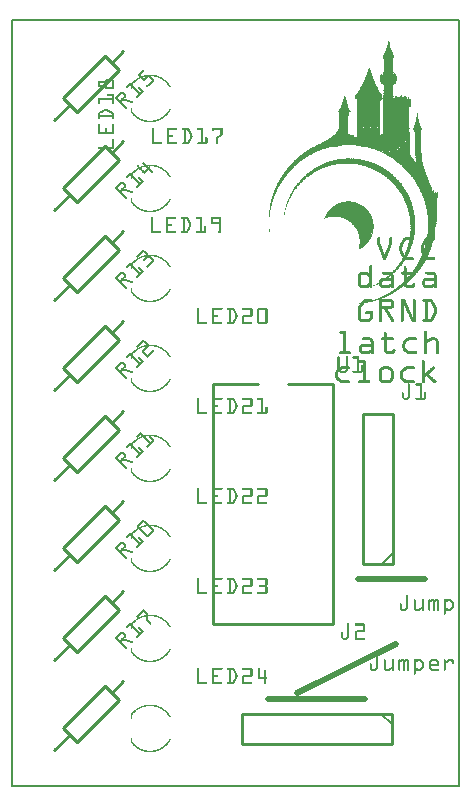
<source format=gto>
G04 MADE WITH FRITZING*
G04 WWW.FRITZING.ORG*
G04 SINGLE SIDED*
G04 HOLES NOT PLATED*
G04 CONTOUR ON CENTER OF CONTOUR VECTOR*
%ASAXBY*%
%FSLAX23Y23*%
%MOIN*%
%OFA0B0*%
%SFA1.0B1.0*%
%ADD10R,1.496060X2.559060X1.480060X2.543060*%
%ADD11C,0.008000*%
%ADD12C,0.021000*%
%ADD13C,0.010000*%
%ADD14C,0.005000*%
%ADD15R,0.001000X0.001000*%
%LNSILK1*%
G90*
G70*
G54D11*
X4Y2555D02*
X1492Y2555D01*
X1492Y4D01*
X4Y4D01*
X4Y2555D01*
D02*
G54D12*
X951Y311D02*
X1284Y477D01*
D02*
X855Y294D02*
X1180Y294D01*
D02*
X1155Y694D02*
X1380Y694D01*
G54D13*
D02*
X671Y1344D02*
X671Y544D01*
D02*
X671Y544D02*
X1071Y544D01*
D02*
X1071Y544D02*
X1071Y1344D01*
D02*
X671Y1344D02*
X821Y1344D01*
D02*
X921Y1344D02*
X1071Y1344D01*
D02*
X1268Y244D02*
X768Y244D01*
D02*
X768Y244D02*
X768Y144D01*
D02*
X768Y144D02*
X1268Y144D01*
D02*
X1268Y144D02*
X1268Y244D01*
G54D14*
D02*
X1233Y244D02*
X1268Y209D01*
G54D13*
D02*
X1271Y744D02*
X1271Y1244D01*
D02*
X1271Y1244D02*
X1171Y1244D01*
D02*
X1171Y1244D02*
X1171Y744D01*
D02*
X1171Y744D02*
X1271Y744D01*
G54D14*
D02*
X1271Y779D02*
X1236Y744D01*
G54D13*
D02*
X144Y2221D02*
X195Y2272D01*
D02*
X337Y2413D02*
X374Y2451D01*
D02*
X172Y2295D02*
X313Y2436D01*
D02*
X313Y2436D02*
X360Y2390D01*
D02*
X360Y2390D02*
X219Y2248D01*
D02*
X219Y2248D02*
X172Y2295D01*
D02*
X144Y1921D02*
X195Y1972D01*
D02*
X337Y2113D02*
X374Y2151D01*
D02*
X172Y1995D02*
X313Y2136D01*
D02*
X313Y2136D02*
X360Y2090D01*
D02*
X360Y2090D02*
X219Y1948D01*
D02*
X219Y1948D02*
X172Y1995D01*
D02*
X144Y1621D02*
X195Y1672D01*
D02*
X337Y1813D02*
X374Y1851D01*
D02*
X172Y1695D02*
X313Y1836D01*
D02*
X313Y1836D02*
X360Y1790D01*
D02*
X360Y1790D02*
X219Y1648D01*
D02*
X219Y1648D02*
X172Y1695D01*
D02*
X144Y1321D02*
X195Y1372D01*
D02*
X337Y1513D02*
X374Y1551D01*
D02*
X172Y1395D02*
X313Y1536D01*
D02*
X313Y1536D02*
X360Y1490D01*
D02*
X360Y1490D02*
X219Y1348D01*
D02*
X219Y1348D02*
X172Y1395D01*
D02*
X144Y1021D02*
X195Y1072D01*
D02*
X337Y1213D02*
X374Y1251D01*
D02*
X172Y1095D02*
X313Y1236D01*
D02*
X313Y1236D02*
X360Y1190D01*
D02*
X360Y1190D02*
X219Y1048D01*
D02*
X219Y1048D02*
X172Y1095D01*
D02*
X144Y721D02*
X195Y772D01*
D02*
X337Y913D02*
X374Y951D01*
D02*
X172Y795D02*
X313Y936D01*
D02*
X313Y936D02*
X360Y890D01*
D02*
X360Y890D02*
X219Y748D01*
D02*
X219Y748D02*
X172Y795D01*
D02*
X144Y421D02*
X195Y472D01*
D02*
X337Y613D02*
X374Y651D01*
D02*
X172Y495D02*
X313Y636D01*
D02*
X313Y636D02*
X360Y590D01*
D02*
X360Y590D02*
X219Y448D01*
D02*
X219Y448D02*
X172Y495D01*
D02*
X144Y121D02*
X195Y172D01*
D02*
X337Y313D02*
X374Y351D01*
D02*
X172Y195D02*
X313Y336D01*
D02*
X313Y336D02*
X360Y290D01*
D02*
X360Y290D02*
X219Y148D01*
D02*
X219Y148D02*
X172Y195D01*
G36*
X1258Y2489D02*
X1258Y2486D01*
X1259Y2486D01*
X1259Y2489D01*
X1258Y2489D01*
G37*
D02*
G36*
X1193Y2400D02*
X1193Y2398D01*
X1195Y2398D01*
X1195Y2400D01*
X1193Y2400D01*
G37*
D02*
G36*
X1256Y2486D02*
X1256Y2477D01*
X1254Y2477D01*
X1254Y2476D01*
X1256Y2476D01*
X1256Y2474D01*
X1254Y2474D01*
X1254Y2471D01*
X1253Y2471D01*
X1253Y2466D01*
X1251Y2466D01*
X1251Y2461D01*
X1249Y2461D01*
X1249Y2456D01*
X1248Y2456D01*
X1248Y2453D01*
X1246Y2453D01*
X1246Y2449D01*
X1245Y2449D01*
X1245Y2446D01*
X1243Y2446D01*
X1243Y2443D01*
X1241Y2443D01*
X1241Y2439D01*
X1240Y2439D01*
X1240Y2438D01*
X1238Y2438D01*
X1238Y2434D01*
X1236Y2434D01*
X1236Y2433D01*
X1238Y2433D01*
X1238Y2429D01*
X1240Y2429D01*
X1240Y2425D01*
X1241Y2425D01*
X1241Y2420D01*
X1243Y2420D01*
X1243Y2418D01*
X1241Y2418D01*
X1241Y2415D01*
X1243Y2415D01*
X1243Y2413D01*
X1241Y2413D01*
X1241Y2410D01*
X1243Y2410D01*
X1243Y2408D01*
X1241Y2408D01*
X1241Y2405D01*
X1243Y2405D01*
X1243Y2403D01*
X1241Y2403D01*
X1241Y2401D01*
X1243Y2401D01*
X1243Y2400D01*
X1241Y2400D01*
X1241Y2397D01*
X1243Y2397D01*
X1243Y2395D01*
X1241Y2395D01*
X1241Y2392D01*
X1243Y2392D01*
X1243Y2390D01*
X1241Y2390D01*
X1241Y2388D01*
X1243Y2388D01*
X1243Y2387D01*
X1241Y2387D01*
X1241Y2382D01*
X1240Y2382D01*
X1240Y2375D01*
X1276Y2375D01*
X1276Y2377D01*
X1274Y2377D01*
X1274Y2378D01*
X1276Y2378D01*
X1276Y2382D01*
X1274Y2382D01*
X1274Y2383D01*
X1273Y2383D01*
X1273Y2385D01*
X1274Y2385D01*
X1274Y2387D01*
X1273Y2387D01*
X1273Y2388D01*
X1274Y2388D01*
X1274Y2390D01*
X1273Y2390D01*
X1273Y2392D01*
X1274Y2392D01*
X1274Y2393D01*
X1273Y2393D01*
X1273Y2397D01*
X1274Y2397D01*
X1274Y2398D01*
X1273Y2398D01*
X1273Y2400D01*
X1274Y2400D01*
X1274Y2401D01*
X1273Y2401D01*
X1273Y2403D01*
X1274Y2403D01*
X1274Y2405D01*
X1273Y2405D01*
X1273Y2406D01*
X1274Y2406D01*
X1274Y2408D01*
X1273Y2408D01*
X1273Y2410D01*
X1274Y2410D01*
X1274Y2411D01*
X1273Y2411D01*
X1273Y2413D01*
X1274Y2413D01*
X1274Y2415D01*
X1273Y2415D01*
X1273Y2416D01*
X1274Y2416D01*
X1274Y2418D01*
X1273Y2418D01*
X1273Y2420D01*
X1274Y2420D01*
X1274Y2421D01*
X1273Y2421D01*
X1273Y2423D01*
X1274Y2423D01*
X1274Y2429D01*
X1276Y2429D01*
X1276Y2433D01*
X1277Y2433D01*
X1277Y2436D01*
X1276Y2436D01*
X1276Y2438D01*
X1274Y2438D01*
X1274Y2441D01*
X1273Y2441D01*
X1273Y2444D01*
X1271Y2444D01*
X1271Y2448D01*
X1269Y2448D01*
X1269Y2453D01*
X1268Y2453D01*
X1268Y2456D01*
X1266Y2456D01*
X1266Y2462D01*
X1264Y2462D01*
X1264Y2467D01*
X1263Y2467D01*
X1263Y2472D01*
X1261Y2472D01*
X1261Y2481D01*
X1259Y2481D01*
X1259Y2484D01*
X1258Y2484D01*
X1258Y2486D01*
X1256Y2486D01*
G37*
D02*
G36*
X1192Y2398D02*
X1192Y2393D01*
X1190Y2393D01*
X1190Y2387D01*
X1188Y2387D01*
X1188Y2382D01*
X1187Y2382D01*
X1187Y2377D01*
X1185Y2377D01*
X1185Y2373D01*
X1184Y2373D01*
X1184Y2368D01*
X1182Y2368D01*
X1182Y2365D01*
X1180Y2365D01*
X1180Y2360D01*
X1179Y2360D01*
X1179Y2357D01*
X1177Y2357D01*
X1177Y2354D01*
X1175Y2354D01*
X1175Y2350D01*
X1174Y2350D01*
X1174Y2347D01*
X1172Y2347D01*
X1172Y2344D01*
X1170Y2344D01*
X1170Y2340D01*
X1169Y2340D01*
X1169Y2337D01*
X1167Y2337D01*
X1167Y2334D01*
X1165Y2334D01*
X1165Y2331D01*
X1164Y2331D01*
X1164Y2327D01*
X1162Y2327D01*
X1162Y2324D01*
X1160Y2324D01*
X1160Y2322D01*
X1159Y2322D01*
X1159Y2319D01*
X1157Y2319D01*
X1157Y2316D01*
X1155Y2316D01*
X1155Y2314D01*
X1154Y2314D01*
X1154Y2311D01*
X1152Y2311D01*
X1152Y2309D01*
X1151Y2309D01*
X1151Y2308D01*
X1149Y2308D01*
X1149Y2306D01*
X1147Y2306D01*
X1147Y2301D01*
X1146Y2301D01*
X1146Y2294D01*
X1147Y2294D01*
X1147Y2293D01*
X1149Y2293D01*
X1149Y2291D01*
X1151Y2291D01*
X1151Y2288D01*
X1152Y2288D01*
X1152Y2278D01*
X1154Y2278D01*
X1154Y2276D01*
X1152Y2276D01*
X1152Y2268D01*
X1154Y2268D01*
X1154Y2266D01*
X1152Y2266D01*
X1152Y2260D01*
X1154Y2260D01*
X1154Y2258D01*
X1152Y2258D01*
X1152Y2251D01*
X1154Y2251D01*
X1154Y2250D01*
X1152Y2250D01*
X1152Y2240D01*
X1154Y2240D01*
X1154Y2238D01*
X1152Y2238D01*
X1152Y2225D01*
X1154Y2225D01*
X1154Y2223D01*
X1152Y2223D01*
X1152Y2199D01*
X1221Y2199D01*
X1221Y2197D01*
X1230Y2197D01*
X1230Y2286D01*
X1231Y2286D01*
X1231Y2288D01*
X1233Y2288D01*
X1233Y2289D01*
X1235Y2289D01*
X1235Y2291D01*
X1238Y2291D01*
X1238Y2296D01*
X1236Y2296D01*
X1236Y2298D01*
X1238Y2298D01*
X1238Y2299D01*
X1236Y2299D01*
X1236Y2304D01*
X1235Y2304D01*
X1235Y2309D01*
X1231Y2309D01*
X1231Y2311D01*
X1230Y2311D01*
X1230Y2314D01*
X1228Y2314D01*
X1228Y2317D01*
X1226Y2317D01*
X1226Y2319D01*
X1225Y2319D01*
X1225Y2324D01*
X1223Y2324D01*
X1223Y2326D01*
X1221Y2326D01*
X1221Y2331D01*
X1220Y2331D01*
X1220Y2332D01*
X1218Y2332D01*
X1218Y2337D01*
X1216Y2337D01*
X1216Y2340D01*
X1215Y2340D01*
X1215Y2344D01*
X1213Y2344D01*
X1213Y2349D01*
X1212Y2349D01*
X1212Y2352D01*
X1210Y2352D01*
X1210Y2355D01*
X1208Y2355D01*
X1208Y2360D01*
X1207Y2360D01*
X1207Y2365D01*
X1205Y2365D01*
X1205Y2370D01*
X1203Y2370D01*
X1203Y2373D01*
X1202Y2373D01*
X1202Y2378D01*
X1200Y2378D01*
X1200Y2383D01*
X1198Y2383D01*
X1198Y2388D01*
X1197Y2388D01*
X1197Y2393D01*
X1195Y2393D01*
X1195Y2397D01*
X1193Y2397D01*
X1193Y2398D01*
X1192Y2398D01*
G37*
D02*
G36*
X1235Y2378D02*
X1235Y2377D01*
X1233Y2377D01*
X1233Y2373D01*
X1236Y2373D01*
X1236Y2378D01*
X1235Y2378D01*
G37*
D02*
G36*
X1277Y2378D02*
X1277Y2375D01*
X1281Y2375D01*
X1281Y2377D01*
X1279Y2377D01*
X1279Y2378D01*
X1277Y2378D01*
G37*
D02*
G36*
X1238Y2375D02*
X1238Y2373D01*
X1281Y2373D01*
X1281Y2375D01*
X1238Y2375D01*
G37*
D02*
G36*
X1238Y2375D02*
X1238Y2373D01*
X1281Y2373D01*
X1281Y2375D01*
X1238Y2375D01*
G37*
D02*
G36*
X1231Y2373D02*
X1231Y2372D01*
X1281Y2372D01*
X1281Y2373D01*
X1231Y2373D01*
G37*
D02*
G36*
X1231Y2373D02*
X1231Y2372D01*
X1281Y2372D01*
X1281Y2373D01*
X1231Y2373D01*
G37*
D02*
G36*
X1230Y2372D02*
X1230Y2368D01*
X1231Y2368D01*
X1231Y2372D01*
X1230Y2372D01*
G37*
D02*
G36*
X1233Y2372D02*
X1233Y2370D01*
X1282Y2370D01*
X1282Y2368D01*
X1284Y2368D01*
X1284Y2367D01*
X1286Y2367D01*
X1286Y2370D01*
X1284Y2370D01*
X1284Y2372D01*
X1233Y2372D01*
G37*
D02*
G36*
X1233Y2370D02*
X1233Y2368D01*
X1281Y2368D01*
X1281Y2370D01*
X1233Y2370D01*
G37*
D02*
G36*
X1230Y2368D02*
X1230Y2367D01*
X1282Y2367D01*
X1282Y2368D01*
X1230Y2368D01*
G37*
D02*
G36*
X1230Y2368D02*
X1230Y2367D01*
X1282Y2367D01*
X1282Y2368D01*
X1230Y2368D01*
G37*
D02*
G36*
X1230Y2367D02*
X1230Y2365D01*
X1286Y2365D01*
X1286Y2367D01*
X1230Y2367D01*
G37*
D02*
G36*
X1230Y2367D02*
X1230Y2365D01*
X1286Y2365D01*
X1286Y2367D01*
X1230Y2367D01*
G37*
D02*
G36*
X1230Y2365D02*
X1230Y2350D01*
X1231Y2350D01*
X1231Y2345D01*
X1233Y2345D01*
X1233Y2344D01*
X1235Y2344D01*
X1235Y2342D01*
X1238Y2342D01*
X1238Y2340D01*
X1241Y2340D01*
X1241Y2337D01*
X1240Y2337D01*
X1240Y2336D01*
X1241Y2336D01*
X1241Y2332D01*
X1240Y2332D01*
X1240Y2331D01*
X1241Y2331D01*
X1241Y2327D01*
X1240Y2327D01*
X1240Y2326D01*
X1241Y2326D01*
X1241Y2324D01*
X1240Y2324D01*
X1240Y2322D01*
X1241Y2322D01*
X1241Y2321D01*
X1240Y2321D01*
X1240Y2319D01*
X1241Y2319D01*
X1241Y2317D01*
X1240Y2317D01*
X1240Y2316D01*
X1241Y2316D01*
X1241Y2314D01*
X1240Y2314D01*
X1240Y2312D01*
X1241Y2312D01*
X1241Y2311D01*
X1240Y2311D01*
X1240Y2308D01*
X1241Y2308D01*
X1241Y2306D01*
X1240Y2306D01*
X1240Y2294D01*
X1276Y2294D01*
X1276Y2296D01*
X1274Y2296D01*
X1274Y2298D01*
X1276Y2298D01*
X1276Y2301D01*
X1274Y2301D01*
X1274Y2303D01*
X1273Y2303D01*
X1273Y2304D01*
X1274Y2304D01*
X1274Y2309D01*
X1273Y2309D01*
X1273Y2311D01*
X1274Y2311D01*
X1274Y2316D01*
X1273Y2316D01*
X1273Y2317D01*
X1274Y2317D01*
X1274Y2322D01*
X1273Y2322D01*
X1273Y2324D01*
X1274Y2324D01*
X1274Y2329D01*
X1273Y2329D01*
X1273Y2331D01*
X1274Y2331D01*
X1274Y2337D01*
X1273Y2337D01*
X1273Y2339D01*
X1274Y2339D01*
X1274Y2340D01*
X1276Y2340D01*
X1276Y2342D01*
X1279Y2342D01*
X1279Y2344D01*
X1281Y2344D01*
X1281Y2345D01*
X1282Y2345D01*
X1282Y2349D01*
X1284Y2349D01*
X1284Y2354D01*
X1286Y2354D01*
X1286Y2355D01*
X1284Y2355D01*
X1284Y2357D01*
X1286Y2357D01*
X1286Y2365D01*
X1230Y2365D01*
G37*
D02*
G36*
X1111Y2311D02*
X1111Y2304D01*
X1109Y2304D01*
X1109Y2296D01*
X1108Y2296D01*
X1108Y2291D01*
X1106Y2291D01*
X1106Y2284D01*
X1104Y2284D01*
X1104Y2279D01*
X1103Y2279D01*
X1103Y2275D01*
X1101Y2275D01*
X1101Y2271D01*
X1099Y2271D01*
X1099Y2266D01*
X1098Y2266D01*
X1098Y2263D01*
X1096Y2263D01*
X1096Y2260D01*
X1094Y2260D01*
X1094Y2256D01*
X1093Y2256D01*
X1093Y2255D01*
X1091Y2255D01*
X1091Y2251D01*
X1090Y2251D01*
X1090Y2248D01*
X1091Y2248D01*
X1091Y2247D01*
X1093Y2247D01*
X1093Y2243D01*
X1094Y2243D01*
X1094Y2232D01*
X1093Y2232D01*
X1093Y2230D01*
X1094Y2230D01*
X1094Y2227D01*
X1093Y2227D01*
X1093Y2225D01*
X1094Y2225D01*
X1094Y2223D01*
X1093Y2223D01*
X1093Y2222D01*
X1094Y2222D01*
X1094Y2220D01*
X1093Y2220D01*
X1093Y2218D01*
X1094Y2218D01*
X1094Y2217D01*
X1093Y2217D01*
X1093Y2212D01*
X1094Y2212D01*
X1094Y2210D01*
X1093Y2210D01*
X1093Y2199D01*
X1091Y2199D01*
X1091Y2192D01*
X1090Y2192D01*
X1090Y2189D01*
X1088Y2189D01*
X1088Y2186D01*
X1086Y2186D01*
X1086Y2184D01*
X1085Y2184D01*
X1085Y2181D01*
X1083Y2181D01*
X1083Y2179D01*
X1081Y2179D01*
X1081Y2177D01*
X1080Y2177D01*
X1080Y2176D01*
X1078Y2176D01*
X1078Y2174D01*
X1076Y2174D01*
X1076Y2172D01*
X1075Y2172D01*
X1075Y2171D01*
X1071Y2171D01*
X1071Y2169D01*
X1070Y2169D01*
X1070Y2167D01*
X1068Y2167D01*
X1068Y2166D01*
X1065Y2166D01*
X1065Y2164D01*
X1151Y2164D01*
X1151Y2166D01*
X1147Y2166D01*
X1147Y2167D01*
X1144Y2167D01*
X1144Y2169D01*
X1141Y2169D01*
X1141Y2171D01*
X1137Y2171D01*
X1137Y2172D01*
X1134Y2172D01*
X1134Y2174D01*
X1129Y2174D01*
X1129Y2176D01*
X1126Y2176D01*
X1126Y2177D01*
X1124Y2177D01*
X1124Y2179D01*
X1123Y2179D01*
X1123Y2184D01*
X1124Y2184D01*
X1124Y2186D01*
X1123Y2186D01*
X1123Y2189D01*
X1124Y2189D01*
X1124Y2190D01*
X1123Y2190D01*
X1123Y2192D01*
X1124Y2192D01*
X1124Y2194D01*
X1123Y2194D01*
X1123Y2195D01*
X1124Y2195D01*
X1124Y2197D01*
X1123Y2197D01*
X1123Y2199D01*
X1124Y2199D01*
X1124Y2202D01*
X1123Y2202D01*
X1123Y2204D01*
X1124Y2204D01*
X1124Y2232D01*
X1126Y2232D01*
X1126Y2233D01*
X1124Y2233D01*
X1124Y2237D01*
X1126Y2237D01*
X1126Y2238D01*
X1124Y2238D01*
X1124Y2240D01*
X1126Y2240D01*
X1126Y2242D01*
X1124Y2242D01*
X1124Y2243D01*
X1126Y2243D01*
X1126Y2245D01*
X1127Y2245D01*
X1127Y2248D01*
X1129Y2248D01*
X1129Y2250D01*
X1131Y2250D01*
X1131Y2251D01*
X1129Y2251D01*
X1129Y2255D01*
X1127Y2255D01*
X1127Y2258D01*
X1126Y2258D01*
X1126Y2261D01*
X1124Y2261D01*
X1124Y2266D01*
X1123Y2266D01*
X1123Y2273D01*
X1121Y2273D01*
X1121Y2276D01*
X1119Y2276D01*
X1119Y2284D01*
X1118Y2284D01*
X1118Y2289D01*
X1116Y2289D01*
X1116Y2298D01*
X1114Y2298D01*
X1114Y2306D01*
X1113Y2306D01*
X1113Y2311D01*
X1111Y2311D01*
G37*
D02*
G36*
X1296Y2306D02*
X1296Y2304D01*
X1297Y2304D01*
X1297Y2306D01*
X1296Y2306D01*
G37*
D02*
G36*
X1299Y2306D02*
X1299Y2304D01*
X1301Y2304D01*
X1301Y2306D01*
X1299Y2306D01*
G37*
D02*
G36*
X1284Y2304D02*
X1284Y2303D01*
X1281Y2303D01*
X1281Y2301D01*
X1279Y2301D01*
X1279Y2298D01*
X1287Y2298D01*
X1287Y2304D01*
X1284Y2304D01*
G37*
D02*
G36*
X1296Y2304D02*
X1296Y2303D01*
X1304Y2303D01*
X1304Y2304D01*
X1296Y2304D01*
G37*
D02*
G36*
X1296Y2304D02*
X1296Y2303D01*
X1304Y2303D01*
X1304Y2304D01*
X1296Y2304D01*
G37*
D02*
G36*
X1310Y2304D02*
X1310Y2298D01*
X1319Y2298D01*
X1319Y2299D01*
X1317Y2299D01*
X1317Y2301D01*
X1319Y2301D01*
X1319Y2303D01*
X1312Y2303D01*
X1312Y2304D01*
X1310Y2304D01*
G37*
D02*
G36*
X1294Y2303D02*
X1294Y2301D01*
X1296Y2301D01*
X1296Y2299D01*
X1294Y2299D01*
X1294Y2298D01*
X1304Y2298D01*
X1304Y2301D01*
X1302Y2301D01*
X1302Y2303D01*
X1294Y2303D01*
G37*
D02*
G36*
X1291Y2299D02*
X1291Y2298D01*
X1292Y2298D01*
X1292Y2299D01*
X1291Y2299D01*
G37*
D02*
G36*
X1324Y2299D02*
X1324Y2294D01*
X1327Y2294D01*
X1327Y2298D01*
X1325Y2298D01*
X1325Y2299D01*
X1324Y2299D01*
G37*
D02*
G36*
X1279Y2298D02*
X1279Y2296D01*
X1319Y2296D01*
X1319Y2298D01*
X1279Y2298D01*
G37*
D02*
G36*
X1279Y2298D02*
X1279Y2296D01*
X1319Y2296D01*
X1319Y2298D01*
X1279Y2298D01*
G37*
D02*
G36*
X1279Y2298D02*
X1279Y2296D01*
X1319Y2296D01*
X1319Y2298D01*
X1279Y2298D01*
G37*
D02*
G36*
X1279Y2298D02*
X1279Y2296D01*
X1319Y2296D01*
X1319Y2298D01*
X1279Y2298D01*
G37*
D02*
G36*
X1277Y2296D02*
X1277Y2294D01*
X1319Y2294D01*
X1319Y2296D01*
X1277Y2296D01*
G37*
D02*
G36*
X1240Y2294D02*
X1240Y2293D01*
X1327Y2293D01*
X1327Y2294D01*
X1240Y2294D01*
G37*
D02*
G36*
X1240Y2294D02*
X1240Y2293D01*
X1327Y2293D01*
X1327Y2294D01*
X1240Y2294D01*
G37*
D02*
G36*
X1240Y2294D02*
X1240Y2293D01*
X1327Y2293D01*
X1327Y2294D01*
X1240Y2294D01*
G37*
D02*
G36*
X1240Y2293D02*
X1240Y2289D01*
X1329Y2289D01*
X1329Y2291D01*
X1327Y2291D01*
X1327Y2293D01*
X1240Y2293D01*
G37*
D02*
G36*
X1330Y2293D02*
X1330Y2289D01*
X1334Y2289D01*
X1334Y2291D01*
X1332Y2291D01*
X1332Y2293D01*
X1330Y2293D01*
G37*
D02*
G36*
X1240Y2289D02*
X1240Y2288D01*
X1334Y2288D01*
X1334Y2289D01*
X1240Y2289D01*
G37*
D02*
G36*
X1240Y2289D02*
X1240Y2288D01*
X1334Y2288D01*
X1334Y2289D01*
X1240Y2289D01*
G37*
D02*
G36*
X1240Y2288D02*
X1240Y2261D01*
X1238Y2261D01*
X1238Y2260D01*
X1240Y2260D01*
X1240Y2255D01*
X1238Y2255D01*
X1238Y2253D01*
X1240Y2253D01*
X1240Y2250D01*
X1238Y2250D01*
X1238Y2248D01*
X1240Y2248D01*
X1240Y2245D01*
X1238Y2245D01*
X1238Y2243D01*
X1240Y2243D01*
X1240Y2242D01*
X1238Y2242D01*
X1238Y2240D01*
X1240Y2240D01*
X1240Y2238D01*
X1238Y2238D01*
X1238Y2237D01*
X1240Y2237D01*
X1240Y2235D01*
X1238Y2235D01*
X1238Y2233D01*
X1240Y2233D01*
X1240Y2232D01*
X1238Y2232D01*
X1238Y2230D01*
X1240Y2230D01*
X1240Y2228D01*
X1238Y2228D01*
X1238Y2227D01*
X1240Y2227D01*
X1240Y2225D01*
X1238Y2225D01*
X1238Y2222D01*
X1240Y2222D01*
X1240Y2220D01*
X1238Y2220D01*
X1238Y2215D01*
X1240Y2215D01*
X1240Y2214D01*
X1238Y2214D01*
X1238Y2176D01*
X1233Y2176D01*
X1233Y2174D01*
X1329Y2174D01*
X1329Y2181D01*
X1327Y2181D01*
X1327Y2182D01*
X1329Y2182D01*
X1329Y2184D01*
X1327Y2184D01*
X1327Y2186D01*
X1329Y2186D01*
X1329Y2187D01*
X1327Y2187D01*
X1327Y2189D01*
X1329Y2189D01*
X1329Y2190D01*
X1327Y2190D01*
X1327Y2194D01*
X1329Y2194D01*
X1329Y2195D01*
X1327Y2195D01*
X1327Y2220D01*
X1325Y2220D01*
X1325Y2222D01*
X1327Y2222D01*
X1327Y2225D01*
X1325Y2225D01*
X1325Y2227D01*
X1327Y2227D01*
X1327Y2228D01*
X1325Y2228D01*
X1325Y2230D01*
X1327Y2230D01*
X1327Y2232D01*
X1325Y2232D01*
X1325Y2233D01*
X1327Y2233D01*
X1327Y2235D01*
X1325Y2235D01*
X1325Y2238D01*
X1327Y2238D01*
X1327Y2240D01*
X1325Y2240D01*
X1325Y2261D01*
X1327Y2261D01*
X1327Y2265D01*
X1329Y2265D01*
X1329Y2266D01*
X1332Y2266D01*
X1332Y2270D01*
X1334Y2270D01*
X1334Y2288D01*
X1240Y2288D01*
G37*
D02*
G36*
X1352Y2243D02*
X1352Y2232D01*
X1350Y2232D01*
X1350Y2223D01*
X1348Y2223D01*
X1348Y2217D01*
X1347Y2217D01*
X1347Y2210D01*
X1345Y2210D01*
X1345Y2205D01*
X1343Y2205D01*
X1343Y2200D01*
X1342Y2200D01*
X1342Y2197D01*
X1340Y2197D01*
X1340Y2194D01*
X1338Y2194D01*
X1338Y2192D01*
X1340Y2192D01*
X1340Y2189D01*
X1342Y2189D01*
X1342Y2186D01*
X1343Y2186D01*
X1343Y2182D01*
X1345Y2182D01*
X1345Y2157D01*
X1347Y2157D01*
X1347Y2156D01*
X1345Y2156D01*
X1345Y2153D01*
X1347Y2153D01*
X1347Y2151D01*
X1345Y2151D01*
X1345Y2149D01*
X1347Y2149D01*
X1347Y2148D01*
X1345Y2148D01*
X1345Y2146D01*
X1347Y2146D01*
X1347Y2143D01*
X1345Y2143D01*
X1345Y2141D01*
X1347Y2141D01*
X1347Y2116D01*
X1348Y2116D01*
X1348Y2115D01*
X1347Y2115D01*
X1347Y2113D01*
X1348Y2113D01*
X1348Y2111D01*
X1347Y2111D01*
X1347Y2110D01*
X1348Y2110D01*
X1348Y2108D01*
X1347Y2108D01*
X1347Y2106D01*
X1348Y2106D01*
X1348Y2105D01*
X1347Y2105D01*
X1347Y2103D01*
X1348Y2103D01*
X1348Y2098D01*
X1347Y2098D01*
X1347Y2096D01*
X1348Y2096D01*
X1348Y2082D01*
X1371Y2082D01*
X1371Y2083D01*
X1370Y2083D01*
X1370Y2085D01*
X1371Y2085D01*
X1371Y2087D01*
X1370Y2087D01*
X1370Y2096D01*
X1368Y2096D01*
X1368Y2108D01*
X1366Y2108D01*
X1366Y2110D01*
X1368Y2110D01*
X1368Y2111D01*
X1366Y2111D01*
X1366Y2115D01*
X1368Y2115D01*
X1368Y2116D01*
X1366Y2116D01*
X1366Y2143D01*
X1365Y2143D01*
X1365Y2144D01*
X1366Y2144D01*
X1366Y2148D01*
X1365Y2148D01*
X1365Y2149D01*
X1366Y2149D01*
X1366Y2151D01*
X1365Y2151D01*
X1365Y2153D01*
X1366Y2153D01*
X1366Y2154D01*
X1365Y2154D01*
X1365Y2157D01*
X1366Y2157D01*
X1366Y2159D01*
X1365Y2159D01*
X1365Y2187D01*
X1366Y2187D01*
X1366Y2190D01*
X1368Y2190D01*
X1368Y2192D01*
X1370Y2192D01*
X1370Y2194D01*
X1368Y2194D01*
X1368Y2197D01*
X1366Y2197D01*
X1366Y2200D01*
X1365Y2200D01*
X1365Y2204D01*
X1363Y2204D01*
X1363Y2209D01*
X1362Y2209D01*
X1362Y2214D01*
X1360Y2214D01*
X1360Y2220D01*
X1358Y2220D01*
X1358Y2227D01*
X1357Y2227D01*
X1357Y2233D01*
X1355Y2233D01*
X1355Y2242D01*
X1353Y2242D01*
X1353Y2243D01*
X1352Y2243D01*
G37*
D02*
G36*
X1152Y2199D02*
X1152Y2197D01*
X1162Y2197D01*
X1162Y2199D01*
X1152Y2199D01*
G37*
D02*
G36*
X1164Y2199D02*
X1164Y2197D01*
X1174Y2197D01*
X1174Y2199D01*
X1164Y2199D01*
G37*
D02*
G36*
X1175Y2199D02*
X1175Y2197D01*
X1185Y2197D01*
X1185Y2199D01*
X1175Y2199D01*
G37*
D02*
G36*
X1187Y2199D02*
X1187Y2197D01*
X1197Y2197D01*
X1197Y2199D01*
X1187Y2199D01*
G37*
D02*
G36*
X1198Y2199D02*
X1198Y2197D01*
X1208Y2197D01*
X1208Y2199D01*
X1198Y2199D01*
G37*
D02*
G36*
X1210Y2199D02*
X1210Y2197D01*
X1220Y2197D01*
X1220Y2199D01*
X1210Y2199D01*
G37*
D02*
G36*
X1152Y2197D02*
X1152Y2195D01*
X1230Y2195D01*
X1230Y2197D01*
X1152Y2197D01*
G37*
D02*
G36*
X1152Y2197D02*
X1152Y2195D01*
X1230Y2195D01*
X1230Y2197D01*
X1152Y2197D01*
G37*
D02*
G36*
X1152Y2197D02*
X1152Y2195D01*
X1230Y2195D01*
X1230Y2197D01*
X1152Y2197D01*
G37*
D02*
G36*
X1152Y2197D02*
X1152Y2195D01*
X1230Y2195D01*
X1230Y2197D01*
X1152Y2197D01*
G37*
D02*
G36*
X1152Y2197D02*
X1152Y2195D01*
X1230Y2195D01*
X1230Y2197D01*
X1152Y2197D01*
G37*
D02*
G36*
X1152Y2197D02*
X1152Y2195D01*
X1230Y2195D01*
X1230Y2197D01*
X1152Y2197D01*
G37*
D02*
G36*
X1152Y2197D02*
X1152Y2195D01*
X1230Y2195D01*
X1230Y2197D01*
X1152Y2197D01*
G37*
D02*
G36*
X1152Y2195D02*
X1152Y2174D01*
X1230Y2174D01*
X1230Y2195D01*
X1152Y2195D01*
G37*
D02*
G36*
X1152Y2174D02*
X1152Y2172D01*
X1327Y2172D01*
X1327Y2174D01*
X1152Y2174D01*
G37*
D02*
G36*
X1152Y2174D02*
X1152Y2172D01*
X1327Y2172D01*
X1327Y2174D01*
X1152Y2174D01*
G37*
D02*
G36*
X1152Y2172D02*
X1152Y2164D01*
X1329Y2164D01*
X1329Y2172D01*
X1152Y2172D01*
G37*
D02*
G36*
X1063Y2164D02*
X1063Y2162D01*
X1329Y2162D01*
X1329Y2164D01*
X1063Y2164D01*
G37*
D02*
G36*
X1063Y2164D02*
X1063Y2162D01*
X1329Y2162D01*
X1329Y2164D01*
X1063Y2164D01*
G37*
D02*
G36*
X1062Y2162D02*
X1062Y2161D01*
X1058Y2161D01*
X1058Y2159D01*
X1055Y2159D01*
X1055Y2157D01*
X1322Y2157D01*
X1322Y2156D01*
X1329Y2156D01*
X1329Y2162D01*
X1062Y2162D01*
G37*
D02*
G36*
X1053Y2157D02*
X1053Y2156D01*
X1320Y2156D01*
X1320Y2157D01*
X1053Y2157D01*
G37*
D02*
G36*
X1050Y2156D02*
X1050Y2154D01*
X1329Y2154D01*
X1329Y2156D01*
X1050Y2156D01*
G37*
D02*
G36*
X1050Y2156D02*
X1050Y2154D01*
X1329Y2154D01*
X1329Y2156D01*
X1050Y2156D01*
G37*
D02*
G36*
X1047Y2154D02*
X1047Y2153D01*
X1045Y2153D01*
X1045Y2151D01*
X1315Y2151D01*
X1315Y2149D01*
X1329Y2149D01*
X1329Y2151D01*
X1330Y2151D01*
X1330Y2153D01*
X1329Y2153D01*
X1329Y2154D01*
X1047Y2154D01*
G37*
D02*
G36*
X1042Y2151D02*
X1042Y2149D01*
X1314Y2149D01*
X1314Y2151D01*
X1042Y2151D01*
G37*
D02*
G36*
X1038Y2149D02*
X1038Y2148D01*
X1330Y2148D01*
X1330Y2149D01*
X1038Y2149D01*
G37*
D02*
G36*
X1038Y2149D02*
X1038Y2148D01*
X1330Y2148D01*
X1330Y2149D01*
X1038Y2149D01*
G37*
D02*
G36*
X1035Y2148D02*
X1035Y2146D01*
X1032Y2146D01*
X1032Y2144D01*
X1309Y2144D01*
X1309Y2143D01*
X1329Y2143D01*
X1329Y2144D01*
X1330Y2144D01*
X1330Y2146D01*
X1329Y2146D01*
X1329Y2148D01*
X1035Y2148D01*
G37*
D02*
G36*
X1029Y2144D02*
X1029Y2143D01*
X1307Y2143D01*
X1307Y2144D01*
X1029Y2144D01*
G37*
D02*
G36*
X1025Y2143D02*
X1025Y2141D01*
X1330Y2141D01*
X1330Y2143D01*
X1025Y2143D01*
G37*
D02*
G36*
X1025Y2143D02*
X1025Y2141D01*
X1330Y2141D01*
X1330Y2143D01*
X1025Y2143D01*
G37*
D02*
G36*
X1022Y2141D02*
X1022Y2139D01*
X1019Y2139D01*
X1019Y2138D01*
X1302Y2138D01*
X1302Y2136D01*
X1330Y2136D01*
X1330Y2139D01*
X1329Y2139D01*
X1329Y2141D01*
X1022Y2141D01*
G37*
D02*
G36*
X1015Y2138D02*
X1015Y2136D01*
X1086Y2136D01*
X1086Y2134D01*
X1088Y2134D01*
X1088Y2136D01*
X1098Y2136D01*
X1098Y2138D01*
X1015Y2138D01*
G37*
D02*
G36*
X1099Y2138D02*
X1099Y2136D01*
X1101Y2136D01*
X1101Y2138D01*
X1099Y2138D01*
G37*
D02*
G36*
X1146Y2138D02*
X1146Y2136D01*
X1147Y2136D01*
X1147Y2138D01*
X1146Y2138D01*
G37*
D02*
G36*
X1149Y2138D02*
X1149Y2136D01*
X1162Y2136D01*
X1162Y2134D01*
X1164Y2134D01*
X1164Y2136D01*
X1301Y2136D01*
X1301Y2138D01*
X1149Y2138D01*
G37*
D02*
G36*
X1012Y2136D02*
X1012Y2134D01*
X1009Y2134D01*
X1009Y2133D01*
X1005Y2133D01*
X1005Y2131D01*
X1004Y2131D01*
X1004Y2129D01*
X1055Y2129D01*
X1055Y2128D01*
X1057Y2128D01*
X1057Y2129D01*
X1060Y2129D01*
X1060Y2131D01*
X1068Y2131D01*
X1068Y2133D01*
X1076Y2133D01*
X1076Y2134D01*
X1085Y2134D01*
X1085Y2136D01*
X1012Y2136D01*
G37*
D02*
G36*
X1165Y2136D02*
X1165Y2134D01*
X1330Y2134D01*
X1330Y2136D01*
X1165Y2136D01*
G37*
D02*
G36*
X1165Y2136D02*
X1165Y2134D01*
X1330Y2134D01*
X1330Y2136D01*
X1165Y2136D01*
G37*
D02*
G36*
X1172Y2134D02*
X1172Y2133D01*
X1174Y2133D01*
X1174Y2134D01*
X1172Y2134D01*
G37*
D02*
G36*
X1175Y2134D02*
X1175Y2133D01*
X1184Y2133D01*
X1184Y2131D01*
X1296Y2131D01*
X1296Y2129D01*
X1330Y2129D01*
X1330Y2133D01*
X1329Y2133D01*
X1329Y2134D01*
X1175Y2134D01*
G37*
D02*
G36*
X1180Y2133D02*
X1180Y2131D01*
X1182Y2131D01*
X1182Y2133D01*
X1180Y2133D01*
G37*
D02*
G36*
X1188Y2131D02*
X1188Y2129D01*
X1294Y2129D01*
X1294Y2131D01*
X1188Y2131D01*
G37*
D02*
G36*
X1001Y2129D02*
X1001Y2128D01*
X997Y2128D01*
X997Y2126D01*
X994Y2126D01*
X994Y2125D01*
X1038Y2125D01*
X1038Y2123D01*
X1040Y2123D01*
X1040Y2125D01*
X1043Y2125D01*
X1043Y2126D01*
X1048Y2126D01*
X1048Y2128D01*
X1053Y2128D01*
X1053Y2129D01*
X1001Y2129D01*
G37*
D02*
G36*
X1195Y2129D02*
X1195Y2128D01*
X1330Y2128D01*
X1330Y2129D01*
X1195Y2129D01*
G37*
D02*
G36*
X1195Y2129D02*
X1195Y2128D01*
X1330Y2128D01*
X1330Y2129D01*
X1195Y2129D01*
G37*
D02*
G36*
X1200Y2128D02*
X1200Y2126D01*
X1205Y2126D01*
X1205Y2125D01*
X1289Y2125D01*
X1289Y2123D01*
X1330Y2123D01*
X1330Y2128D01*
X1200Y2128D01*
G37*
D02*
G36*
X992Y2125D02*
X992Y2123D01*
X989Y2123D01*
X989Y2121D01*
X986Y2121D01*
X986Y2120D01*
X984Y2120D01*
X984Y2118D01*
X981Y2118D01*
X981Y2116D01*
X979Y2116D01*
X979Y2115D01*
X976Y2115D01*
X976Y2113D01*
X974Y2113D01*
X974Y2111D01*
X973Y2111D01*
X973Y2110D01*
X969Y2110D01*
X969Y2108D01*
X968Y2108D01*
X968Y2106D01*
X966Y2106D01*
X966Y2105D01*
X963Y2105D01*
X963Y2103D01*
X961Y2103D01*
X961Y2101D01*
X959Y2101D01*
X959Y2100D01*
X958Y2100D01*
X958Y2098D01*
X956Y2098D01*
X956Y2096D01*
X953Y2096D01*
X953Y2095D01*
X951Y2095D01*
X951Y2093D01*
X949Y2093D01*
X949Y2092D01*
X948Y2092D01*
X948Y2090D01*
X946Y2090D01*
X946Y2088D01*
X944Y2088D01*
X944Y2087D01*
X943Y2087D01*
X943Y2085D01*
X941Y2085D01*
X941Y2083D01*
X940Y2083D01*
X940Y2082D01*
X938Y2082D01*
X938Y2080D01*
X936Y2080D01*
X936Y2078D01*
X935Y2078D01*
X935Y2077D01*
X933Y2077D01*
X933Y2075D01*
X931Y2075D01*
X931Y2073D01*
X930Y2073D01*
X930Y2072D01*
X928Y2072D01*
X928Y2068D01*
X926Y2068D01*
X926Y2067D01*
X925Y2067D01*
X925Y2065D01*
X923Y2065D01*
X923Y2064D01*
X921Y2064D01*
X921Y2062D01*
X920Y2062D01*
X920Y2059D01*
X918Y2059D01*
X918Y2057D01*
X916Y2057D01*
X916Y2055D01*
X915Y2055D01*
X915Y2054D01*
X913Y2054D01*
X913Y2050D01*
X912Y2050D01*
X912Y2049D01*
X910Y2049D01*
X910Y2045D01*
X908Y2045D01*
X908Y2044D01*
X907Y2044D01*
X907Y2042D01*
X905Y2042D01*
X905Y2039D01*
X903Y2039D01*
X903Y2037D01*
X902Y2037D01*
X902Y2034D01*
X900Y2034D01*
X900Y2031D01*
X898Y2031D01*
X898Y2029D01*
X897Y2029D01*
X897Y2026D01*
X895Y2026D01*
X895Y2022D01*
X893Y2022D01*
X893Y2019D01*
X892Y2019D01*
X892Y2017D01*
X890Y2017D01*
X890Y2014D01*
X888Y2014D01*
X888Y2011D01*
X887Y2011D01*
X887Y2007D01*
X885Y2007D01*
X885Y2003D01*
X883Y2003D01*
X883Y1999D01*
X882Y1999D01*
X882Y1996D01*
X880Y1996D01*
X880Y1993D01*
X879Y1993D01*
X879Y1988D01*
X877Y1988D01*
X877Y1984D01*
X875Y1984D01*
X875Y1979D01*
X874Y1979D01*
X874Y1975D01*
X872Y1975D01*
X872Y1970D01*
X870Y1970D01*
X870Y1965D01*
X869Y1965D01*
X869Y1958D01*
X867Y1958D01*
X867Y1951D01*
X865Y1951D01*
X865Y1945D01*
X864Y1945D01*
X864Y1937D01*
X862Y1937D01*
X862Y1935D01*
X864Y1935D01*
X864Y1933D01*
X862Y1933D01*
X862Y1927D01*
X860Y1927D01*
X860Y1925D01*
X862Y1925D01*
X862Y1923D01*
X860Y1923D01*
X860Y1914D01*
X859Y1914D01*
X859Y1912D01*
X860Y1912D01*
X860Y1910D01*
X859Y1910D01*
X859Y1907D01*
X860Y1907D01*
X860Y1905D01*
X859Y1905D01*
X859Y1867D01*
X860Y1867D01*
X860Y1892D01*
X862Y1892D01*
X862Y1894D01*
X860Y1894D01*
X860Y1895D01*
X862Y1895D01*
X862Y1897D01*
X860Y1897D01*
X860Y1899D01*
X862Y1899D01*
X862Y1909D01*
X864Y1909D01*
X864Y1910D01*
X862Y1910D01*
X862Y1912D01*
X864Y1912D01*
X864Y1922D01*
X865Y1922D01*
X865Y1927D01*
X867Y1927D01*
X867Y1928D01*
X865Y1928D01*
X865Y1930D01*
X867Y1930D01*
X867Y1937D01*
X869Y1937D01*
X869Y1943D01*
X870Y1943D01*
X870Y1948D01*
X872Y1948D01*
X872Y1955D01*
X874Y1955D01*
X874Y1960D01*
X875Y1960D01*
X875Y1965D01*
X877Y1965D01*
X877Y1968D01*
X879Y1968D01*
X879Y1973D01*
X880Y1973D01*
X880Y1976D01*
X882Y1976D01*
X882Y1979D01*
X883Y1979D01*
X883Y1984D01*
X885Y1984D01*
X885Y1988D01*
X887Y1988D01*
X887Y1991D01*
X888Y1991D01*
X888Y1994D01*
X890Y1994D01*
X890Y1998D01*
X892Y1998D01*
X892Y2001D01*
X893Y2001D01*
X893Y2004D01*
X895Y2004D01*
X895Y2006D01*
X897Y2006D01*
X897Y2009D01*
X898Y2009D01*
X898Y2011D01*
X900Y2011D01*
X900Y2014D01*
X902Y2014D01*
X902Y2017D01*
X903Y2017D01*
X903Y2019D01*
X905Y2019D01*
X905Y2022D01*
X907Y2022D01*
X907Y2024D01*
X908Y2024D01*
X908Y2027D01*
X910Y2027D01*
X910Y2029D01*
X912Y2029D01*
X912Y2031D01*
X913Y2031D01*
X913Y2034D01*
X915Y2034D01*
X915Y2036D01*
X916Y2036D01*
X916Y2037D01*
X918Y2037D01*
X918Y2039D01*
X920Y2039D01*
X920Y2042D01*
X921Y2042D01*
X921Y2044D01*
X923Y2044D01*
X923Y2045D01*
X925Y2045D01*
X925Y2047D01*
X926Y2047D01*
X926Y2049D01*
X928Y2049D01*
X928Y2050D01*
X930Y2050D01*
X930Y2054D01*
X933Y2054D01*
X933Y2057D01*
X935Y2057D01*
X935Y2059D01*
X936Y2059D01*
X936Y2060D01*
X938Y2060D01*
X938Y2062D01*
X940Y2062D01*
X940Y2064D01*
X941Y2064D01*
X941Y2065D01*
X943Y2065D01*
X943Y2067D01*
X944Y2067D01*
X944Y2068D01*
X948Y2068D01*
X948Y2072D01*
X951Y2072D01*
X951Y2073D01*
X953Y2073D01*
X953Y2075D01*
X954Y2075D01*
X954Y2077D01*
X956Y2077D01*
X956Y2078D01*
X958Y2078D01*
X958Y2080D01*
X959Y2080D01*
X959Y2082D01*
X963Y2082D01*
X963Y2083D01*
X964Y2083D01*
X964Y2085D01*
X966Y2085D01*
X966Y2087D01*
X969Y2087D01*
X969Y2088D01*
X971Y2088D01*
X971Y2090D01*
X974Y2090D01*
X974Y2092D01*
X976Y2092D01*
X976Y2093D01*
X979Y2093D01*
X979Y2095D01*
X981Y2095D01*
X981Y2096D01*
X984Y2096D01*
X984Y2098D01*
X986Y2098D01*
X986Y2100D01*
X989Y2100D01*
X989Y2101D01*
X992Y2101D01*
X992Y2103D01*
X994Y2103D01*
X994Y2105D01*
X997Y2105D01*
X997Y2106D01*
X1001Y2106D01*
X1001Y2108D01*
X1004Y2108D01*
X1004Y2110D01*
X1007Y2110D01*
X1007Y2111D01*
X1010Y2111D01*
X1010Y2113D01*
X1014Y2113D01*
X1014Y2115D01*
X1017Y2115D01*
X1017Y2116D01*
X1020Y2116D01*
X1020Y2118D01*
X1025Y2118D01*
X1025Y2120D01*
X1029Y2120D01*
X1029Y2121D01*
X1034Y2121D01*
X1034Y2123D01*
X1037Y2123D01*
X1037Y2125D01*
X992Y2125D01*
G37*
D02*
G36*
X1212Y2125D02*
X1212Y2123D01*
X1287Y2123D01*
X1287Y2125D01*
X1212Y2125D01*
G37*
D02*
G36*
X1215Y2123D02*
X1215Y2121D01*
X1330Y2121D01*
X1330Y2123D01*
X1215Y2123D01*
G37*
D02*
G36*
X1215Y2123D02*
X1215Y2121D01*
X1330Y2121D01*
X1330Y2123D01*
X1215Y2123D01*
G37*
D02*
G36*
X1220Y2121D02*
X1220Y2120D01*
X1282Y2120D01*
X1282Y2118D01*
X1330Y2118D01*
X1330Y2121D01*
X1220Y2121D01*
G37*
D02*
G36*
X1223Y2120D02*
X1223Y2118D01*
X1261Y2118D01*
X1261Y2116D01*
X1271Y2116D01*
X1271Y2118D01*
X1281Y2118D01*
X1281Y2120D01*
X1223Y2120D01*
G37*
D02*
G36*
X1228Y2118D02*
X1228Y2116D01*
X1236Y2116D01*
X1236Y2118D01*
X1228Y2118D01*
G37*
D02*
G36*
X1238Y2118D02*
X1238Y2116D01*
X1248Y2116D01*
X1248Y2118D01*
X1238Y2118D01*
G37*
D02*
G36*
X1249Y2118D02*
X1249Y2116D01*
X1259Y2116D01*
X1259Y2118D01*
X1249Y2118D01*
G37*
D02*
G36*
X1273Y2118D02*
X1273Y2116D01*
X1330Y2116D01*
X1330Y2118D01*
X1273Y2118D01*
G37*
D02*
G36*
X1273Y2118D02*
X1273Y2116D01*
X1330Y2116D01*
X1330Y2118D01*
X1273Y2118D01*
G37*
D02*
G36*
X1231Y2116D02*
X1231Y2115D01*
X1330Y2115D01*
X1330Y2116D01*
X1231Y2116D01*
G37*
D02*
G36*
X1231Y2116D02*
X1231Y2115D01*
X1330Y2115D01*
X1330Y2116D01*
X1231Y2116D01*
G37*
D02*
G36*
X1231Y2116D02*
X1231Y2115D01*
X1330Y2115D01*
X1330Y2116D01*
X1231Y2116D01*
G37*
D02*
G36*
X1231Y2116D02*
X1231Y2115D01*
X1330Y2115D01*
X1330Y2116D01*
X1231Y2116D01*
G37*
D02*
G36*
X1231Y2116D02*
X1231Y2115D01*
X1330Y2115D01*
X1330Y2116D01*
X1231Y2116D01*
G37*
D02*
G36*
X1235Y2115D02*
X1235Y2113D01*
X1238Y2113D01*
X1238Y2111D01*
X1241Y2111D01*
X1241Y2110D01*
X1246Y2110D01*
X1246Y2108D01*
X1248Y2108D01*
X1248Y2106D01*
X1251Y2106D01*
X1251Y2105D01*
X1254Y2105D01*
X1254Y2103D01*
X1258Y2103D01*
X1258Y2101D01*
X1259Y2101D01*
X1259Y2100D01*
X1263Y2100D01*
X1263Y2098D01*
X1266Y2098D01*
X1266Y2096D01*
X1268Y2096D01*
X1268Y2095D01*
X1271Y2095D01*
X1271Y2093D01*
X1273Y2093D01*
X1273Y2092D01*
X1276Y2092D01*
X1276Y2090D01*
X1277Y2090D01*
X1277Y2088D01*
X1279Y2088D01*
X1279Y2087D01*
X1282Y2087D01*
X1282Y2085D01*
X1284Y2085D01*
X1284Y2083D01*
X1287Y2083D01*
X1287Y2082D01*
X1347Y2082D01*
X1347Y2083D01*
X1345Y2083D01*
X1345Y2087D01*
X1343Y2087D01*
X1343Y2088D01*
X1342Y2088D01*
X1342Y2092D01*
X1340Y2092D01*
X1340Y2093D01*
X1338Y2093D01*
X1338Y2096D01*
X1337Y2096D01*
X1337Y2098D01*
X1335Y2098D01*
X1335Y2100D01*
X1334Y2100D01*
X1334Y2103D01*
X1332Y2103D01*
X1332Y2106D01*
X1330Y2106D01*
X1330Y2108D01*
X1332Y2108D01*
X1332Y2110D01*
X1330Y2110D01*
X1330Y2115D01*
X1235Y2115D01*
G37*
D02*
G36*
X1287Y2082D02*
X1287Y2080D01*
X1371Y2080D01*
X1371Y2082D01*
X1287Y2082D01*
G37*
D02*
G36*
X1287Y2082D02*
X1287Y2080D01*
X1371Y2080D01*
X1371Y2082D01*
X1287Y2082D01*
G37*
D02*
G36*
X1291Y2080D02*
X1291Y2078D01*
X1292Y2078D01*
X1292Y2077D01*
X1296Y2077D01*
X1296Y2073D01*
X1299Y2073D01*
X1299Y2072D01*
X1301Y2072D01*
X1301Y2070D01*
X1302Y2070D01*
X1302Y2068D01*
X1304Y2068D01*
X1304Y2067D01*
X1306Y2067D01*
X1306Y2065D01*
X1307Y2065D01*
X1307Y2064D01*
X1309Y2064D01*
X1309Y2062D01*
X1310Y2062D01*
X1310Y2060D01*
X1312Y2060D01*
X1312Y2059D01*
X1314Y2059D01*
X1314Y2057D01*
X1315Y2057D01*
X1315Y2055D01*
X1317Y2055D01*
X1317Y2054D01*
X1319Y2054D01*
X1319Y2052D01*
X1320Y2052D01*
X1320Y2050D01*
X1322Y2050D01*
X1322Y2049D01*
X1324Y2049D01*
X1324Y2045D01*
X1327Y2045D01*
X1327Y2042D01*
X1329Y2042D01*
X1329Y2040D01*
X1330Y2040D01*
X1330Y2039D01*
X1332Y2039D01*
X1332Y2036D01*
X1334Y2036D01*
X1334Y2034D01*
X1335Y2034D01*
X1335Y2032D01*
X1337Y2032D01*
X1337Y2031D01*
X1338Y2031D01*
X1338Y2027D01*
X1340Y2027D01*
X1340Y2026D01*
X1342Y2026D01*
X1342Y2022D01*
X1343Y2022D01*
X1343Y2021D01*
X1345Y2021D01*
X1345Y2017D01*
X1347Y2017D01*
X1347Y2016D01*
X1348Y2016D01*
X1348Y2012D01*
X1350Y2012D01*
X1350Y2009D01*
X1352Y2009D01*
X1352Y2007D01*
X1353Y2007D01*
X1353Y2004D01*
X1355Y2004D01*
X1355Y2001D01*
X1357Y2001D01*
X1357Y1999D01*
X1358Y1999D01*
X1358Y1996D01*
X1360Y1996D01*
X1360Y1991D01*
X1362Y1991D01*
X1362Y1989D01*
X1363Y1989D01*
X1363Y1986D01*
X1404Y1986D01*
X1404Y1989D01*
X1403Y1989D01*
X1403Y1994D01*
X1401Y1994D01*
X1401Y1998D01*
X1399Y1998D01*
X1399Y2003D01*
X1398Y2003D01*
X1398Y2006D01*
X1396Y2006D01*
X1396Y2011D01*
X1395Y2011D01*
X1395Y2014D01*
X1393Y2014D01*
X1393Y2019D01*
X1391Y2019D01*
X1391Y2022D01*
X1390Y2022D01*
X1390Y2026D01*
X1388Y2026D01*
X1388Y2031D01*
X1386Y2031D01*
X1386Y2034D01*
X1385Y2034D01*
X1385Y2039D01*
X1383Y2039D01*
X1383Y2042D01*
X1381Y2042D01*
X1381Y2049D01*
X1380Y2049D01*
X1380Y2052D01*
X1378Y2052D01*
X1378Y2059D01*
X1376Y2059D01*
X1376Y2064D01*
X1375Y2064D01*
X1375Y2070D01*
X1373Y2070D01*
X1373Y2078D01*
X1371Y2078D01*
X1371Y2080D01*
X1291Y2080D01*
G37*
D02*
G36*
X1406Y1988D02*
X1406Y1986D01*
X1408Y1986D01*
X1408Y1988D01*
X1406Y1988D01*
G37*
D02*
G36*
X1363Y1986D02*
X1363Y1984D01*
X1408Y1984D01*
X1408Y1986D01*
X1363Y1986D01*
G37*
D02*
G36*
X1363Y1986D02*
X1363Y1984D01*
X1408Y1984D01*
X1408Y1986D01*
X1363Y1986D01*
G37*
D02*
G36*
X1365Y1984D02*
X1365Y1983D01*
X1366Y1983D01*
X1366Y1979D01*
X1409Y1979D01*
X1409Y1981D01*
X1408Y1981D01*
X1408Y1984D01*
X1365Y1984D01*
G37*
D02*
G36*
X1411Y1984D02*
X1411Y1979D01*
X1416Y1979D01*
X1416Y1984D01*
X1411Y1984D01*
G37*
D02*
G36*
X1418Y1981D02*
X1418Y1978D01*
X1419Y1978D01*
X1419Y1979D01*
X1421Y1979D01*
X1421Y1981D01*
X1418Y1981D01*
G37*
D02*
G36*
X1366Y1979D02*
X1366Y1978D01*
X1416Y1978D01*
X1416Y1979D01*
X1366Y1979D01*
G37*
D02*
G36*
X1366Y1979D02*
X1366Y1978D01*
X1416Y1978D01*
X1416Y1979D01*
X1366Y1979D01*
G37*
D02*
G36*
X1368Y1978D02*
X1368Y1976D01*
X1421Y1976D01*
X1421Y1978D01*
X1368Y1978D01*
G37*
D02*
G36*
X1368Y1978D02*
X1368Y1976D01*
X1421Y1976D01*
X1421Y1978D01*
X1368Y1978D01*
G37*
D02*
G36*
X1368Y1976D02*
X1368Y1975D01*
X1370Y1975D01*
X1370Y1970D01*
X1371Y1970D01*
X1371Y1965D01*
X1373Y1965D01*
X1373Y1961D01*
X1375Y1961D01*
X1375Y1956D01*
X1376Y1956D01*
X1376Y1951D01*
X1378Y1951D01*
X1378Y1945D01*
X1380Y1945D01*
X1380Y1940D01*
X1381Y1940D01*
X1381Y1932D01*
X1383Y1932D01*
X1383Y1925D01*
X1385Y1925D01*
X1385Y1917D01*
X1386Y1917D01*
X1386Y1915D01*
X1385Y1915D01*
X1385Y1914D01*
X1386Y1914D01*
X1386Y1905D01*
X1388Y1905D01*
X1388Y1904D01*
X1386Y1904D01*
X1386Y1902D01*
X1388Y1902D01*
X1388Y1887D01*
X1390Y1887D01*
X1390Y1885D01*
X1388Y1885D01*
X1388Y1884D01*
X1390Y1884D01*
X1390Y1882D01*
X1388Y1882D01*
X1388Y1881D01*
X1390Y1881D01*
X1390Y1879D01*
X1388Y1879D01*
X1388Y1877D01*
X1390Y1877D01*
X1390Y1876D01*
X1388Y1876D01*
X1388Y1874D01*
X1390Y1874D01*
X1390Y1872D01*
X1388Y1872D01*
X1388Y1871D01*
X1390Y1871D01*
X1390Y1869D01*
X1388Y1869D01*
X1388Y1867D01*
X1390Y1867D01*
X1390Y1866D01*
X1388Y1866D01*
X1388Y1864D01*
X1390Y1864D01*
X1390Y1862D01*
X1388Y1862D01*
X1388Y1844D01*
X1386Y1844D01*
X1386Y1843D01*
X1388Y1843D01*
X1388Y1841D01*
X1386Y1841D01*
X1386Y1833D01*
X1385Y1833D01*
X1385Y1831D01*
X1386Y1831D01*
X1386Y1829D01*
X1385Y1829D01*
X1385Y1823D01*
X1383Y1823D01*
X1383Y1815D01*
X1381Y1815D01*
X1381Y1808D01*
X1380Y1808D01*
X1380Y1801D01*
X1378Y1801D01*
X1378Y1796D01*
X1376Y1796D01*
X1376Y1790D01*
X1375Y1790D01*
X1375Y1787D01*
X1373Y1787D01*
X1373Y1782D01*
X1371Y1782D01*
X1371Y1777D01*
X1370Y1777D01*
X1370Y1773D01*
X1368Y1773D01*
X1368Y1768D01*
X1366Y1768D01*
X1366Y1765D01*
X1365Y1765D01*
X1365Y1762D01*
X1363Y1762D01*
X1363Y1759D01*
X1362Y1759D01*
X1362Y1755D01*
X1360Y1755D01*
X1360Y1752D01*
X1358Y1752D01*
X1358Y1749D01*
X1357Y1749D01*
X1357Y1745D01*
X1355Y1745D01*
X1355Y1742D01*
X1353Y1742D01*
X1353Y1740D01*
X1352Y1740D01*
X1352Y1737D01*
X1350Y1737D01*
X1350Y1734D01*
X1348Y1734D01*
X1348Y1732D01*
X1347Y1732D01*
X1347Y1729D01*
X1345Y1729D01*
X1345Y1727D01*
X1343Y1727D01*
X1343Y1724D01*
X1342Y1724D01*
X1342Y1722D01*
X1340Y1722D01*
X1340Y1719D01*
X1338Y1719D01*
X1338Y1717D01*
X1337Y1717D01*
X1337Y1716D01*
X1335Y1716D01*
X1335Y1712D01*
X1334Y1712D01*
X1334Y1711D01*
X1332Y1711D01*
X1332Y1709D01*
X1330Y1709D01*
X1330Y1706D01*
X1329Y1706D01*
X1329Y1704D01*
X1327Y1704D01*
X1327Y1703D01*
X1325Y1703D01*
X1325Y1701D01*
X1324Y1701D01*
X1324Y1699D01*
X1322Y1699D01*
X1322Y1698D01*
X1320Y1698D01*
X1320Y1694D01*
X1319Y1694D01*
X1319Y1693D01*
X1317Y1693D01*
X1317Y1691D01*
X1315Y1691D01*
X1315Y1689D01*
X1314Y1689D01*
X1314Y1688D01*
X1312Y1688D01*
X1312Y1686D01*
X1310Y1686D01*
X1310Y1684D01*
X1309Y1684D01*
X1309Y1683D01*
X1307Y1683D01*
X1307Y1681D01*
X1306Y1681D01*
X1306Y1679D01*
X1302Y1679D01*
X1302Y1676D01*
X1299Y1676D01*
X1299Y1674D01*
X1297Y1674D01*
X1297Y1673D01*
X1296Y1673D01*
X1296Y1671D01*
X1294Y1671D01*
X1294Y1670D01*
X1292Y1670D01*
X1292Y1668D01*
X1289Y1668D01*
X1289Y1666D01*
X1287Y1666D01*
X1287Y1665D01*
X1286Y1665D01*
X1286Y1663D01*
X1282Y1663D01*
X1282Y1661D01*
X1281Y1661D01*
X1281Y1660D01*
X1279Y1660D01*
X1279Y1658D01*
X1276Y1658D01*
X1276Y1656D01*
X1274Y1656D01*
X1274Y1655D01*
X1271Y1655D01*
X1271Y1653D01*
X1269Y1653D01*
X1269Y1651D01*
X1266Y1651D01*
X1266Y1650D01*
X1264Y1650D01*
X1264Y1648D01*
X1261Y1648D01*
X1261Y1646D01*
X1258Y1646D01*
X1258Y1645D01*
X1256Y1645D01*
X1256Y1643D01*
X1253Y1643D01*
X1253Y1642D01*
X1249Y1642D01*
X1249Y1640D01*
X1246Y1640D01*
X1246Y1638D01*
X1243Y1638D01*
X1243Y1637D01*
X1240Y1637D01*
X1240Y1635D01*
X1236Y1635D01*
X1236Y1633D01*
X1233Y1633D01*
X1233Y1632D01*
X1230Y1632D01*
X1230Y1630D01*
X1225Y1630D01*
X1225Y1628D01*
X1221Y1628D01*
X1221Y1627D01*
X1216Y1627D01*
X1216Y1625D01*
X1213Y1625D01*
X1213Y1623D01*
X1208Y1623D01*
X1208Y1622D01*
X1203Y1622D01*
X1203Y1620D01*
X1197Y1620D01*
X1197Y1618D01*
X1192Y1618D01*
X1192Y1617D01*
X1185Y1617D01*
X1185Y1615D01*
X1192Y1615D01*
X1192Y1613D01*
X1193Y1613D01*
X1193Y1615D01*
X1198Y1615D01*
X1198Y1617D01*
X1207Y1617D01*
X1207Y1618D01*
X1212Y1618D01*
X1212Y1620D01*
X1216Y1620D01*
X1216Y1622D01*
X1221Y1622D01*
X1221Y1623D01*
X1226Y1623D01*
X1226Y1625D01*
X1231Y1625D01*
X1231Y1627D01*
X1236Y1627D01*
X1236Y1628D01*
X1240Y1628D01*
X1240Y1630D01*
X1245Y1630D01*
X1245Y1632D01*
X1248Y1632D01*
X1248Y1633D01*
X1251Y1633D01*
X1251Y1635D01*
X1256Y1635D01*
X1256Y1637D01*
X1259Y1637D01*
X1259Y1638D01*
X1263Y1638D01*
X1263Y1640D01*
X1266Y1640D01*
X1266Y1642D01*
X1269Y1642D01*
X1269Y1643D01*
X1271Y1643D01*
X1271Y1645D01*
X1274Y1645D01*
X1274Y1646D01*
X1277Y1646D01*
X1277Y1648D01*
X1279Y1648D01*
X1279Y1650D01*
X1282Y1650D01*
X1282Y1651D01*
X1286Y1651D01*
X1286Y1653D01*
X1287Y1653D01*
X1287Y1655D01*
X1291Y1655D01*
X1291Y1656D01*
X1292Y1656D01*
X1292Y1658D01*
X1296Y1658D01*
X1296Y1660D01*
X1297Y1660D01*
X1297Y1661D01*
X1301Y1661D01*
X1301Y1663D01*
X1302Y1663D01*
X1302Y1665D01*
X1304Y1665D01*
X1304Y1666D01*
X1306Y1666D01*
X1306Y1668D01*
X1309Y1668D01*
X1309Y1670D01*
X1310Y1670D01*
X1310Y1671D01*
X1312Y1671D01*
X1312Y1673D01*
X1315Y1673D01*
X1315Y1674D01*
X1317Y1674D01*
X1317Y1676D01*
X1319Y1676D01*
X1319Y1678D01*
X1320Y1678D01*
X1320Y1679D01*
X1322Y1679D01*
X1322Y1681D01*
X1324Y1681D01*
X1324Y1683D01*
X1327Y1683D01*
X1327Y1686D01*
X1329Y1686D01*
X1329Y1688D01*
X1330Y1688D01*
X1330Y1689D01*
X1332Y1689D01*
X1332Y1691D01*
X1334Y1691D01*
X1334Y1693D01*
X1335Y1693D01*
X1335Y1694D01*
X1337Y1694D01*
X1337Y1696D01*
X1338Y1696D01*
X1338Y1698D01*
X1340Y1698D01*
X1340Y1699D01*
X1342Y1699D01*
X1342Y1701D01*
X1343Y1701D01*
X1343Y1703D01*
X1345Y1703D01*
X1345Y1704D01*
X1347Y1704D01*
X1347Y1706D01*
X1348Y1706D01*
X1348Y1709D01*
X1350Y1709D01*
X1350Y1711D01*
X1352Y1711D01*
X1352Y1712D01*
X1353Y1712D01*
X1353Y1714D01*
X1355Y1714D01*
X1355Y1717D01*
X1357Y1717D01*
X1357Y1719D01*
X1358Y1719D01*
X1358Y1721D01*
X1360Y1721D01*
X1360Y1724D01*
X1362Y1724D01*
X1362Y1726D01*
X1363Y1726D01*
X1363Y1727D01*
X1365Y1727D01*
X1365Y1731D01*
X1366Y1731D01*
X1366Y1732D01*
X1368Y1732D01*
X1368Y1735D01*
X1370Y1735D01*
X1370Y1737D01*
X1371Y1737D01*
X1371Y1740D01*
X1373Y1740D01*
X1373Y1742D01*
X1375Y1742D01*
X1375Y1745D01*
X1376Y1745D01*
X1376Y1747D01*
X1378Y1747D01*
X1378Y1750D01*
X1380Y1750D01*
X1380Y1754D01*
X1381Y1754D01*
X1381Y1757D01*
X1383Y1757D01*
X1383Y1760D01*
X1385Y1760D01*
X1385Y1762D01*
X1386Y1762D01*
X1386Y1767D01*
X1388Y1767D01*
X1388Y1770D01*
X1390Y1770D01*
X1390Y1773D01*
X1391Y1773D01*
X1391Y1777D01*
X1393Y1777D01*
X1393Y1782D01*
X1395Y1782D01*
X1395Y1785D01*
X1396Y1785D01*
X1396Y1790D01*
X1398Y1790D01*
X1398Y1793D01*
X1399Y1793D01*
X1399Y1798D01*
X1401Y1798D01*
X1401Y1801D01*
X1403Y1801D01*
X1403Y1806D01*
X1404Y1806D01*
X1404Y1811D01*
X1406Y1811D01*
X1406Y1818D01*
X1408Y1818D01*
X1408Y1824D01*
X1409Y1824D01*
X1409Y1829D01*
X1411Y1829D01*
X1411Y1831D01*
X1409Y1831D01*
X1409Y1833D01*
X1411Y1833D01*
X1411Y1838D01*
X1413Y1838D01*
X1413Y1839D01*
X1411Y1839D01*
X1411Y1841D01*
X1413Y1841D01*
X1413Y1851D01*
X1414Y1851D01*
X1414Y1862D01*
X1416Y1862D01*
X1416Y1864D01*
X1414Y1864D01*
X1414Y1866D01*
X1416Y1866D01*
X1416Y1877D01*
X1418Y1877D01*
X1418Y1879D01*
X1416Y1879D01*
X1416Y1881D01*
X1418Y1881D01*
X1418Y1882D01*
X1416Y1882D01*
X1416Y1884D01*
X1418Y1884D01*
X1418Y1897D01*
X1419Y1897D01*
X1419Y1899D01*
X1418Y1899D01*
X1418Y1902D01*
X1419Y1902D01*
X1419Y1904D01*
X1418Y1904D01*
X1418Y1905D01*
X1419Y1905D01*
X1419Y1907D01*
X1418Y1907D01*
X1418Y1909D01*
X1419Y1909D01*
X1419Y1912D01*
X1418Y1912D01*
X1418Y1914D01*
X1419Y1914D01*
X1419Y1961D01*
X1421Y1961D01*
X1421Y1965D01*
X1423Y1965D01*
X1423Y1976D01*
X1368Y1976D01*
G37*
D02*
G36*
X1177Y1615D02*
X1177Y1613D01*
X1182Y1613D01*
X1182Y1612D01*
X1184Y1612D01*
X1184Y1613D01*
X1190Y1613D01*
X1190Y1615D01*
X1177Y1615D01*
G37*
D02*
G36*
X1169Y1613D02*
X1169Y1612D01*
X1159Y1612D01*
X1159Y1610D01*
X1170Y1610D01*
X1170Y1612D01*
X1180Y1612D01*
X1180Y1613D01*
X1169Y1613D01*
G37*
D02*
G36*
X1352Y2248D02*
X1352Y2245D01*
X1353Y2245D01*
X1353Y2248D01*
X1352Y2248D01*
G37*
D02*
G36*
X1353Y2245D02*
X1353Y2243D01*
X1355Y2243D01*
X1355Y2245D01*
X1353Y2245D01*
G37*
D02*
G36*
X1113Y2095D02*
X1113Y2093D01*
X1114Y2093D01*
X1114Y2095D01*
X1113Y2095D01*
G37*
D02*
G36*
X1116Y2095D02*
X1116Y2093D01*
X1118Y2093D01*
X1118Y2095D01*
X1116Y2095D01*
G37*
D02*
G36*
X1119Y2095D02*
X1119Y2093D01*
X1121Y2093D01*
X1121Y2095D01*
X1119Y2095D01*
G37*
D02*
G36*
X1123Y2095D02*
X1123Y2093D01*
X1126Y2093D01*
X1126Y2095D01*
X1123Y2095D01*
G37*
D02*
G36*
X1127Y2095D02*
X1127Y2093D01*
X1129Y2093D01*
X1129Y2095D01*
X1127Y2095D01*
G37*
D02*
G36*
X1131Y2095D02*
X1131Y2093D01*
X1132Y2093D01*
X1132Y2095D01*
X1131Y2095D01*
G37*
D02*
G36*
X1134Y2095D02*
X1134Y2093D01*
X1136Y2093D01*
X1136Y2095D01*
X1134Y2095D01*
G37*
D02*
G36*
X1139Y2095D02*
X1139Y2093D01*
X1141Y2093D01*
X1141Y2095D01*
X1139Y2095D01*
G37*
D02*
G36*
X1096Y2093D02*
X1096Y2092D01*
X1098Y2092D01*
X1098Y2093D01*
X1096Y2093D01*
G37*
D02*
G36*
X1099Y2093D02*
X1099Y2092D01*
X1152Y2092D01*
X1152Y2093D01*
X1099Y2093D01*
G37*
D02*
G36*
X1099Y2093D02*
X1099Y2092D01*
X1152Y2092D01*
X1152Y2093D01*
X1099Y2093D01*
G37*
D02*
G36*
X1099Y2093D02*
X1099Y2092D01*
X1152Y2092D01*
X1152Y2093D01*
X1099Y2093D01*
G37*
D02*
G36*
X1099Y2093D02*
X1099Y2092D01*
X1152Y2092D01*
X1152Y2093D01*
X1099Y2093D01*
G37*
D02*
G36*
X1099Y2093D02*
X1099Y2092D01*
X1152Y2092D01*
X1152Y2093D01*
X1099Y2093D01*
G37*
D02*
G36*
X1099Y2093D02*
X1099Y2092D01*
X1152Y2092D01*
X1152Y2093D01*
X1099Y2093D01*
G37*
D02*
G36*
X1099Y2093D02*
X1099Y2092D01*
X1152Y2092D01*
X1152Y2093D01*
X1099Y2093D01*
G37*
D02*
G36*
X1099Y2093D02*
X1099Y2092D01*
X1152Y2092D01*
X1152Y2093D01*
X1099Y2093D01*
G37*
D02*
G36*
X1154Y2093D02*
X1154Y2092D01*
X1155Y2092D01*
X1155Y2093D01*
X1154Y2093D01*
G37*
D02*
G36*
X1086Y2092D02*
X1086Y2090D01*
X1088Y2090D01*
X1088Y2092D01*
X1086Y2092D01*
G37*
D02*
G36*
X1090Y2092D02*
X1090Y2090D01*
X1165Y2090D01*
X1165Y2092D01*
X1090Y2092D01*
G37*
D02*
G36*
X1090Y2092D02*
X1090Y2090D01*
X1165Y2090D01*
X1165Y2092D01*
X1090Y2092D01*
G37*
D02*
G36*
X1090Y2092D02*
X1090Y2090D01*
X1165Y2090D01*
X1165Y2092D01*
X1090Y2092D01*
G37*
D02*
G36*
X1078Y2090D02*
X1078Y2088D01*
X1080Y2088D01*
X1080Y2090D01*
X1078Y2090D01*
G37*
D02*
G36*
X1081Y2090D02*
X1081Y2088D01*
X1174Y2088D01*
X1174Y2090D01*
X1081Y2090D01*
G37*
D02*
G36*
X1081Y2090D02*
X1081Y2088D01*
X1174Y2088D01*
X1174Y2090D01*
X1081Y2090D01*
G37*
D02*
G36*
X1071Y2088D02*
X1071Y2087D01*
X1180Y2087D01*
X1180Y2088D01*
X1071Y2088D01*
G37*
D02*
G36*
X1071Y2088D02*
X1071Y2087D01*
X1180Y2087D01*
X1180Y2088D01*
X1071Y2088D01*
G37*
D02*
G36*
X1066Y2087D02*
X1066Y2085D01*
X1060Y2085D01*
X1060Y2083D01*
X1055Y2083D01*
X1055Y2082D01*
X1050Y2082D01*
X1050Y2080D01*
X1047Y2080D01*
X1047Y2078D01*
X1042Y2078D01*
X1042Y2077D01*
X1142Y2077D01*
X1142Y2075D01*
X1155Y2075D01*
X1155Y2073D01*
X1162Y2073D01*
X1162Y2072D01*
X1169Y2072D01*
X1169Y2070D01*
X1175Y2070D01*
X1175Y2068D01*
X1182Y2068D01*
X1182Y2067D01*
X1187Y2067D01*
X1187Y2065D01*
X1190Y2065D01*
X1190Y2064D01*
X1195Y2064D01*
X1195Y2062D01*
X1200Y2062D01*
X1200Y2060D01*
X1203Y2060D01*
X1203Y2059D01*
X1207Y2059D01*
X1207Y2057D01*
X1212Y2057D01*
X1212Y2055D01*
X1213Y2055D01*
X1213Y2054D01*
X1218Y2054D01*
X1218Y2052D01*
X1220Y2052D01*
X1220Y2050D01*
X1223Y2050D01*
X1223Y2049D01*
X1226Y2049D01*
X1226Y2047D01*
X1230Y2047D01*
X1230Y2045D01*
X1231Y2045D01*
X1231Y2044D01*
X1235Y2044D01*
X1235Y2042D01*
X1236Y2042D01*
X1236Y2040D01*
X1240Y2040D01*
X1240Y2039D01*
X1241Y2039D01*
X1241Y2037D01*
X1243Y2037D01*
X1243Y2036D01*
X1246Y2036D01*
X1246Y2034D01*
X1248Y2034D01*
X1248Y2032D01*
X1251Y2032D01*
X1251Y2031D01*
X1253Y2031D01*
X1253Y2029D01*
X1254Y2029D01*
X1254Y2027D01*
X1256Y2027D01*
X1256Y2026D01*
X1258Y2026D01*
X1258Y2024D01*
X1261Y2024D01*
X1261Y2021D01*
X1264Y2021D01*
X1264Y2019D01*
X1266Y2019D01*
X1266Y2016D01*
X1269Y2016D01*
X1269Y2014D01*
X1271Y2014D01*
X1271Y2012D01*
X1273Y2012D01*
X1273Y2009D01*
X1276Y2009D01*
X1276Y2006D01*
X1279Y2006D01*
X1279Y2003D01*
X1281Y2003D01*
X1281Y2001D01*
X1282Y2001D01*
X1282Y1999D01*
X1284Y1999D01*
X1284Y1996D01*
X1287Y1996D01*
X1287Y1993D01*
X1289Y1993D01*
X1289Y1989D01*
X1291Y1989D01*
X1291Y1988D01*
X1292Y1988D01*
X1292Y1986D01*
X1294Y1986D01*
X1294Y1983D01*
X1296Y1983D01*
X1296Y1981D01*
X1297Y1981D01*
X1297Y1978D01*
X1299Y1978D01*
X1299Y1976D01*
X1301Y1976D01*
X1301Y1973D01*
X1302Y1973D01*
X1302Y1970D01*
X1304Y1970D01*
X1304Y1968D01*
X1306Y1968D01*
X1306Y1965D01*
X1307Y1965D01*
X1307Y1961D01*
X1309Y1961D01*
X1309Y1958D01*
X1310Y1958D01*
X1310Y1953D01*
X1312Y1953D01*
X1312Y1951D01*
X1314Y1951D01*
X1314Y1946D01*
X1315Y1946D01*
X1315Y1943D01*
X1317Y1943D01*
X1317Y1938D01*
X1319Y1938D01*
X1319Y1933D01*
X1320Y1933D01*
X1320Y1930D01*
X1322Y1930D01*
X1322Y1923D01*
X1324Y1923D01*
X1324Y1917D01*
X1325Y1917D01*
X1325Y1912D01*
X1327Y1912D01*
X1327Y1910D01*
X1325Y1910D01*
X1325Y1909D01*
X1327Y1909D01*
X1327Y1904D01*
X1329Y1904D01*
X1329Y1892D01*
X1330Y1892D01*
X1330Y1877D01*
X1332Y1877D01*
X1332Y1876D01*
X1330Y1876D01*
X1330Y1874D01*
X1332Y1874D01*
X1332Y1872D01*
X1330Y1872D01*
X1330Y1871D01*
X1332Y1871D01*
X1332Y1869D01*
X1330Y1869D01*
X1330Y1867D01*
X1332Y1867D01*
X1332Y1864D01*
X1330Y1864D01*
X1330Y1862D01*
X1332Y1862D01*
X1332Y1861D01*
X1330Y1861D01*
X1330Y1859D01*
X1332Y1859D01*
X1332Y1857D01*
X1330Y1857D01*
X1330Y1856D01*
X1332Y1856D01*
X1332Y1854D01*
X1330Y1854D01*
X1330Y1853D01*
X1332Y1853D01*
X1332Y1851D01*
X1330Y1851D01*
X1330Y1838D01*
X1329Y1838D01*
X1329Y1836D01*
X1330Y1836D01*
X1330Y1834D01*
X1329Y1834D01*
X1329Y1826D01*
X1327Y1826D01*
X1327Y1818D01*
X1325Y1818D01*
X1325Y1811D01*
X1324Y1811D01*
X1324Y1805D01*
X1322Y1805D01*
X1322Y1800D01*
X1320Y1800D01*
X1320Y1795D01*
X1319Y1795D01*
X1319Y1790D01*
X1317Y1790D01*
X1317Y1785D01*
X1315Y1785D01*
X1315Y1782D01*
X1314Y1782D01*
X1314Y1778D01*
X1312Y1778D01*
X1312Y1773D01*
X1310Y1773D01*
X1310Y1772D01*
X1309Y1772D01*
X1309Y1767D01*
X1307Y1767D01*
X1307Y1765D01*
X1306Y1765D01*
X1306Y1762D01*
X1304Y1762D01*
X1304Y1759D01*
X1302Y1759D01*
X1302Y1755D01*
X1301Y1755D01*
X1301Y1754D01*
X1299Y1754D01*
X1299Y1750D01*
X1297Y1750D01*
X1297Y1747D01*
X1296Y1747D01*
X1296Y1745D01*
X1294Y1745D01*
X1294Y1742D01*
X1292Y1742D01*
X1292Y1740D01*
X1291Y1740D01*
X1291Y1739D01*
X1289Y1739D01*
X1289Y1735D01*
X1287Y1735D01*
X1287Y1734D01*
X1286Y1734D01*
X1286Y1732D01*
X1284Y1732D01*
X1284Y1729D01*
X1282Y1729D01*
X1282Y1727D01*
X1281Y1727D01*
X1281Y1726D01*
X1279Y1726D01*
X1279Y1724D01*
X1277Y1724D01*
X1277Y1722D01*
X1276Y1722D01*
X1276Y1721D01*
X1274Y1721D01*
X1274Y1719D01*
X1273Y1719D01*
X1273Y1716D01*
X1269Y1716D01*
X1269Y1712D01*
X1266Y1712D01*
X1266Y1711D01*
X1264Y1711D01*
X1264Y1709D01*
X1263Y1709D01*
X1263Y1707D01*
X1261Y1707D01*
X1261Y1706D01*
X1259Y1706D01*
X1259Y1704D01*
X1258Y1704D01*
X1258Y1703D01*
X1256Y1703D01*
X1256Y1701D01*
X1254Y1701D01*
X1254Y1699D01*
X1251Y1699D01*
X1251Y1698D01*
X1249Y1698D01*
X1249Y1696D01*
X1248Y1696D01*
X1248Y1694D01*
X1245Y1694D01*
X1245Y1693D01*
X1243Y1693D01*
X1243Y1691D01*
X1241Y1691D01*
X1241Y1689D01*
X1238Y1689D01*
X1238Y1688D01*
X1236Y1688D01*
X1236Y1686D01*
X1233Y1686D01*
X1233Y1684D01*
X1231Y1684D01*
X1231Y1683D01*
X1228Y1683D01*
X1228Y1681D01*
X1225Y1681D01*
X1225Y1679D01*
X1223Y1679D01*
X1223Y1678D01*
X1220Y1678D01*
X1220Y1676D01*
X1216Y1676D01*
X1216Y1674D01*
X1213Y1674D01*
X1213Y1673D01*
X1210Y1673D01*
X1210Y1671D01*
X1207Y1671D01*
X1207Y1670D01*
X1212Y1670D01*
X1212Y1671D01*
X1215Y1671D01*
X1215Y1673D01*
X1218Y1673D01*
X1218Y1674D01*
X1223Y1674D01*
X1223Y1676D01*
X1225Y1676D01*
X1225Y1678D01*
X1228Y1678D01*
X1228Y1679D01*
X1231Y1679D01*
X1231Y1681D01*
X1235Y1681D01*
X1235Y1683D01*
X1238Y1683D01*
X1238Y1684D01*
X1240Y1684D01*
X1240Y1686D01*
X1243Y1686D01*
X1243Y1688D01*
X1245Y1688D01*
X1245Y1689D01*
X1248Y1689D01*
X1248Y1691D01*
X1251Y1691D01*
X1251Y1693D01*
X1253Y1693D01*
X1253Y1694D01*
X1256Y1694D01*
X1256Y1696D01*
X1258Y1696D01*
X1258Y1698D01*
X1259Y1698D01*
X1259Y1699D01*
X1261Y1699D01*
X1261Y1701D01*
X1264Y1701D01*
X1264Y1703D01*
X1266Y1703D01*
X1266Y1704D01*
X1268Y1704D01*
X1268Y1706D01*
X1269Y1706D01*
X1269Y1707D01*
X1273Y1707D01*
X1273Y1709D01*
X1274Y1709D01*
X1274Y1711D01*
X1276Y1711D01*
X1276Y1712D01*
X1277Y1712D01*
X1277Y1714D01*
X1279Y1714D01*
X1279Y1716D01*
X1281Y1716D01*
X1281Y1717D01*
X1282Y1717D01*
X1282Y1719D01*
X1284Y1719D01*
X1284Y1721D01*
X1286Y1721D01*
X1286Y1722D01*
X1287Y1722D01*
X1287Y1724D01*
X1289Y1724D01*
X1289Y1726D01*
X1291Y1726D01*
X1291Y1727D01*
X1292Y1727D01*
X1292Y1729D01*
X1294Y1729D01*
X1294Y1732D01*
X1296Y1732D01*
X1296Y1734D01*
X1297Y1734D01*
X1297Y1735D01*
X1299Y1735D01*
X1299Y1737D01*
X1301Y1737D01*
X1301Y1739D01*
X1302Y1739D01*
X1302Y1742D01*
X1304Y1742D01*
X1304Y1744D01*
X1306Y1744D01*
X1306Y1747D01*
X1307Y1747D01*
X1307Y1749D01*
X1309Y1749D01*
X1309Y1752D01*
X1310Y1752D01*
X1310Y1754D01*
X1312Y1754D01*
X1312Y1757D01*
X1314Y1757D01*
X1314Y1759D01*
X1315Y1759D01*
X1315Y1762D01*
X1317Y1762D01*
X1317Y1765D01*
X1319Y1765D01*
X1319Y1767D01*
X1320Y1767D01*
X1320Y1770D01*
X1322Y1770D01*
X1322Y1773D01*
X1324Y1773D01*
X1324Y1777D01*
X1325Y1777D01*
X1325Y1780D01*
X1327Y1780D01*
X1327Y1783D01*
X1329Y1783D01*
X1329Y1788D01*
X1330Y1788D01*
X1330Y1792D01*
X1332Y1792D01*
X1332Y1796D01*
X1334Y1796D01*
X1334Y1801D01*
X1335Y1801D01*
X1335Y1805D01*
X1337Y1805D01*
X1337Y1810D01*
X1338Y1810D01*
X1338Y1816D01*
X1340Y1816D01*
X1340Y1823D01*
X1342Y1823D01*
X1342Y1828D01*
X1343Y1828D01*
X1343Y1829D01*
X1342Y1829D01*
X1342Y1831D01*
X1343Y1831D01*
X1343Y1839D01*
X1345Y1839D01*
X1345Y1851D01*
X1347Y1851D01*
X1347Y1853D01*
X1345Y1853D01*
X1345Y1854D01*
X1347Y1854D01*
X1347Y1895D01*
X1345Y1895D01*
X1345Y1897D01*
X1347Y1897D01*
X1347Y1899D01*
X1345Y1899D01*
X1345Y1907D01*
X1343Y1907D01*
X1343Y1909D01*
X1345Y1909D01*
X1345Y1910D01*
X1343Y1910D01*
X1343Y1918D01*
X1342Y1918D01*
X1342Y1923D01*
X1340Y1923D01*
X1340Y1925D01*
X1342Y1925D01*
X1342Y1927D01*
X1340Y1927D01*
X1340Y1930D01*
X1338Y1930D01*
X1338Y1932D01*
X1340Y1932D01*
X1340Y1933D01*
X1338Y1933D01*
X1338Y1937D01*
X1337Y1937D01*
X1337Y1943D01*
X1335Y1943D01*
X1335Y1948D01*
X1334Y1948D01*
X1334Y1953D01*
X1332Y1953D01*
X1332Y1956D01*
X1330Y1956D01*
X1330Y1960D01*
X1329Y1960D01*
X1329Y1965D01*
X1327Y1965D01*
X1327Y1968D01*
X1325Y1968D01*
X1325Y1971D01*
X1324Y1971D01*
X1324Y1975D01*
X1322Y1975D01*
X1322Y1978D01*
X1320Y1978D01*
X1320Y1981D01*
X1319Y1981D01*
X1319Y1983D01*
X1317Y1983D01*
X1317Y1986D01*
X1315Y1986D01*
X1315Y1989D01*
X1314Y1989D01*
X1314Y1993D01*
X1312Y1993D01*
X1312Y1994D01*
X1310Y1994D01*
X1310Y1998D01*
X1309Y1998D01*
X1309Y1999D01*
X1307Y1999D01*
X1307Y2001D01*
X1306Y2001D01*
X1306Y2004D01*
X1304Y2004D01*
X1304Y2006D01*
X1302Y2006D01*
X1302Y2009D01*
X1301Y2009D01*
X1301Y2011D01*
X1299Y2011D01*
X1299Y2012D01*
X1297Y2012D01*
X1297Y2014D01*
X1296Y2014D01*
X1296Y2016D01*
X1294Y2016D01*
X1294Y2019D01*
X1292Y2019D01*
X1292Y2021D01*
X1291Y2021D01*
X1291Y2022D01*
X1289Y2022D01*
X1289Y2024D01*
X1287Y2024D01*
X1287Y2026D01*
X1286Y2026D01*
X1286Y2027D01*
X1284Y2027D01*
X1284Y2029D01*
X1282Y2029D01*
X1282Y2031D01*
X1281Y2031D01*
X1281Y2032D01*
X1279Y2032D01*
X1279Y2034D01*
X1277Y2034D01*
X1277Y2036D01*
X1276Y2036D01*
X1276Y2037D01*
X1274Y2037D01*
X1274Y2039D01*
X1273Y2039D01*
X1273Y2040D01*
X1271Y2040D01*
X1271Y2042D01*
X1268Y2042D01*
X1268Y2044D01*
X1266Y2044D01*
X1266Y2045D01*
X1264Y2045D01*
X1264Y2047D01*
X1263Y2047D01*
X1263Y2049D01*
X1259Y2049D01*
X1259Y2050D01*
X1258Y2050D01*
X1258Y2052D01*
X1256Y2052D01*
X1256Y2054D01*
X1253Y2054D01*
X1253Y2055D01*
X1251Y2055D01*
X1251Y2057D01*
X1248Y2057D01*
X1248Y2059D01*
X1246Y2059D01*
X1246Y2060D01*
X1243Y2060D01*
X1243Y2062D01*
X1240Y2062D01*
X1240Y2064D01*
X1238Y2064D01*
X1238Y2065D01*
X1235Y2065D01*
X1235Y2067D01*
X1231Y2067D01*
X1231Y2068D01*
X1228Y2068D01*
X1228Y2070D01*
X1226Y2070D01*
X1226Y2072D01*
X1221Y2072D01*
X1221Y2073D01*
X1218Y2073D01*
X1218Y2075D01*
X1215Y2075D01*
X1215Y2077D01*
X1212Y2077D01*
X1212Y2078D01*
X1207Y2078D01*
X1207Y2080D01*
X1203Y2080D01*
X1203Y2082D01*
X1197Y2082D01*
X1197Y2083D01*
X1193Y2083D01*
X1193Y2085D01*
X1187Y2085D01*
X1187Y2087D01*
X1066Y2087D01*
G37*
D02*
G36*
X1038Y2077D02*
X1038Y2075D01*
X1035Y2075D01*
X1035Y2073D01*
X1075Y2073D01*
X1075Y2072D01*
X1076Y2072D01*
X1076Y2073D01*
X1083Y2073D01*
X1083Y2075D01*
X1094Y2075D01*
X1094Y2077D01*
X1038Y2077D01*
G37*
D02*
G36*
X1096Y2077D02*
X1096Y2075D01*
X1098Y2075D01*
X1098Y2077D01*
X1096Y2077D01*
G37*
D02*
G36*
X1139Y2077D02*
X1139Y2075D01*
X1141Y2075D01*
X1141Y2077D01*
X1139Y2077D01*
G37*
D02*
G36*
X1152Y2075D02*
X1152Y2073D01*
X1154Y2073D01*
X1154Y2075D01*
X1152Y2075D01*
G37*
D02*
G36*
X1032Y2073D02*
X1032Y2072D01*
X1029Y2072D01*
X1029Y2070D01*
X1025Y2070D01*
X1025Y2068D01*
X1022Y2068D01*
X1022Y2067D01*
X1019Y2067D01*
X1019Y2065D01*
X1015Y2065D01*
X1015Y2064D01*
X1014Y2064D01*
X1014Y2062D01*
X1010Y2062D01*
X1010Y2060D01*
X1007Y2060D01*
X1007Y2059D01*
X1005Y2059D01*
X1005Y2057D01*
X1002Y2057D01*
X1002Y2055D01*
X1001Y2055D01*
X1001Y2054D01*
X999Y2054D01*
X999Y2052D01*
X996Y2052D01*
X996Y2050D01*
X994Y2050D01*
X994Y2049D01*
X991Y2049D01*
X991Y2047D01*
X989Y2047D01*
X989Y2045D01*
X987Y2045D01*
X987Y2044D01*
X986Y2044D01*
X986Y2042D01*
X984Y2042D01*
X984Y2040D01*
X981Y2040D01*
X981Y2037D01*
X977Y2037D01*
X977Y2036D01*
X976Y2036D01*
X976Y2034D01*
X974Y2034D01*
X974Y2032D01*
X973Y2032D01*
X973Y2031D01*
X971Y2031D01*
X971Y2029D01*
X969Y2029D01*
X969Y2027D01*
X968Y2027D01*
X968Y2026D01*
X966Y2026D01*
X966Y2024D01*
X964Y2024D01*
X964Y2021D01*
X961Y2021D01*
X961Y2017D01*
X959Y2017D01*
X959Y2016D01*
X958Y2016D01*
X958Y2014D01*
X956Y2014D01*
X956Y2012D01*
X954Y2012D01*
X954Y2009D01*
X953Y2009D01*
X953Y2007D01*
X951Y2007D01*
X951Y2006D01*
X949Y2006D01*
X949Y2003D01*
X948Y2003D01*
X948Y2001D01*
X946Y2001D01*
X946Y1999D01*
X944Y1999D01*
X944Y1996D01*
X943Y1996D01*
X943Y1994D01*
X941Y1994D01*
X941Y1991D01*
X940Y1991D01*
X940Y1988D01*
X938Y1988D01*
X938Y1986D01*
X936Y1986D01*
X936Y1983D01*
X935Y1983D01*
X935Y1979D01*
X933Y1979D01*
X933Y1976D01*
X931Y1976D01*
X931Y1975D01*
X930Y1975D01*
X930Y1970D01*
X928Y1970D01*
X928Y1966D01*
X926Y1966D01*
X926Y1963D01*
X925Y1963D01*
X925Y1960D01*
X923Y1960D01*
X923Y1955D01*
X921Y1955D01*
X921Y1951D01*
X920Y1951D01*
X920Y1946D01*
X918Y1946D01*
X918Y1942D01*
X916Y1942D01*
X916Y1937D01*
X915Y1937D01*
X915Y1930D01*
X913Y1930D01*
X913Y1925D01*
X912Y1925D01*
X912Y1923D01*
X913Y1923D01*
X913Y1922D01*
X915Y1922D01*
X915Y1928D01*
X916Y1928D01*
X916Y1933D01*
X918Y1933D01*
X918Y1938D01*
X920Y1938D01*
X920Y1942D01*
X921Y1942D01*
X921Y1946D01*
X923Y1946D01*
X923Y1950D01*
X925Y1950D01*
X925Y1953D01*
X926Y1953D01*
X926Y1958D01*
X928Y1958D01*
X928Y1960D01*
X930Y1960D01*
X930Y1963D01*
X931Y1963D01*
X931Y1966D01*
X933Y1966D01*
X933Y1970D01*
X935Y1970D01*
X935Y1973D01*
X936Y1973D01*
X936Y1975D01*
X938Y1975D01*
X938Y1978D01*
X940Y1978D01*
X940Y1981D01*
X941Y1981D01*
X941Y1983D01*
X943Y1983D01*
X943Y1986D01*
X944Y1986D01*
X944Y1988D01*
X946Y1988D01*
X946Y1991D01*
X948Y1991D01*
X948Y1993D01*
X949Y1993D01*
X949Y1994D01*
X951Y1994D01*
X951Y1996D01*
X953Y1996D01*
X953Y1998D01*
X954Y1998D01*
X954Y2001D01*
X956Y2001D01*
X956Y2003D01*
X958Y2003D01*
X958Y2004D01*
X959Y2004D01*
X959Y2006D01*
X961Y2006D01*
X961Y2009D01*
X964Y2009D01*
X964Y2012D01*
X968Y2012D01*
X968Y2016D01*
X969Y2016D01*
X969Y2017D01*
X971Y2017D01*
X971Y2019D01*
X973Y2019D01*
X973Y2021D01*
X976Y2021D01*
X976Y2024D01*
X979Y2024D01*
X979Y2026D01*
X981Y2026D01*
X981Y2027D01*
X982Y2027D01*
X982Y2029D01*
X984Y2029D01*
X984Y2031D01*
X987Y2031D01*
X987Y2032D01*
X989Y2032D01*
X989Y2034D01*
X991Y2034D01*
X991Y2036D01*
X992Y2036D01*
X992Y2037D01*
X996Y2037D01*
X996Y2039D01*
X997Y2039D01*
X997Y2040D01*
X1001Y2040D01*
X1001Y2042D01*
X1002Y2042D01*
X1002Y2044D01*
X1005Y2044D01*
X1005Y2045D01*
X1007Y2045D01*
X1007Y2047D01*
X1010Y2047D01*
X1010Y2049D01*
X1014Y2049D01*
X1014Y2050D01*
X1017Y2050D01*
X1017Y2052D01*
X1020Y2052D01*
X1020Y2054D01*
X1022Y2054D01*
X1022Y2055D01*
X1027Y2055D01*
X1027Y2057D01*
X1030Y2057D01*
X1030Y2059D01*
X1034Y2059D01*
X1034Y2060D01*
X1037Y2060D01*
X1037Y2062D01*
X1042Y2062D01*
X1042Y2064D01*
X1045Y2064D01*
X1045Y2065D01*
X1050Y2065D01*
X1050Y2067D01*
X1055Y2067D01*
X1055Y2068D01*
X1060Y2068D01*
X1060Y2070D01*
X1066Y2070D01*
X1066Y2072D01*
X1073Y2072D01*
X1073Y2073D01*
X1032Y2073D01*
G37*
D02*
G36*
X1421Y1979D02*
X1421Y1978D01*
X1423Y1978D01*
X1423Y1979D01*
X1421Y1979D01*
G37*
D02*
G36*
X1113Y1951D02*
X1113Y1950D01*
X1114Y1950D01*
X1114Y1951D01*
X1113Y1951D01*
G37*
D02*
G36*
X1116Y1951D02*
X1116Y1950D01*
X1131Y1950D01*
X1131Y1951D01*
X1116Y1951D01*
G37*
D02*
G36*
X1132Y1951D02*
X1132Y1950D01*
X1134Y1950D01*
X1134Y1951D01*
X1132Y1951D01*
G37*
D02*
G36*
X1104Y1950D02*
X1104Y1948D01*
X1142Y1948D01*
X1142Y1950D01*
X1104Y1950D01*
G37*
D02*
G36*
X1104Y1950D02*
X1104Y1948D01*
X1142Y1948D01*
X1142Y1950D01*
X1104Y1950D01*
G37*
D02*
G36*
X1104Y1950D02*
X1104Y1948D01*
X1142Y1948D01*
X1142Y1950D01*
X1104Y1950D01*
G37*
D02*
G36*
X1098Y1948D02*
X1098Y1946D01*
X1093Y1946D01*
X1093Y1945D01*
X1090Y1945D01*
X1090Y1943D01*
X1086Y1943D01*
X1086Y1942D01*
X1083Y1942D01*
X1083Y1940D01*
X1080Y1940D01*
X1080Y1938D01*
X1078Y1938D01*
X1078Y1937D01*
X1075Y1937D01*
X1075Y1935D01*
X1073Y1935D01*
X1073Y1933D01*
X1070Y1933D01*
X1070Y1932D01*
X1068Y1932D01*
X1068Y1930D01*
X1066Y1930D01*
X1066Y1928D01*
X1065Y1928D01*
X1065Y1927D01*
X1063Y1927D01*
X1063Y1925D01*
X1062Y1925D01*
X1062Y1923D01*
X1060Y1923D01*
X1060Y1922D01*
X1058Y1922D01*
X1058Y1918D01*
X1057Y1918D01*
X1057Y1917D01*
X1055Y1917D01*
X1055Y1915D01*
X1053Y1915D01*
X1053Y1912D01*
X1052Y1912D01*
X1052Y1910D01*
X1050Y1910D01*
X1050Y1907D01*
X1048Y1907D01*
X1048Y1904D01*
X1047Y1904D01*
X1047Y1900D01*
X1091Y1900D01*
X1091Y1899D01*
X1099Y1899D01*
X1099Y1897D01*
X1104Y1897D01*
X1104Y1895D01*
X1109Y1895D01*
X1109Y1894D01*
X1113Y1894D01*
X1113Y1892D01*
X1116Y1892D01*
X1116Y1890D01*
X1119Y1890D01*
X1119Y1889D01*
X1121Y1889D01*
X1121Y1887D01*
X1124Y1887D01*
X1124Y1885D01*
X1127Y1885D01*
X1127Y1884D01*
X1129Y1884D01*
X1129Y1882D01*
X1131Y1882D01*
X1131Y1881D01*
X1132Y1881D01*
X1132Y1879D01*
X1136Y1879D01*
X1136Y1876D01*
X1137Y1876D01*
X1137Y1874D01*
X1141Y1874D01*
X1141Y1871D01*
X1142Y1871D01*
X1142Y1869D01*
X1144Y1869D01*
X1144Y1867D01*
X1146Y1867D01*
X1146Y1864D01*
X1147Y1864D01*
X1147Y1862D01*
X1149Y1862D01*
X1149Y1859D01*
X1151Y1859D01*
X1151Y1857D01*
X1152Y1857D01*
X1152Y1853D01*
X1154Y1853D01*
X1154Y1851D01*
X1155Y1851D01*
X1155Y1846D01*
X1202Y1846D01*
X1202Y1844D01*
X1205Y1844D01*
X1205Y1846D01*
X1207Y1846D01*
X1207Y1848D01*
X1205Y1848D01*
X1205Y1849D01*
X1207Y1849D01*
X1207Y1856D01*
X1208Y1856D01*
X1208Y1857D01*
X1207Y1857D01*
X1207Y1859D01*
X1208Y1859D01*
X1208Y1861D01*
X1207Y1861D01*
X1207Y1862D01*
X1208Y1862D01*
X1208Y1872D01*
X1207Y1872D01*
X1207Y1874D01*
X1208Y1874D01*
X1208Y1877D01*
X1207Y1877D01*
X1207Y1887D01*
X1205Y1887D01*
X1205Y1892D01*
X1203Y1892D01*
X1203Y1897D01*
X1202Y1897D01*
X1202Y1902D01*
X1200Y1902D01*
X1200Y1904D01*
X1198Y1904D01*
X1198Y1909D01*
X1197Y1909D01*
X1197Y1910D01*
X1195Y1910D01*
X1195Y1914D01*
X1193Y1914D01*
X1193Y1915D01*
X1192Y1915D01*
X1192Y1918D01*
X1190Y1918D01*
X1190Y1920D01*
X1188Y1920D01*
X1188Y1922D01*
X1187Y1922D01*
X1187Y1923D01*
X1185Y1923D01*
X1185Y1927D01*
X1182Y1927D01*
X1182Y1928D01*
X1180Y1928D01*
X1180Y1930D01*
X1179Y1930D01*
X1179Y1932D01*
X1177Y1932D01*
X1177Y1933D01*
X1175Y1933D01*
X1175Y1935D01*
X1172Y1935D01*
X1172Y1937D01*
X1170Y1937D01*
X1170Y1938D01*
X1167Y1938D01*
X1167Y1940D01*
X1164Y1940D01*
X1164Y1942D01*
X1162Y1942D01*
X1162Y1943D01*
X1157Y1943D01*
X1157Y1945D01*
X1154Y1945D01*
X1154Y1946D01*
X1149Y1946D01*
X1149Y1948D01*
X1098Y1948D01*
G37*
D02*
G36*
X1045Y1900D02*
X1045Y1895D01*
X1043Y1895D01*
X1043Y1894D01*
X1047Y1894D01*
X1047Y1895D01*
X1050Y1895D01*
X1050Y1897D01*
X1055Y1897D01*
X1055Y1899D01*
X1063Y1899D01*
X1063Y1900D01*
X1045Y1900D01*
G37*
D02*
G36*
X1157Y1846D02*
X1157Y1844D01*
X1200Y1844D01*
X1200Y1846D01*
X1157Y1846D01*
G37*
D02*
G36*
X1157Y1844D02*
X1157Y1843D01*
X1205Y1843D01*
X1205Y1844D01*
X1157Y1844D01*
G37*
D02*
G36*
X1157Y1844D02*
X1157Y1843D01*
X1205Y1843D01*
X1205Y1844D01*
X1157Y1844D01*
G37*
D02*
G36*
X1157Y1843D02*
X1157Y1841D01*
X1159Y1841D01*
X1159Y1839D01*
X1195Y1839D01*
X1195Y1838D01*
X1203Y1838D01*
X1203Y1841D01*
X1205Y1841D01*
X1205Y1843D01*
X1157Y1843D01*
G37*
D02*
G36*
X1159Y1839D02*
X1159Y1838D01*
X1193Y1838D01*
X1193Y1839D01*
X1159Y1839D01*
G37*
D02*
G36*
X1159Y1838D02*
X1159Y1836D01*
X1202Y1836D01*
X1202Y1838D01*
X1159Y1838D01*
G37*
D02*
G36*
X1159Y1838D02*
X1159Y1836D01*
X1202Y1836D01*
X1202Y1838D01*
X1159Y1838D01*
G37*
D02*
G36*
X1160Y1836D02*
X1160Y1833D01*
X1188Y1833D01*
X1188Y1831D01*
X1200Y1831D01*
X1200Y1833D01*
X1202Y1833D01*
X1202Y1836D01*
X1160Y1836D01*
G37*
D02*
G36*
X1160Y1833D02*
X1160Y1831D01*
X1187Y1831D01*
X1187Y1833D01*
X1160Y1833D01*
G37*
D02*
G36*
X1160Y1831D02*
X1160Y1829D01*
X1200Y1829D01*
X1200Y1831D01*
X1160Y1831D01*
G37*
D02*
G36*
X1160Y1831D02*
X1160Y1829D01*
X1200Y1829D01*
X1200Y1831D01*
X1160Y1831D01*
G37*
D02*
G36*
X1160Y1829D02*
X1160Y1826D01*
X1162Y1826D01*
X1162Y1816D01*
X1187Y1816D01*
X1187Y1815D01*
X1190Y1815D01*
X1190Y1816D01*
X1192Y1816D01*
X1192Y1818D01*
X1193Y1818D01*
X1193Y1821D01*
X1195Y1821D01*
X1195Y1823D01*
X1197Y1823D01*
X1197Y1826D01*
X1198Y1826D01*
X1198Y1829D01*
X1160Y1829D01*
G37*
D02*
G36*
X1162Y1816D02*
X1162Y1815D01*
X1185Y1815D01*
X1185Y1816D01*
X1162Y1816D01*
G37*
D02*
G36*
X1162Y1815D02*
X1162Y1813D01*
X1190Y1813D01*
X1190Y1815D01*
X1162Y1815D01*
G37*
D02*
G36*
X1162Y1815D02*
X1162Y1813D01*
X1190Y1813D01*
X1190Y1815D01*
X1162Y1815D01*
G37*
D02*
G36*
X1162Y1813D02*
X1162Y1808D01*
X1160Y1808D01*
X1160Y1806D01*
X1162Y1806D01*
X1162Y1805D01*
X1160Y1805D01*
X1160Y1796D01*
X1159Y1796D01*
X1159Y1790D01*
X1160Y1790D01*
X1160Y1792D01*
X1164Y1792D01*
X1164Y1793D01*
X1167Y1793D01*
X1167Y1795D01*
X1169Y1795D01*
X1169Y1796D01*
X1172Y1796D01*
X1172Y1798D01*
X1174Y1798D01*
X1174Y1800D01*
X1175Y1800D01*
X1175Y1801D01*
X1179Y1801D01*
X1179Y1803D01*
X1180Y1803D01*
X1180Y1805D01*
X1182Y1805D01*
X1182Y1806D01*
X1184Y1806D01*
X1184Y1808D01*
X1185Y1808D01*
X1185Y1810D01*
X1187Y1810D01*
X1187Y1811D01*
X1188Y1811D01*
X1188Y1813D01*
X1162Y1813D01*
G37*
D02*
G36*
X912Y1922D02*
X912Y1917D01*
X913Y1917D01*
X913Y1922D01*
X912Y1922D01*
G37*
D02*
G36*
X910Y1917D02*
X910Y1910D01*
X912Y1910D01*
X912Y1917D01*
X910Y1917D01*
G37*
D02*
G36*
X910Y1909D02*
X910Y1907D01*
X912Y1907D01*
X912Y1909D01*
X910Y1909D01*
G37*
D02*
G36*
X908Y1907D02*
X908Y1905D01*
X910Y1905D01*
X910Y1907D01*
X908Y1907D01*
G37*
D02*
G36*
X908Y1904D02*
X908Y1902D01*
X910Y1902D01*
X910Y1904D01*
X908Y1904D01*
G37*
D02*
G36*
X908Y1899D02*
X908Y1897D01*
X910Y1897D01*
X910Y1899D01*
X908Y1899D01*
G37*
D02*
G36*
X859Y1866D02*
X859Y1864D01*
X860Y1864D01*
X860Y1866D01*
X859Y1866D01*
G37*
D02*
G36*
X859Y1862D02*
X859Y1861D01*
X860Y1861D01*
X860Y1862D01*
X859Y1862D01*
G37*
D02*
G36*
X860Y1859D02*
X860Y1857D01*
X862Y1857D01*
X862Y1859D01*
X860Y1859D01*
G37*
D02*
G36*
X860Y1856D02*
X860Y1854D01*
X862Y1854D01*
X862Y1856D01*
X860Y1856D01*
G37*
D02*
G36*
X860Y1851D02*
X860Y1849D01*
X862Y1849D01*
X862Y1851D01*
X860Y1851D01*
G37*
D02*
G36*
X1203Y1670D02*
X1203Y1668D01*
X1207Y1668D01*
X1207Y1670D01*
X1203Y1670D01*
G37*
D02*
G36*
X1198Y1668D02*
X1198Y1666D01*
X1203Y1666D01*
X1203Y1668D01*
X1198Y1668D01*
G37*
D02*
G36*
X1195Y1666D02*
X1195Y1665D01*
X1198Y1665D01*
X1198Y1666D01*
X1195Y1666D01*
G37*
D02*
G36*
X1190Y1665D02*
X1190Y1663D01*
X1193Y1663D01*
X1193Y1665D01*
X1190Y1665D01*
G37*
D02*
G36*
X1185Y1663D02*
X1185Y1661D01*
X1187Y1661D01*
X1187Y1663D01*
X1185Y1663D01*
G37*
D02*
G36*
X1182Y1661D02*
X1182Y1660D01*
X1184Y1660D01*
X1184Y1661D01*
X1182Y1661D01*
G37*
D02*
G36*
X1155Y1612D02*
X1155Y1609D01*
X1157Y1609D01*
X1157Y1612D01*
X1155Y1612D01*
G37*
D02*
G36*
X1137Y1610D02*
X1137Y1609D01*
X1139Y1609D01*
X1139Y1610D01*
X1137Y1610D01*
G37*
D02*
G36*
X1141Y1610D02*
X1141Y1609D01*
X1142Y1609D01*
X1142Y1610D01*
X1141Y1610D01*
G37*
D02*
G36*
X1144Y1610D02*
X1144Y1609D01*
X1146Y1609D01*
X1146Y1610D01*
X1144Y1610D01*
G37*
D02*
G36*
X1147Y1610D02*
X1147Y1609D01*
X1151Y1609D01*
X1151Y1610D01*
X1147Y1610D01*
G37*
D02*
G36*
X1152Y1610D02*
X1152Y1609D01*
X1154Y1609D01*
X1154Y1610D01*
X1152Y1610D01*
G37*
D02*
G54D15*
X440Y2390D02*
X441Y2390D01*
X438Y2389D02*
X443Y2389D01*
X437Y2388D02*
X443Y2388D01*
X436Y2387D02*
X444Y2387D01*
X435Y2386D02*
X443Y2386D01*
X434Y2385D02*
X443Y2385D01*
X433Y2384D02*
X442Y2384D01*
X432Y2383D02*
X441Y2383D01*
X431Y2382D02*
X440Y2382D01*
X430Y2381D02*
X439Y2381D01*
X429Y2380D02*
X438Y2380D01*
X428Y2379D02*
X437Y2379D01*
X427Y2378D02*
X436Y2378D01*
X426Y2377D02*
X435Y2377D01*
X425Y2376D02*
X434Y2376D01*
X424Y2375D02*
X433Y2375D01*
X423Y2374D02*
X432Y2374D01*
X422Y2373D02*
X431Y2373D01*
X452Y2373D02*
X474Y2373D01*
X422Y2372D02*
X431Y2372D01*
X446Y2372D02*
X479Y2372D01*
X423Y2371D02*
X431Y2371D01*
X442Y2371D02*
X484Y2371D01*
X424Y2370D02*
X432Y2370D01*
X439Y2370D02*
X487Y2370D01*
X425Y2369D02*
X433Y2369D01*
X436Y2369D02*
X463Y2369D01*
X467Y2369D02*
X490Y2369D01*
X426Y2368D02*
X464Y2368D01*
X476Y2368D02*
X492Y2368D01*
X427Y2367D02*
X445Y2367D01*
X450Y2367D02*
X465Y2367D01*
X481Y2367D02*
X495Y2367D01*
X428Y2366D02*
X441Y2366D01*
X449Y2366D02*
X466Y2366D01*
X484Y2366D02*
X497Y2366D01*
X427Y2365D02*
X438Y2365D01*
X448Y2365D02*
X467Y2365D01*
X487Y2365D02*
X499Y2365D01*
X425Y2364D02*
X438Y2364D01*
X447Y2364D02*
X456Y2364D01*
X459Y2364D02*
X468Y2364D01*
X490Y2364D02*
X501Y2364D01*
X423Y2363D02*
X439Y2363D01*
X446Y2363D02*
X455Y2363D01*
X460Y2363D02*
X469Y2363D01*
X492Y2363D02*
X503Y2363D01*
X421Y2362D02*
X440Y2362D01*
X445Y2362D02*
X454Y2362D01*
X461Y2362D02*
X470Y2362D01*
X495Y2362D02*
X504Y2362D01*
X420Y2361D02*
X429Y2361D01*
X433Y2361D02*
X441Y2361D01*
X444Y2361D02*
X453Y2361D01*
X462Y2361D02*
X471Y2361D01*
X497Y2361D02*
X506Y2361D01*
X418Y2360D02*
X427Y2360D01*
X434Y2360D02*
X452Y2360D01*
X463Y2360D02*
X472Y2360D01*
X498Y2360D02*
X507Y2360D01*
X318Y2359D02*
X337Y2359D01*
X417Y2359D02*
X425Y2359D01*
X435Y2359D02*
X451Y2359D01*
X464Y2359D02*
X473Y2359D01*
X500Y2359D02*
X509Y2359D01*
X316Y2358D02*
X339Y2358D01*
X416Y2358D02*
X423Y2358D01*
X436Y2358D02*
X450Y2358D01*
X465Y2358D02*
X474Y2358D01*
X502Y2358D02*
X510Y2358D01*
X314Y2357D02*
X340Y2357D01*
X414Y2357D02*
X422Y2357D01*
X437Y2357D02*
X449Y2357D01*
X466Y2357D02*
X474Y2357D01*
X504Y2357D02*
X511Y2357D01*
X314Y2356D02*
X341Y2356D01*
X413Y2356D02*
X420Y2356D01*
X438Y2356D02*
X448Y2356D01*
X467Y2356D02*
X475Y2356D01*
X505Y2356D02*
X513Y2356D01*
X313Y2355D02*
X341Y2355D01*
X412Y2355D02*
X419Y2355D01*
X439Y2355D02*
X447Y2355D01*
X468Y2355D02*
X475Y2355D01*
X506Y2355D02*
X514Y2355D01*
X313Y2354D02*
X342Y2354D01*
X411Y2354D02*
X418Y2354D01*
X440Y2354D02*
X446Y2354D01*
X469Y2354D02*
X475Y2354D01*
X508Y2354D02*
X515Y2354D01*
X312Y2353D02*
X342Y2353D01*
X410Y2353D02*
X416Y2353D01*
X441Y2353D02*
X445Y2353D01*
X469Y2353D02*
X475Y2353D01*
X509Y2353D02*
X516Y2353D01*
X291Y2352D02*
X319Y2352D01*
X336Y2352D02*
X342Y2352D01*
X408Y2352D02*
X415Y2352D01*
X442Y2352D02*
X444Y2352D01*
X468Y2352D02*
X475Y2352D01*
X510Y2352D02*
X517Y2352D01*
X290Y2351D02*
X318Y2351D01*
X336Y2351D02*
X342Y2351D01*
X407Y2351D02*
X414Y2351D01*
X443Y2351D02*
X443Y2351D01*
X467Y2351D02*
X475Y2351D01*
X512Y2351D02*
X518Y2351D01*
X289Y2350D02*
X318Y2350D01*
X336Y2350D02*
X342Y2350D01*
X406Y2350D02*
X413Y2350D01*
X466Y2350D02*
X475Y2350D01*
X513Y2350D02*
X519Y2350D01*
X289Y2349D02*
X318Y2349D01*
X336Y2349D02*
X342Y2349D01*
X405Y2349D02*
X412Y2349D01*
X465Y2349D02*
X474Y2349D01*
X514Y2349D02*
X520Y2349D01*
X289Y2348D02*
X318Y2348D01*
X336Y2348D02*
X342Y2348D01*
X404Y2348D02*
X411Y2348D01*
X464Y2348D02*
X473Y2348D01*
X515Y2348D02*
X521Y2348D01*
X289Y2347D02*
X318Y2347D01*
X336Y2347D02*
X342Y2347D01*
X404Y2347D02*
X410Y2347D01*
X463Y2347D02*
X472Y2347D01*
X516Y2347D02*
X522Y2347D01*
X289Y2346D02*
X318Y2346D01*
X336Y2346D02*
X342Y2346D01*
X395Y2346D02*
X396Y2346D01*
X403Y2346D02*
X409Y2346D01*
X462Y2346D02*
X471Y2346D01*
X517Y2346D02*
X523Y2346D01*
X289Y2345D02*
X295Y2345D01*
X312Y2345D02*
X318Y2345D01*
X336Y2345D02*
X342Y2345D01*
X394Y2345D02*
X397Y2345D01*
X402Y2345D02*
X408Y2345D01*
X461Y2345D02*
X470Y2345D01*
X518Y2345D02*
X524Y2345D01*
X289Y2344D02*
X295Y2344D01*
X312Y2344D02*
X318Y2344D01*
X336Y2344D02*
X342Y2344D01*
X393Y2344D02*
X398Y2344D01*
X401Y2344D02*
X407Y2344D01*
X460Y2344D02*
X469Y2344D01*
X519Y2344D02*
X524Y2344D01*
X289Y2343D02*
X295Y2343D01*
X312Y2343D02*
X318Y2343D01*
X336Y2343D02*
X342Y2343D01*
X392Y2343D02*
X406Y2343D01*
X459Y2343D02*
X468Y2343D01*
X520Y2343D02*
X525Y2343D01*
X289Y2342D02*
X295Y2342D01*
X312Y2342D02*
X318Y2342D01*
X336Y2342D02*
X342Y2342D01*
X391Y2342D02*
X405Y2342D01*
X458Y2342D02*
X467Y2342D01*
X520Y2342D02*
X526Y2342D01*
X289Y2341D02*
X295Y2341D01*
X312Y2341D02*
X318Y2341D01*
X336Y2341D02*
X342Y2341D01*
X390Y2341D02*
X404Y2341D01*
X456Y2341D02*
X466Y2341D01*
X521Y2341D02*
X527Y2341D01*
X289Y2340D02*
X295Y2340D01*
X312Y2340D02*
X318Y2340D01*
X336Y2340D02*
X342Y2340D01*
X389Y2340D02*
X403Y2340D01*
X454Y2340D02*
X465Y2340D01*
X522Y2340D02*
X527Y2340D01*
X289Y2339D02*
X295Y2339D01*
X312Y2339D02*
X318Y2339D01*
X336Y2339D02*
X342Y2339D01*
X388Y2339D02*
X403Y2339D01*
X451Y2339D02*
X464Y2339D01*
X523Y2339D02*
X528Y2339D01*
X289Y2338D02*
X318Y2338D01*
X336Y2338D02*
X342Y2338D01*
X387Y2338D02*
X404Y2338D01*
X450Y2338D02*
X463Y2338D01*
X524Y2338D02*
X529Y2338D01*
X289Y2337D02*
X318Y2337D01*
X336Y2337D02*
X342Y2337D01*
X386Y2337D02*
X405Y2337D01*
X450Y2337D02*
X462Y2337D01*
X524Y2337D02*
X529Y2337D01*
X289Y2336D02*
X318Y2336D01*
X336Y2336D02*
X342Y2336D01*
X385Y2336D02*
X394Y2336D01*
X397Y2336D02*
X406Y2336D01*
X449Y2336D02*
X461Y2336D01*
X525Y2336D02*
X530Y2336D01*
X289Y2335D02*
X318Y2335D01*
X336Y2335D02*
X342Y2335D01*
X384Y2335D02*
X393Y2335D01*
X398Y2335D02*
X407Y2335D01*
X450Y2335D02*
X459Y2335D01*
X526Y2335D02*
X531Y2335D01*
X289Y2334D02*
X318Y2334D01*
X336Y2334D02*
X342Y2334D01*
X384Y2334D02*
X392Y2334D01*
X399Y2334D02*
X408Y2334D01*
X450Y2334D02*
X457Y2334D01*
X526Y2334D02*
X531Y2334D01*
X289Y2333D02*
X318Y2333D01*
X336Y2333D02*
X342Y2333D01*
X383Y2333D02*
X391Y2333D01*
X399Y2333D02*
X409Y2333D01*
X424Y2333D02*
X428Y2333D01*
X451Y2333D02*
X454Y2333D01*
X527Y2333D02*
X530Y2333D01*
X291Y2332D02*
X318Y2332D01*
X336Y2332D02*
X342Y2332D01*
X383Y2332D02*
X390Y2332D01*
X399Y2332D02*
X410Y2332D01*
X423Y2332D02*
X429Y2332D01*
X528Y2332D02*
X529Y2332D01*
X312Y2331D02*
X342Y2331D01*
X383Y2331D02*
X389Y2331D01*
X399Y2331D02*
X411Y2331D01*
X423Y2331D02*
X430Y2331D01*
X313Y2330D02*
X342Y2330D01*
X383Y2330D02*
X388Y2330D01*
X399Y2330D02*
X412Y2330D01*
X423Y2330D02*
X431Y2330D01*
X313Y2329D02*
X341Y2329D01*
X384Y2329D02*
X387Y2329D01*
X399Y2329D02*
X413Y2329D01*
X423Y2329D02*
X432Y2329D01*
X313Y2328D02*
X341Y2328D01*
X399Y2328D02*
X403Y2328D01*
X405Y2328D02*
X414Y2328D01*
X424Y2328D02*
X433Y2328D01*
X314Y2327D02*
X340Y2327D01*
X400Y2327D02*
X403Y2327D01*
X406Y2327D02*
X415Y2327D01*
X425Y2327D02*
X434Y2327D01*
X315Y2326D02*
X339Y2326D01*
X400Y2326D02*
X402Y2326D01*
X407Y2326D02*
X416Y2326D01*
X426Y2326D02*
X435Y2326D01*
X317Y2325D02*
X337Y2325D01*
X408Y2325D02*
X417Y2325D01*
X427Y2325D02*
X436Y2325D01*
X409Y2324D02*
X418Y2324D01*
X428Y2324D02*
X437Y2324D01*
X410Y2323D02*
X419Y2323D01*
X429Y2323D02*
X438Y2323D01*
X411Y2322D02*
X420Y2322D01*
X430Y2322D02*
X439Y2322D01*
X412Y2321D02*
X421Y2321D01*
X431Y2321D02*
X440Y2321D01*
X413Y2320D02*
X422Y2320D01*
X432Y2320D02*
X441Y2320D01*
X414Y2319D02*
X423Y2319D01*
X433Y2319D02*
X441Y2319D01*
X415Y2318D02*
X424Y2318D01*
X434Y2318D02*
X442Y2318D01*
X416Y2317D02*
X425Y2317D01*
X433Y2317D02*
X441Y2317D01*
X367Y2316D02*
X373Y2316D01*
X417Y2316D02*
X426Y2316D01*
X432Y2316D02*
X441Y2316D01*
X365Y2315D02*
X375Y2315D01*
X418Y2315D02*
X427Y2315D01*
X431Y2315D02*
X440Y2315D01*
X364Y2314D02*
X376Y2314D01*
X419Y2314D02*
X428Y2314D01*
X430Y2314D02*
X439Y2314D01*
X362Y2313D02*
X377Y2313D01*
X420Y2313D02*
X438Y2313D01*
X361Y2312D02*
X378Y2312D01*
X421Y2312D02*
X437Y2312D01*
X360Y2311D02*
X379Y2311D01*
X422Y2311D02*
X436Y2311D01*
X359Y2310D02*
X380Y2310D01*
X423Y2310D02*
X435Y2310D01*
X321Y2309D02*
X339Y2309D01*
X358Y2309D02*
X368Y2309D01*
X372Y2309D02*
X381Y2309D01*
X424Y2309D02*
X434Y2309D01*
X319Y2308D02*
X341Y2308D01*
X357Y2308D02*
X366Y2308D01*
X373Y2308D02*
X381Y2308D01*
X424Y2308D02*
X433Y2308D01*
X319Y2307D02*
X342Y2307D01*
X356Y2307D02*
X365Y2307D01*
X374Y2307D02*
X382Y2307D01*
X423Y2307D02*
X432Y2307D01*
X318Y2306D02*
X342Y2306D01*
X355Y2306D02*
X364Y2306D01*
X375Y2306D02*
X382Y2306D01*
X422Y2306D02*
X431Y2306D01*
X318Y2305D02*
X342Y2305D01*
X354Y2305D02*
X363Y2305D01*
X376Y2305D02*
X382Y2305D01*
X421Y2305D02*
X430Y2305D01*
X319Y2304D02*
X342Y2304D01*
X353Y2304D02*
X362Y2304D01*
X376Y2304D02*
X382Y2304D01*
X420Y2304D02*
X429Y2304D01*
X320Y2303D02*
X342Y2303D01*
X352Y2303D02*
X361Y2303D01*
X376Y2303D02*
X382Y2303D01*
X419Y2303D02*
X428Y2303D01*
X336Y2302D02*
X342Y2302D01*
X351Y2302D02*
X360Y2302D01*
X376Y2302D02*
X382Y2302D01*
X418Y2302D02*
X427Y2302D01*
X336Y2301D02*
X342Y2301D01*
X350Y2301D02*
X359Y2301D01*
X375Y2301D02*
X382Y2301D01*
X417Y2301D02*
X426Y2301D01*
X336Y2300D02*
X342Y2300D01*
X349Y2300D02*
X358Y2300D01*
X374Y2300D02*
X382Y2300D01*
X416Y2300D02*
X425Y2300D01*
X336Y2299D02*
X342Y2299D01*
X348Y2299D02*
X357Y2299D01*
X373Y2299D02*
X381Y2299D01*
X416Y2299D02*
X424Y2299D01*
X336Y2298D02*
X342Y2298D01*
X347Y2298D02*
X356Y2298D01*
X372Y2298D02*
X381Y2298D01*
X416Y2298D02*
X423Y2298D01*
X336Y2297D02*
X342Y2297D01*
X346Y2297D02*
X355Y2297D01*
X371Y2297D02*
X380Y2297D01*
X416Y2297D02*
X422Y2297D01*
X336Y2296D02*
X342Y2296D01*
X346Y2296D02*
X355Y2296D01*
X370Y2296D02*
X379Y2296D01*
X417Y2296D02*
X421Y2296D01*
X289Y2295D02*
X342Y2295D01*
X347Y2295D02*
X356Y2295D01*
X369Y2295D02*
X378Y2295D01*
X289Y2294D02*
X342Y2294D01*
X348Y2294D02*
X357Y2294D01*
X368Y2294D02*
X377Y2294D01*
X289Y2293D02*
X342Y2293D01*
X349Y2293D02*
X358Y2293D01*
X367Y2293D02*
X377Y2293D01*
X289Y2292D02*
X342Y2292D01*
X350Y2292D02*
X359Y2292D01*
X366Y2292D02*
X381Y2292D01*
X289Y2291D02*
X342Y2291D01*
X351Y2291D02*
X360Y2291D01*
X365Y2291D02*
X385Y2291D01*
X289Y2290D02*
X342Y2290D01*
X352Y2290D02*
X361Y2290D01*
X364Y2290D02*
X389Y2290D01*
X289Y2289D02*
X342Y2289D01*
X353Y2289D02*
X392Y2289D01*
X289Y2288D02*
X295Y2288D01*
X336Y2288D02*
X342Y2288D01*
X354Y2288D02*
X396Y2288D01*
X289Y2287D02*
X295Y2287D01*
X336Y2287D02*
X342Y2287D01*
X355Y2287D02*
X370Y2287D01*
X373Y2287D02*
X400Y2287D01*
X289Y2286D02*
X295Y2286D01*
X336Y2286D02*
X342Y2286D01*
X356Y2286D02*
X369Y2286D01*
X377Y2286D02*
X404Y2286D01*
X289Y2285D02*
X295Y2285D01*
X336Y2285D02*
X342Y2285D01*
X357Y2285D02*
X368Y2285D01*
X381Y2285D02*
X405Y2285D01*
X289Y2284D02*
X295Y2284D01*
X336Y2284D02*
X342Y2284D01*
X358Y2284D02*
X368Y2284D01*
X385Y2284D02*
X406Y2284D01*
X289Y2283D02*
X295Y2283D01*
X336Y2283D02*
X342Y2283D01*
X359Y2283D02*
X368Y2283D01*
X388Y2283D02*
X406Y2283D01*
X289Y2282D02*
X295Y2282D01*
X336Y2282D02*
X342Y2282D01*
X360Y2282D02*
X369Y2282D01*
X392Y2282D02*
X406Y2282D01*
X289Y2281D02*
X295Y2281D01*
X336Y2281D02*
X342Y2281D01*
X361Y2281D02*
X370Y2281D01*
X396Y2281D02*
X406Y2281D01*
X289Y2280D02*
X295Y2280D01*
X336Y2280D02*
X342Y2280D01*
X362Y2280D02*
X371Y2280D01*
X400Y2280D02*
X405Y2280D01*
X289Y2279D02*
X295Y2279D01*
X336Y2279D02*
X342Y2279D01*
X363Y2279D02*
X372Y2279D01*
X289Y2278D02*
X295Y2278D01*
X336Y2278D02*
X342Y2278D01*
X364Y2278D02*
X373Y2278D01*
X289Y2277D02*
X295Y2277D01*
X336Y2277D02*
X342Y2277D01*
X365Y2277D02*
X374Y2277D01*
X290Y2276D02*
X294Y2276D01*
X337Y2276D02*
X341Y2276D01*
X366Y2276D02*
X375Y2276D01*
X291Y2275D02*
X293Y2275D01*
X338Y2275D02*
X340Y2275D01*
X367Y2275D02*
X376Y2275D01*
X368Y2274D02*
X377Y2274D01*
X369Y2273D02*
X378Y2273D01*
X370Y2272D02*
X379Y2272D01*
X371Y2271D02*
X380Y2271D01*
X372Y2270D02*
X381Y2270D01*
X373Y2269D02*
X382Y2269D01*
X374Y2268D02*
X383Y2268D01*
X375Y2267D02*
X384Y2267D01*
X376Y2266D02*
X385Y2266D01*
X377Y2265D02*
X386Y2265D01*
X378Y2264D02*
X387Y2264D01*
X379Y2263D02*
X387Y2263D01*
X400Y2263D02*
X403Y2263D01*
X380Y2262D02*
X386Y2262D01*
X399Y2262D02*
X403Y2262D01*
X381Y2261D02*
X386Y2261D01*
X399Y2261D02*
X403Y2261D01*
X383Y2260D02*
X385Y2260D01*
X399Y2260D02*
X403Y2260D01*
X314Y2259D02*
X317Y2259D01*
X399Y2259D02*
X403Y2259D01*
X310Y2258D02*
X321Y2258D01*
X399Y2258D02*
X403Y2258D01*
X528Y2258D02*
X531Y2258D01*
X308Y2257D02*
X323Y2257D01*
X399Y2257D02*
X403Y2257D01*
X527Y2257D02*
X531Y2257D01*
X306Y2256D02*
X325Y2256D01*
X399Y2256D02*
X403Y2256D01*
X527Y2256D02*
X531Y2256D01*
X304Y2255D02*
X327Y2255D01*
X399Y2255D02*
X403Y2255D01*
X526Y2255D02*
X531Y2255D01*
X302Y2254D02*
X329Y2254D01*
X399Y2254D02*
X403Y2254D01*
X525Y2254D02*
X530Y2254D01*
X300Y2253D02*
X331Y2253D01*
X399Y2253D02*
X403Y2253D01*
X525Y2253D02*
X530Y2253D01*
X298Y2252D02*
X313Y2252D01*
X317Y2252D02*
X333Y2252D01*
X399Y2252D02*
X403Y2252D01*
X524Y2252D02*
X529Y2252D01*
X296Y2251D02*
X310Y2251D01*
X320Y2251D02*
X335Y2251D01*
X399Y2251D02*
X403Y2251D01*
X523Y2251D02*
X528Y2251D01*
X294Y2250D02*
X308Y2250D01*
X322Y2250D02*
X337Y2250D01*
X399Y2250D02*
X403Y2250D01*
X523Y2250D02*
X528Y2250D01*
X293Y2249D02*
X306Y2249D01*
X324Y2249D02*
X338Y2249D01*
X399Y2249D02*
X404Y2249D01*
X522Y2249D02*
X527Y2249D01*
X292Y2248D02*
X305Y2248D01*
X326Y2248D02*
X339Y2248D01*
X399Y2248D02*
X405Y2248D01*
X521Y2248D02*
X526Y2248D01*
X291Y2247D02*
X303Y2247D01*
X328Y2247D02*
X340Y2247D01*
X400Y2247D02*
X405Y2247D01*
X520Y2247D02*
X526Y2247D01*
X290Y2246D02*
X301Y2246D01*
X330Y2246D02*
X341Y2246D01*
X401Y2246D02*
X406Y2246D01*
X519Y2246D02*
X525Y2246D01*
X290Y2245D02*
X299Y2245D01*
X332Y2245D02*
X341Y2245D01*
X401Y2245D02*
X407Y2245D01*
X518Y2245D02*
X524Y2245D01*
X289Y2244D02*
X297Y2244D01*
X334Y2244D02*
X342Y2244D01*
X402Y2244D02*
X408Y2244D01*
X517Y2244D02*
X523Y2244D01*
X289Y2243D02*
X295Y2243D01*
X335Y2243D02*
X342Y2243D01*
X403Y2243D02*
X409Y2243D01*
X516Y2243D02*
X522Y2243D01*
X289Y2242D02*
X295Y2242D01*
X336Y2242D02*
X342Y2242D01*
X404Y2242D02*
X410Y2242D01*
X515Y2242D02*
X521Y2242D01*
X289Y2241D02*
X295Y2241D01*
X336Y2241D02*
X342Y2241D01*
X405Y2241D02*
X411Y2241D01*
X514Y2241D02*
X521Y2241D01*
X289Y2240D02*
X295Y2240D01*
X336Y2240D02*
X342Y2240D01*
X406Y2240D02*
X412Y2240D01*
X513Y2240D02*
X520Y2240D01*
X289Y2239D02*
X295Y2239D01*
X336Y2239D02*
X342Y2239D01*
X407Y2239D02*
X413Y2239D01*
X512Y2239D02*
X519Y2239D01*
X289Y2238D02*
X342Y2238D01*
X408Y2238D02*
X414Y2238D01*
X511Y2238D02*
X518Y2238D01*
X289Y2237D02*
X342Y2237D01*
X409Y2237D02*
X416Y2237D01*
X510Y2237D02*
X517Y2237D01*
X289Y2236D02*
X342Y2236D01*
X410Y2236D02*
X417Y2236D01*
X509Y2236D02*
X516Y2236D01*
X289Y2235D02*
X342Y2235D01*
X411Y2235D02*
X418Y2235D01*
X507Y2235D02*
X514Y2235D01*
X289Y2234D02*
X342Y2234D01*
X412Y2234D02*
X420Y2234D01*
X506Y2234D02*
X513Y2234D01*
X289Y2233D02*
X342Y2233D01*
X413Y2233D02*
X421Y2233D01*
X505Y2233D02*
X512Y2233D01*
X289Y2232D02*
X342Y2232D01*
X415Y2232D02*
X423Y2232D01*
X503Y2232D02*
X511Y2232D01*
X289Y2231D02*
X295Y2231D01*
X336Y2231D02*
X342Y2231D01*
X416Y2231D02*
X424Y2231D01*
X501Y2231D02*
X509Y2231D01*
X289Y2230D02*
X295Y2230D01*
X336Y2230D02*
X342Y2230D01*
X417Y2230D02*
X426Y2230D01*
X500Y2230D02*
X508Y2230D01*
X289Y2229D02*
X295Y2229D01*
X336Y2229D02*
X342Y2229D01*
X419Y2229D02*
X428Y2229D01*
X498Y2229D02*
X507Y2229D01*
X289Y2228D02*
X295Y2228D01*
X336Y2228D02*
X342Y2228D01*
X420Y2228D02*
X430Y2228D01*
X496Y2228D02*
X505Y2228D01*
X289Y2227D02*
X295Y2227D01*
X336Y2227D02*
X342Y2227D01*
X422Y2227D02*
X432Y2227D01*
X494Y2227D02*
X503Y2227D01*
X290Y2226D02*
X294Y2226D01*
X337Y2226D02*
X341Y2226D01*
X424Y2226D02*
X434Y2226D01*
X492Y2226D02*
X502Y2226D01*
X291Y2225D02*
X293Y2225D01*
X338Y2225D02*
X340Y2225D01*
X426Y2225D02*
X437Y2225D01*
X489Y2225D02*
X500Y2225D01*
X427Y2224D02*
X440Y2224D01*
X486Y2224D02*
X498Y2224D01*
X429Y2223D02*
X443Y2223D01*
X483Y2223D02*
X496Y2223D01*
X432Y2222D02*
X447Y2222D01*
X479Y2222D02*
X494Y2222D01*
X434Y2221D02*
X453Y2221D01*
X474Y2221D02*
X491Y2221D01*
X437Y2220D02*
X489Y2220D01*
X440Y2219D02*
X485Y2219D01*
X443Y2218D02*
X482Y2218D01*
X448Y2217D02*
X477Y2217D01*
X455Y2216D02*
X470Y2216D01*
X291Y2209D02*
X292Y2209D01*
X338Y2209D02*
X339Y2209D01*
X290Y2208D02*
X294Y2208D01*
X337Y2208D02*
X341Y2208D01*
X289Y2207D02*
X294Y2207D01*
X336Y2207D02*
X342Y2207D01*
X289Y2206D02*
X295Y2206D01*
X336Y2206D02*
X342Y2206D01*
X289Y2205D02*
X295Y2205D01*
X336Y2205D02*
X342Y2205D01*
X289Y2204D02*
X295Y2204D01*
X336Y2204D02*
X342Y2204D01*
X289Y2203D02*
X295Y2203D01*
X336Y2203D02*
X342Y2203D01*
X289Y2202D02*
X295Y2202D01*
X336Y2202D02*
X342Y2202D01*
X289Y2201D02*
X295Y2201D01*
X336Y2201D02*
X342Y2201D01*
X289Y2200D02*
X295Y2200D01*
X336Y2200D02*
X342Y2200D01*
X289Y2199D02*
X295Y2199D01*
X336Y2199D02*
X342Y2199D01*
X289Y2198D02*
X295Y2198D01*
X336Y2198D02*
X342Y2198D01*
X289Y2197D02*
X295Y2197D01*
X336Y2197D02*
X342Y2197D01*
X289Y2196D02*
X295Y2196D01*
X336Y2196D02*
X342Y2196D01*
X289Y2195D02*
X295Y2195D01*
X314Y2195D02*
X316Y2195D01*
X336Y2195D02*
X342Y2195D01*
X472Y2195D02*
X474Y2195D01*
X520Y2195D02*
X552Y2195D01*
X572Y2195D02*
X589Y2195D01*
X622Y2195D02*
X640Y2195D01*
X672Y2195D02*
X704Y2195D01*
X289Y2194D02*
X295Y2194D01*
X313Y2194D02*
X318Y2194D01*
X336Y2194D02*
X342Y2194D01*
X471Y2194D02*
X475Y2194D01*
X520Y2194D02*
X553Y2194D01*
X571Y2194D02*
X591Y2194D01*
X621Y2194D02*
X640Y2194D01*
X671Y2194D02*
X704Y2194D01*
X289Y2193D02*
X295Y2193D01*
X313Y2193D02*
X318Y2193D01*
X336Y2193D02*
X342Y2193D01*
X470Y2193D02*
X476Y2193D01*
X520Y2193D02*
X553Y2193D01*
X570Y2193D02*
X592Y2193D01*
X620Y2193D02*
X640Y2193D01*
X670Y2193D02*
X704Y2193D01*
X289Y2192D02*
X295Y2192D01*
X312Y2192D02*
X318Y2192D01*
X336Y2192D02*
X342Y2192D01*
X470Y2192D02*
X476Y2192D01*
X520Y2192D02*
X554Y2192D01*
X570Y2192D02*
X593Y2192D01*
X620Y2192D02*
X640Y2192D01*
X670Y2192D02*
X704Y2192D01*
X289Y2191D02*
X295Y2191D01*
X312Y2191D02*
X318Y2191D01*
X336Y2191D02*
X342Y2191D01*
X470Y2191D02*
X476Y2191D01*
X520Y2191D02*
X553Y2191D01*
X570Y2191D02*
X594Y2191D01*
X620Y2191D02*
X640Y2191D01*
X670Y2191D02*
X704Y2191D01*
X289Y2190D02*
X295Y2190D01*
X312Y2190D02*
X318Y2190D01*
X336Y2190D02*
X342Y2190D01*
X470Y2190D02*
X476Y2190D01*
X520Y2190D02*
X553Y2190D01*
X571Y2190D02*
X595Y2190D01*
X621Y2190D02*
X640Y2190D01*
X670Y2190D02*
X704Y2190D01*
X289Y2189D02*
X295Y2189D01*
X312Y2189D02*
X318Y2189D01*
X336Y2189D02*
X342Y2189D01*
X470Y2189D02*
X476Y2189D01*
X520Y2189D02*
X552Y2189D01*
X572Y2189D02*
X595Y2189D01*
X622Y2189D02*
X640Y2189D01*
X670Y2189D02*
X704Y2189D01*
X289Y2188D02*
X295Y2188D01*
X312Y2188D02*
X318Y2188D01*
X336Y2188D02*
X342Y2188D01*
X470Y2188D02*
X476Y2188D01*
X520Y2188D02*
X526Y2188D01*
X577Y2188D02*
X583Y2188D01*
X588Y2188D02*
X596Y2188D01*
X634Y2188D02*
X640Y2188D01*
X670Y2188D02*
X676Y2188D01*
X698Y2188D02*
X704Y2188D01*
X289Y2187D02*
X295Y2187D01*
X312Y2187D02*
X318Y2187D01*
X336Y2187D02*
X342Y2187D01*
X470Y2187D02*
X476Y2187D01*
X520Y2187D02*
X526Y2187D01*
X577Y2187D02*
X583Y2187D01*
X589Y2187D02*
X596Y2187D01*
X634Y2187D02*
X640Y2187D01*
X671Y2187D02*
X675Y2187D01*
X698Y2187D02*
X704Y2187D01*
X289Y2186D02*
X295Y2186D01*
X312Y2186D02*
X318Y2186D01*
X336Y2186D02*
X342Y2186D01*
X470Y2186D02*
X476Y2186D01*
X520Y2186D02*
X526Y2186D01*
X577Y2186D02*
X583Y2186D01*
X590Y2186D02*
X597Y2186D01*
X634Y2186D02*
X640Y2186D01*
X672Y2186D02*
X674Y2186D01*
X698Y2186D02*
X704Y2186D01*
X289Y2185D02*
X295Y2185D01*
X312Y2185D02*
X318Y2185D01*
X336Y2185D02*
X342Y2185D01*
X470Y2185D02*
X476Y2185D01*
X520Y2185D02*
X526Y2185D01*
X577Y2185D02*
X583Y2185D01*
X590Y2185D02*
X597Y2185D01*
X634Y2185D02*
X640Y2185D01*
X698Y2185D02*
X704Y2185D01*
X289Y2184D02*
X295Y2184D01*
X312Y2184D02*
X318Y2184D01*
X336Y2184D02*
X342Y2184D01*
X470Y2184D02*
X476Y2184D01*
X520Y2184D02*
X526Y2184D01*
X577Y2184D02*
X583Y2184D01*
X591Y2184D02*
X598Y2184D01*
X634Y2184D02*
X640Y2184D01*
X698Y2184D02*
X704Y2184D01*
X289Y2183D02*
X295Y2183D01*
X312Y2183D02*
X318Y2183D01*
X336Y2183D02*
X342Y2183D01*
X470Y2183D02*
X476Y2183D01*
X520Y2183D02*
X526Y2183D01*
X577Y2183D02*
X583Y2183D01*
X591Y2183D02*
X598Y2183D01*
X634Y2183D02*
X640Y2183D01*
X698Y2183D02*
X704Y2183D01*
X289Y2182D02*
X295Y2182D01*
X312Y2182D02*
X318Y2182D01*
X336Y2182D02*
X342Y2182D01*
X470Y2182D02*
X476Y2182D01*
X520Y2182D02*
X526Y2182D01*
X577Y2182D02*
X583Y2182D01*
X592Y2182D02*
X599Y2182D01*
X634Y2182D02*
X640Y2182D01*
X698Y2182D02*
X704Y2182D01*
X289Y2181D02*
X342Y2181D01*
X470Y2181D02*
X476Y2181D01*
X520Y2181D02*
X526Y2181D01*
X577Y2181D02*
X583Y2181D01*
X592Y2181D02*
X599Y2181D01*
X634Y2181D02*
X640Y2181D01*
X698Y2181D02*
X704Y2181D01*
X289Y2180D02*
X342Y2180D01*
X470Y2180D02*
X476Y2180D01*
X520Y2180D02*
X526Y2180D01*
X577Y2180D02*
X583Y2180D01*
X593Y2180D02*
X600Y2180D01*
X634Y2180D02*
X640Y2180D01*
X698Y2180D02*
X704Y2180D01*
X289Y2179D02*
X342Y2179D01*
X470Y2179D02*
X476Y2179D01*
X520Y2179D02*
X526Y2179D01*
X577Y2179D02*
X583Y2179D01*
X593Y2179D02*
X600Y2179D01*
X634Y2179D02*
X640Y2179D01*
X698Y2179D02*
X704Y2179D01*
X289Y2178D02*
X342Y2178D01*
X470Y2178D02*
X476Y2178D01*
X520Y2178D02*
X526Y2178D01*
X577Y2178D02*
X583Y2178D01*
X594Y2178D02*
X601Y2178D01*
X634Y2178D02*
X640Y2178D01*
X698Y2178D02*
X704Y2178D01*
X289Y2177D02*
X342Y2177D01*
X470Y2177D02*
X476Y2177D01*
X520Y2177D02*
X526Y2177D01*
X577Y2177D02*
X583Y2177D01*
X594Y2177D02*
X601Y2177D01*
X634Y2177D02*
X640Y2177D01*
X698Y2177D02*
X704Y2177D01*
X289Y2176D02*
X342Y2176D01*
X470Y2176D02*
X476Y2176D01*
X520Y2176D02*
X526Y2176D01*
X577Y2176D02*
X583Y2176D01*
X595Y2176D02*
X602Y2176D01*
X634Y2176D02*
X640Y2176D01*
X697Y2176D02*
X704Y2176D01*
X289Y2175D02*
X342Y2175D01*
X470Y2175D02*
X476Y2175D01*
X520Y2175D02*
X526Y2175D01*
X577Y2175D02*
X583Y2175D01*
X595Y2175D02*
X602Y2175D01*
X634Y2175D02*
X640Y2175D01*
X696Y2175D02*
X704Y2175D01*
X470Y2174D02*
X476Y2174D01*
X520Y2174D02*
X526Y2174D01*
X577Y2174D02*
X583Y2174D01*
X596Y2174D02*
X603Y2174D01*
X634Y2174D02*
X640Y2174D01*
X695Y2174D02*
X704Y2174D01*
X470Y2173D02*
X476Y2173D01*
X520Y2173D02*
X526Y2173D01*
X577Y2173D02*
X583Y2173D01*
X596Y2173D02*
X603Y2173D01*
X634Y2173D02*
X640Y2173D01*
X694Y2173D02*
X703Y2173D01*
X470Y2172D02*
X476Y2172D01*
X520Y2172D02*
X537Y2172D01*
X577Y2172D02*
X583Y2172D01*
X597Y2172D02*
X603Y2172D01*
X634Y2172D02*
X640Y2172D01*
X693Y2172D02*
X703Y2172D01*
X470Y2171D02*
X476Y2171D01*
X520Y2171D02*
X539Y2171D01*
X577Y2171D02*
X583Y2171D01*
X597Y2171D02*
X603Y2171D01*
X634Y2171D02*
X640Y2171D01*
X692Y2171D02*
X702Y2171D01*
X470Y2170D02*
X476Y2170D01*
X520Y2170D02*
X539Y2170D01*
X577Y2170D02*
X583Y2170D01*
X597Y2170D02*
X604Y2170D01*
X634Y2170D02*
X640Y2170D01*
X691Y2170D02*
X700Y2170D01*
X470Y2169D02*
X476Y2169D01*
X520Y2169D02*
X540Y2169D01*
X577Y2169D02*
X583Y2169D01*
X598Y2169D02*
X604Y2169D01*
X634Y2169D02*
X640Y2169D01*
X689Y2169D02*
X699Y2169D01*
X470Y2168D02*
X476Y2168D01*
X520Y2168D02*
X540Y2168D01*
X577Y2168D02*
X583Y2168D01*
X598Y2168D02*
X604Y2168D01*
X634Y2168D02*
X640Y2168D01*
X688Y2168D02*
X698Y2168D01*
X470Y2167D02*
X476Y2167D01*
X520Y2167D02*
X539Y2167D01*
X577Y2167D02*
X583Y2167D01*
X597Y2167D02*
X604Y2167D01*
X634Y2167D02*
X640Y2167D01*
X687Y2167D02*
X697Y2167D01*
X470Y2166D02*
X476Y2166D01*
X520Y2166D02*
X539Y2166D01*
X577Y2166D02*
X583Y2166D01*
X597Y2166D02*
X603Y2166D01*
X634Y2166D02*
X640Y2166D01*
X650Y2166D02*
X651Y2166D01*
X686Y2166D02*
X696Y2166D01*
X470Y2165D02*
X476Y2165D01*
X520Y2165D02*
X527Y2165D01*
X577Y2165D02*
X583Y2165D01*
X597Y2165D02*
X603Y2165D01*
X634Y2165D02*
X640Y2165D01*
X649Y2165D02*
X653Y2165D01*
X685Y2165D02*
X695Y2165D01*
X470Y2164D02*
X476Y2164D01*
X520Y2164D02*
X526Y2164D01*
X577Y2164D02*
X583Y2164D01*
X596Y2164D02*
X603Y2164D01*
X634Y2164D02*
X640Y2164D01*
X648Y2164D02*
X653Y2164D01*
X684Y2164D02*
X693Y2164D01*
X470Y2163D02*
X476Y2163D01*
X520Y2163D02*
X526Y2163D01*
X577Y2163D02*
X583Y2163D01*
X596Y2163D02*
X603Y2163D01*
X634Y2163D02*
X640Y2163D01*
X648Y2163D02*
X654Y2163D01*
X684Y2163D02*
X692Y2163D01*
X470Y2162D02*
X476Y2162D01*
X520Y2162D02*
X526Y2162D01*
X577Y2162D02*
X583Y2162D01*
X595Y2162D02*
X602Y2162D01*
X634Y2162D02*
X640Y2162D01*
X648Y2162D02*
X654Y2162D01*
X684Y2162D02*
X691Y2162D01*
X470Y2161D02*
X476Y2161D01*
X520Y2161D02*
X526Y2161D01*
X577Y2161D02*
X583Y2161D01*
X595Y2161D02*
X602Y2161D01*
X634Y2161D02*
X640Y2161D01*
X648Y2161D02*
X654Y2161D01*
X684Y2161D02*
X690Y2161D01*
X470Y2160D02*
X476Y2160D01*
X520Y2160D02*
X526Y2160D01*
X577Y2160D02*
X583Y2160D01*
X594Y2160D02*
X601Y2160D01*
X634Y2160D02*
X640Y2160D01*
X648Y2160D02*
X654Y2160D01*
X684Y2160D02*
X690Y2160D01*
X338Y2159D02*
X339Y2159D01*
X470Y2159D02*
X476Y2159D01*
X520Y2159D02*
X526Y2159D01*
X577Y2159D02*
X583Y2159D01*
X594Y2159D02*
X601Y2159D01*
X634Y2159D02*
X640Y2159D01*
X648Y2159D02*
X654Y2159D01*
X684Y2159D02*
X690Y2159D01*
X337Y2158D02*
X341Y2158D01*
X470Y2158D02*
X476Y2158D01*
X520Y2158D02*
X526Y2158D01*
X577Y2158D02*
X583Y2158D01*
X593Y2158D02*
X600Y2158D01*
X634Y2158D02*
X640Y2158D01*
X648Y2158D02*
X654Y2158D01*
X684Y2158D02*
X690Y2158D01*
X336Y2157D02*
X342Y2157D01*
X470Y2157D02*
X476Y2157D01*
X520Y2157D02*
X526Y2157D01*
X577Y2157D02*
X583Y2157D01*
X593Y2157D02*
X600Y2157D01*
X634Y2157D02*
X640Y2157D01*
X648Y2157D02*
X654Y2157D01*
X684Y2157D02*
X690Y2157D01*
X336Y2156D02*
X342Y2156D01*
X470Y2156D02*
X476Y2156D01*
X520Y2156D02*
X526Y2156D01*
X577Y2156D02*
X583Y2156D01*
X592Y2156D02*
X599Y2156D01*
X634Y2156D02*
X640Y2156D01*
X648Y2156D02*
X654Y2156D01*
X684Y2156D02*
X690Y2156D01*
X336Y2155D02*
X342Y2155D01*
X470Y2155D02*
X476Y2155D01*
X520Y2155D02*
X526Y2155D01*
X577Y2155D02*
X583Y2155D01*
X592Y2155D02*
X599Y2155D01*
X634Y2155D02*
X640Y2155D01*
X648Y2155D02*
X654Y2155D01*
X684Y2155D02*
X690Y2155D01*
X336Y2154D02*
X342Y2154D01*
X470Y2154D02*
X476Y2154D01*
X520Y2154D02*
X526Y2154D01*
X577Y2154D02*
X583Y2154D01*
X591Y2154D02*
X598Y2154D01*
X634Y2154D02*
X640Y2154D01*
X648Y2154D02*
X654Y2154D01*
X684Y2154D02*
X690Y2154D01*
X336Y2153D02*
X342Y2153D01*
X470Y2153D02*
X476Y2153D01*
X520Y2153D02*
X526Y2153D01*
X577Y2153D02*
X583Y2153D01*
X591Y2153D02*
X598Y2153D01*
X634Y2153D02*
X640Y2153D01*
X648Y2153D02*
X654Y2153D01*
X684Y2153D02*
X690Y2153D01*
X336Y2152D02*
X342Y2152D01*
X470Y2152D02*
X476Y2152D01*
X520Y2152D02*
X526Y2152D01*
X577Y2152D02*
X583Y2152D01*
X590Y2152D02*
X597Y2152D01*
X634Y2152D02*
X640Y2152D01*
X648Y2152D02*
X654Y2152D01*
X684Y2152D02*
X690Y2152D01*
X336Y2151D02*
X342Y2151D01*
X470Y2151D02*
X476Y2151D01*
X520Y2151D02*
X526Y2151D01*
X577Y2151D02*
X583Y2151D01*
X590Y2151D02*
X597Y2151D01*
X634Y2151D02*
X640Y2151D01*
X648Y2151D02*
X654Y2151D01*
X684Y2151D02*
X690Y2151D01*
X336Y2150D02*
X342Y2150D01*
X470Y2150D02*
X476Y2150D01*
X520Y2150D02*
X526Y2150D01*
X577Y2150D02*
X583Y2150D01*
X589Y2150D02*
X596Y2150D01*
X634Y2150D02*
X640Y2150D01*
X648Y2150D02*
X654Y2150D01*
X684Y2150D02*
X690Y2150D01*
X336Y2149D02*
X342Y2149D01*
X470Y2149D02*
X476Y2149D01*
X520Y2149D02*
X526Y2149D01*
X577Y2149D02*
X583Y2149D01*
X588Y2149D02*
X596Y2149D01*
X634Y2149D02*
X640Y2149D01*
X648Y2149D02*
X654Y2149D01*
X684Y2149D02*
X690Y2149D01*
X336Y2148D02*
X342Y2148D01*
X470Y2148D02*
X502Y2148D01*
X520Y2148D02*
X552Y2148D01*
X572Y2148D02*
X595Y2148D01*
X622Y2148D02*
X654Y2148D01*
X684Y2148D02*
X690Y2148D01*
X336Y2147D02*
X342Y2147D01*
X470Y2147D02*
X503Y2147D01*
X520Y2147D02*
X553Y2147D01*
X571Y2147D02*
X595Y2147D01*
X621Y2147D02*
X654Y2147D01*
X684Y2147D02*
X690Y2147D01*
X336Y2146D02*
X342Y2146D01*
X470Y2146D02*
X503Y2146D01*
X520Y2146D02*
X553Y2146D01*
X570Y2146D02*
X594Y2146D01*
X620Y2146D02*
X654Y2146D01*
X684Y2146D02*
X690Y2146D01*
X336Y2145D02*
X342Y2145D01*
X470Y2145D02*
X504Y2145D01*
X520Y2145D02*
X554Y2145D01*
X570Y2145D02*
X593Y2145D01*
X620Y2145D02*
X654Y2145D01*
X684Y2145D02*
X690Y2145D01*
X336Y2144D02*
X342Y2144D01*
X470Y2144D02*
X503Y2144D01*
X520Y2144D02*
X553Y2144D01*
X570Y2144D02*
X592Y2144D01*
X620Y2144D02*
X653Y2144D01*
X684Y2144D02*
X690Y2144D01*
X336Y2143D02*
X342Y2143D01*
X470Y2143D02*
X503Y2143D01*
X520Y2143D02*
X553Y2143D01*
X571Y2143D02*
X591Y2143D01*
X621Y2143D02*
X653Y2143D01*
X684Y2143D02*
X689Y2143D01*
X336Y2142D02*
X342Y2142D01*
X470Y2142D02*
X502Y2142D01*
X520Y2142D02*
X552Y2142D01*
X572Y2142D02*
X589Y2142D01*
X622Y2142D02*
X652Y2142D01*
X686Y2142D02*
X688Y2142D01*
X336Y2141D02*
X342Y2141D01*
X336Y2140D02*
X342Y2140D01*
X336Y2139D02*
X342Y2139D01*
X336Y2138D02*
X342Y2138D01*
X336Y2137D02*
X342Y2137D01*
X336Y2136D02*
X342Y2136D01*
X336Y2135D02*
X342Y2135D01*
X336Y2134D02*
X342Y2134D01*
X336Y2133D02*
X342Y2133D01*
X336Y2132D02*
X342Y2132D01*
X290Y2131D02*
X342Y2131D01*
X289Y2130D02*
X342Y2130D01*
X289Y2129D02*
X342Y2129D01*
X289Y2128D02*
X342Y2128D01*
X289Y2127D02*
X342Y2127D01*
X290Y2126D02*
X342Y2126D01*
X291Y2125D02*
X342Y2125D01*
X440Y2082D02*
X442Y2082D01*
X439Y2081D02*
X443Y2081D01*
X438Y2080D02*
X444Y2080D01*
X438Y2079D02*
X445Y2079D01*
X438Y2078D02*
X446Y2078D01*
X439Y2077D02*
X447Y2077D01*
X439Y2076D02*
X448Y2076D01*
X440Y2075D02*
X449Y2075D01*
X441Y2074D02*
X450Y2074D01*
X442Y2073D02*
X474Y2073D01*
X443Y2072D02*
X479Y2072D01*
X421Y2071D02*
X424Y2071D01*
X442Y2071D02*
X484Y2071D01*
X420Y2070D02*
X425Y2070D01*
X439Y2070D02*
X487Y2070D01*
X419Y2069D02*
X426Y2069D01*
X436Y2069D02*
X458Y2069D01*
X467Y2069D02*
X490Y2069D01*
X419Y2068D02*
X427Y2068D01*
X433Y2068D02*
X456Y2068D01*
X460Y2068D02*
X461Y2068D01*
X476Y2068D02*
X492Y2068D01*
X420Y2067D02*
X428Y2067D01*
X431Y2067D02*
X445Y2067D01*
X448Y2067D02*
X462Y2067D01*
X481Y2067D02*
X495Y2067D01*
X420Y2066D02*
X441Y2066D01*
X449Y2066D02*
X463Y2066D01*
X484Y2066D02*
X497Y2066D01*
X421Y2065D02*
X438Y2065D01*
X450Y2065D02*
X463Y2065D01*
X487Y2065D02*
X499Y2065D01*
X422Y2064D02*
X435Y2064D01*
X451Y2064D02*
X463Y2064D01*
X490Y2064D02*
X501Y2064D01*
X423Y2063D02*
X433Y2063D01*
X452Y2063D02*
X463Y2063D01*
X492Y2063D02*
X503Y2063D01*
X421Y2062D02*
X433Y2062D01*
X453Y2062D02*
X462Y2062D01*
X495Y2062D02*
X504Y2062D01*
X420Y2061D02*
X434Y2061D01*
X452Y2061D02*
X463Y2061D01*
X497Y2061D02*
X506Y2061D01*
X418Y2060D02*
X435Y2060D01*
X451Y2060D02*
X464Y2060D01*
X498Y2060D02*
X507Y2060D01*
X417Y2059D02*
X425Y2059D01*
X427Y2059D02*
X436Y2059D01*
X450Y2059D02*
X465Y2059D01*
X500Y2059D02*
X509Y2059D01*
X416Y2058D02*
X423Y2058D01*
X428Y2058D02*
X437Y2058D01*
X449Y2058D02*
X466Y2058D01*
X502Y2058D02*
X510Y2058D01*
X414Y2057D02*
X422Y2057D01*
X429Y2057D02*
X438Y2057D01*
X448Y2057D02*
X467Y2057D01*
X504Y2057D02*
X511Y2057D01*
X413Y2056D02*
X420Y2056D01*
X430Y2056D02*
X439Y2056D01*
X447Y2056D02*
X456Y2056D01*
X459Y2056D02*
X468Y2056D01*
X505Y2056D02*
X513Y2056D01*
X412Y2055D02*
X419Y2055D01*
X431Y2055D02*
X440Y2055D01*
X446Y2055D02*
X455Y2055D01*
X460Y2055D02*
X469Y2055D01*
X506Y2055D02*
X514Y2055D01*
X411Y2054D02*
X418Y2054D01*
X432Y2054D02*
X441Y2054D01*
X445Y2054D02*
X454Y2054D01*
X461Y2054D02*
X470Y2054D01*
X508Y2054D02*
X515Y2054D01*
X410Y2053D02*
X416Y2053D01*
X433Y2053D02*
X442Y2053D01*
X444Y2053D02*
X453Y2053D01*
X462Y2053D02*
X471Y2053D01*
X509Y2053D02*
X516Y2053D01*
X408Y2052D02*
X415Y2052D01*
X434Y2052D02*
X452Y2052D01*
X463Y2052D02*
X472Y2052D01*
X510Y2052D02*
X517Y2052D01*
X407Y2051D02*
X414Y2051D01*
X435Y2051D02*
X451Y2051D01*
X464Y2051D02*
X473Y2051D01*
X512Y2051D02*
X518Y2051D01*
X406Y2050D02*
X413Y2050D01*
X436Y2050D02*
X450Y2050D01*
X465Y2050D02*
X473Y2050D01*
X513Y2050D02*
X519Y2050D01*
X405Y2049D02*
X412Y2049D01*
X437Y2049D02*
X449Y2049D01*
X466Y2049D02*
X473Y2049D01*
X514Y2049D02*
X520Y2049D01*
X404Y2048D02*
X411Y2048D01*
X438Y2048D02*
X448Y2048D01*
X467Y2048D02*
X473Y2048D01*
X515Y2048D02*
X521Y2048D01*
X404Y2047D02*
X410Y2047D01*
X439Y2047D02*
X447Y2047D01*
X469Y2047D02*
X472Y2047D01*
X516Y2047D02*
X522Y2047D01*
X395Y2046D02*
X396Y2046D01*
X403Y2046D02*
X409Y2046D01*
X440Y2046D02*
X446Y2046D01*
X517Y2046D02*
X523Y2046D01*
X394Y2045D02*
X397Y2045D01*
X402Y2045D02*
X408Y2045D01*
X441Y2045D02*
X445Y2045D01*
X518Y2045D02*
X524Y2045D01*
X393Y2044D02*
X398Y2044D01*
X401Y2044D02*
X407Y2044D01*
X442Y2044D02*
X444Y2044D01*
X519Y2044D02*
X524Y2044D01*
X392Y2043D02*
X406Y2043D01*
X443Y2043D02*
X443Y2043D01*
X520Y2043D02*
X525Y2043D01*
X391Y2042D02*
X405Y2042D01*
X520Y2042D02*
X526Y2042D01*
X390Y2041D02*
X404Y2041D01*
X521Y2041D02*
X527Y2041D01*
X389Y2040D02*
X403Y2040D01*
X522Y2040D02*
X527Y2040D01*
X388Y2039D02*
X403Y2039D01*
X523Y2039D02*
X528Y2039D01*
X387Y2038D02*
X404Y2038D01*
X524Y2038D02*
X529Y2038D01*
X386Y2037D02*
X405Y2037D01*
X524Y2037D02*
X529Y2037D01*
X385Y2036D02*
X394Y2036D01*
X397Y2036D02*
X406Y2036D01*
X525Y2036D02*
X530Y2036D01*
X384Y2035D02*
X393Y2035D01*
X398Y2035D02*
X407Y2035D01*
X526Y2035D02*
X531Y2035D01*
X384Y2034D02*
X392Y2034D01*
X399Y2034D02*
X408Y2034D01*
X526Y2034D02*
X531Y2034D01*
X383Y2033D02*
X391Y2033D01*
X399Y2033D02*
X409Y2033D01*
X424Y2033D02*
X428Y2033D01*
X527Y2033D02*
X530Y2033D01*
X383Y2032D02*
X390Y2032D01*
X399Y2032D02*
X410Y2032D01*
X423Y2032D02*
X429Y2032D01*
X528Y2032D02*
X529Y2032D01*
X383Y2031D02*
X389Y2031D01*
X399Y2031D02*
X411Y2031D01*
X423Y2031D02*
X430Y2031D01*
X383Y2030D02*
X388Y2030D01*
X399Y2030D02*
X412Y2030D01*
X423Y2030D02*
X431Y2030D01*
X384Y2029D02*
X387Y2029D01*
X399Y2029D02*
X413Y2029D01*
X423Y2029D02*
X432Y2029D01*
X399Y2028D02*
X403Y2028D01*
X405Y2028D02*
X414Y2028D01*
X424Y2028D02*
X433Y2028D01*
X400Y2027D02*
X403Y2027D01*
X406Y2027D02*
X415Y2027D01*
X425Y2027D02*
X434Y2027D01*
X400Y2026D02*
X402Y2026D01*
X407Y2026D02*
X416Y2026D01*
X426Y2026D02*
X435Y2026D01*
X408Y2025D02*
X417Y2025D01*
X427Y2025D02*
X436Y2025D01*
X409Y2024D02*
X418Y2024D01*
X428Y2024D02*
X437Y2024D01*
X410Y2023D02*
X419Y2023D01*
X429Y2023D02*
X438Y2023D01*
X411Y2022D02*
X420Y2022D01*
X430Y2022D02*
X439Y2022D01*
X412Y2021D02*
X421Y2021D01*
X431Y2021D02*
X440Y2021D01*
X413Y2020D02*
X422Y2020D01*
X432Y2020D02*
X441Y2020D01*
X414Y2019D02*
X423Y2019D01*
X433Y2019D02*
X441Y2019D01*
X415Y2018D02*
X424Y2018D01*
X434Y2018D02*
X442Y2018D01*
X416Y2017D02*
X425Y2017D01*
X433Y2017D02*
X441Y2017D01*
X367Y2016D02*
X373Y2016D01*
X417Y2016D02*
X426Y2016D01*
X432Y2016D02*
X441Y2016D01*
X365Y2015D02*
X375Y2015D01*
X418Y2015D02*
X427Y2015D01*
X431Y2015D02*
X440Y2015D01*
X364Y2014D02*
X376Y2014D01*
X419Y2014D02*
X428Y2014D01*
X430Y2014D02*
X439Y2014D01*
X362Y2013D02*
X377Y2013D01*
X420Y2013D02*
X438Y2013D01*
X361Y2012D02*
X378Y2012D01*
X421Y2012D02*
X437Y2012D01*
X360Y2011D02*
X379Y2011D01*
X422Y2011D02*
X436Y2011D01*
X359Y2010D02*
X380Y2010D01*
X423Y2010D02*
X435Y2010D01*
X358Y2009D02*
X368Y2009D01*
X372Y2009D02*
X381Y2009D01*
X424Y2009D02*
X434Y2009D01*
X357Y2008D02*
X366Y2008D01*
X373Y2008D02*
X381Y2008D01*
X424Y2008D02*
X433Y2008D01*
X356Y2007D02*
X365Y2007D01*
X374Y2007D02*
X382Y2007D01*
X423Y2007D02*
X432Y2007D01*
X355Y2006D02*
X364Y2006D01*
X375Y2006D02*
X382Y2006D01*
X422Y2006D02*
X431Y2006D01*
X354Y2005D02*
X363Y2005D01*
X376Y2005D02*
X382Y2005D01*
X421Y2005D02*
X430Y2005D01*
X353Y2004D02*
X362Y2004D01*
X376Y2004D02*
X382Y2004D01*
X420Y2004D02*
X429Y2004D01*
X352Y2003D02*
X361Y2003D01*
X376Y2003D02*
X382Y2003D01*
X419Y2003D02*
X428Y2003D01*
X351Y2002D02*
X360Y2002D01*
X376Y2002D02*
X382Y2002D01*
X418Y2002D02*
X427Y2002D01*
X350Y2001D02*
X359Y2001D01*
X375Y2001D02*
X382Y2001D01*
X417Y2001D02*
X426Y2001D01*
X349Y2000D02*
X358Y2000D01*
X374Y2000D02*
X382Y2000D01*
X416Y2000D02*
X425Y2000D01*
X348Y1999D02*
X357Y1999D01*
X373Y1999D02*
X381Y1999D01*
X416Y1999D02*
X424Y1999D01*
X347Y1998D02*
X356Y1998D01*
X372Y1998D02*
X381Y1998D01*
X416Y1998D02*
X423Y1998D01*
X346Y1997D02*
X355Y1997D01*
X371Y1997D02*
X380Y1997D01*
X416Y1997D02*
X422Y1997D01*
X346Y1996D02*
X355Y1996D01*
X370Y1996D02*
X379Y1996D01*
X417Y1996D02*
X421Y1996D01*
X347Y1995D02*
X356Y1995D01*
X369Y1995D02*
X378Y1995D01*
X348Y1994D02*
X357Y1994D01*
X368Y1994D02*
X377Y1994D01*
X349Y1993D02*
X358Y1993D01*
X367Y1993D02*
X377Y1993D01*
X350Y1992D02*
X359Y1992D01*
X366Y1992D02*
X381Y1992D01*
X351Y1991D02*
X360Y1991D01*
X365Y1991D02*
X385Y1991D01*
X352Y1990D02*
X361Y1990D01*
X364Y1990D02*
X389Y1990D01*
X353Y1989D02*
X392Y1989D01*
X354Y1988D02*
X396Y1988D01*
X355Y1987D02*
X370Y1987D01*
X373Y1987D02*
X400Y1987D01*
X356Y1986D02*
X369Y1986D01*
X377Y1986D02*
X404Y1986D01*
X357Y1985D02*
X368Y1985D01*
X381Y1985D02*
X405Y1985D01*
X358Y1984D02*
X368Y1984D01*
X385Y1984D02*
X406Y1984D01*
X359Y1983D02*
X368Y1983D01*
X388Y1983D02*
X406Y1983D01*
X360Y1982D02*
X369Y1982D01*
X392Y1982D02*
X406Y1982D01*
X361Y1981D02*
X370Y1981D01*
X396Y1981D02*
X406Y1981D01*
X362Y1980D02*
X371Y1980D01*
X400Y1980D02*
X405Y1980D01*
X363Y1979D02*
X372Y1979D01*
X364Y1978D02*
X373Y1978D01*
X365Y1977D02*
X374Y1977D01*
X366Y1976D02*
X375Y1976D01*
X367Y1975D02*
X376Y1975D01*
X368Y1974D02*
X377Y1974D01*
X369Y1973D02*
X378Y1973D01*
X370Y1972D02*
X379Y1972D01*
X371Y1971D02*
X380Y1971D01*
X372Y1970D02*
X381Y1970D01*
X373Y1969D02*
X382Y1969D01*
X374Y1968D02*
X383Y1968D01*
X375Y1967D02*
X384Y1967D01*
X376Y1966D02*
X385Y1966D01*
X377Y1965D02*
X386Y1965D01*
X378Y1964D02*
X387Y1964D01*
X379Y1963D02*
X387Y1963D01*
X400Y1963D02*
X403Y1963D01*
X380Y1962D02*
X386Y1962D01*
X399Y1962D02*
X403Y1962D01*
X381Y1961D02*
X386Y1961D01*
X399Y1961D02*
X403Y1961D01*
X383Y1960D02*
X385Y1960D01*
X399Y1960D02*
X403Y1960D01*
X399Y1959D02*
X403Y1959D01*
X399Y1958D02*
X403Y1958D01*
X528Y1958D02*
X531Y1958D01*
X399Y1957D02*
X403Y1957D01*
X527Y1957D02*
X531Y1957D01*
X399Y1956D02*
X403Y1956D01*
X527Y1956D02*
X531Y1956D01*
X399Y1955D02*
X403Y1955D01*
X526Y1955D02*
X531Y1955D01*
X399Y1954D02*
X403Y1954D01*
X525Y1954D02*
X530Y1954D01*
X399Y1953D02*
X403Y1953D01*
X525Y1953D02*
X530Y1953D01*
X399Y1952D02*
X403Y1952D01*
X524Y1952D02*
X529Y1952D01*
X399Y1951D02*
X403Y1951D01*
X523Y1951D02*
X528Y1951D01*
X399Y1950D02*
X403Y1950D01*
X522Y1950D02*
X528Y1950D01*
X399Y1949D02*
X404Y1949D01*
X522Y1949D02*
X527Y1949D01*
X399Y1948D02*
X405Y1948D01*
X521Y1948D02*
X526Y1948D01*
X400Y1947D02*
X405Y1947D01*
X520Y1947D02*
X526Y1947D01*
X401Y1946D02*
X406Y1946D01*
X519Y1946D02*
X525Y1946D01*
X401Y1945D02*
X407Y1945D01*
X518Y1945D02*
X524Y1945D01*
X402Y1944D02*
X408Y1944D01*
X517Y1944D02*
X523Y1944D01*
X403Y1943D02*
X409Y1943D01*
X516Y1943D02*
X522Y1943D01*
X404Y1942D02*
X410Y1942D01*
X515Y1942D02*
X521Y1942D01*
X405Y1941D02*
X411Y1941D01*
X514Y1941D02*
X521Y1941D01*
X406Y1940D02*
X412Y1940D01*
X513Y1940D02*
X520Y1940D01*
X407Y1939D02*
X413Y1939D01*
X512Y1939D02*
X519Y1939D01*
X408Y1938D02*
X414Y1938D01*
X511Y1938D02*
X518Y1938D01*
X409Y1937D02*
X416Y1937D01*
X510Y1937D02*
X517Y1937D01*
X410Y1936D02*
X417Y1936D01*
X509Y1936D02*
X516Y1936D01*
X411Y1935D02*
X418Y1935D01*
X507Y1935D02*
X514Y1935D01*
X412Y1934D02*
X420Y1934D01*
X506Y1934D02*
X513Y1934D01*
X413Y1933D02*
X421Y1933D01*
X505Y1933D02*
X512Y1933D01*
X415Y1932D02*
X423Y1932D01*
X503Y1932D02*
X511Y1932D01*
X416Y1931D02*
X424Y1931D01*
X501Y1931D02*
X509Y1931D01*
X417Y1930D02*
X426Y1930D01*
X500Y1930D02*
X508Y1930D01*
X419Y1929D02*
X428Y1929D01*
X498Y1929D02*
X506Y1929D01*
X420Y1928D02*
X430Y1928D01*
X496Y1928D02*
X505Y1928D01*
X422Y1927D02*
X432Y1927D01*
X494Y1927D02*
X503Y1927D01*
X424Y1926D02*
X434Y1926D01*
X492Y1926D02*
X502Y1926D01*
X426Y1925D02*
X437Y1925D01*
X489Y1925D02*
X500Y1925D01*
X427Y1924D02*
X440Y1924D01*
X486Y1924D02*
X498Y1924D01*
X429Y1923D02*
X443Y1923D01*
X483Y1923D02*
X496Y1923D01*
X432Y1922D02*
X447Y1922D01*
X479Y1922D02*
X494Y1922D01*
X434Y1921D02*
X453Y1921D01*
X473Y1921D02*
X491Y1921D01*
X437Y1920D02*
X488Y1920D01*
X440Y1919D02*
X485Y1919D01*
X443Y1918D02*
X482Y1918D01*
X448Y1917D02*
X477Y1917D01*
X455Y1916D02*
X470Y1916D01*
X468Y1900D02*
X470Y1900D01*
X516Y1900D02*
X548Y1900D01*
X568Y1900D02*
X584Y1900D01*
X618Y1900D02*
X636Y1900D01*
X668Y1900D02*
X698Y1900D01*
X467Y1899D02*
X472Y1899D01*
X516Y1899D02*
X549Y1899D01*
X567Y1899D02*
X587Y1899D01*
X617Y1899D02*
X636Y1899D01*
X667Y1899D02*
X699Y1899D01*
X467Y1898D02*
X472Y1898D01*
X516Y1898D02*
X550Y1898D01*
X567Y1898D02*
X588Y1898D01*
X617Y1898D02*
X636Y1898D01*
X667Y1898D02*
X700Y1898D01*
X466Y1897D02*
X472Y1897D01*
X516Y1897D02*
X550Y1897D01*
X566Y1897D02*
X589Y1897D01*
X616Y1897D02*
X636Y1897D01*
X666Y1897D02*
X700Y1897D01*
X466Y1896D02*
X472Y1896D01*
X516Y1896D02*
X550Y1896D01*
X566Y1896D02*
X590Y1896D01*
X616Y1896D02*
X636Y1896D01*
X666Y1896D02*
X700Y1896D01*
X466Y1895D02*
X472Y1895D01*
X516Y1895D02*
X549Y1895D01*
X567Y1895D02*
X591Y1895D01*
X617Y1895D02*
X636Y1895D01*
X666Y1895D02*
X700Y1895D01*
X466Y1894D02*
X472Y1894D01*
X516Y1894D02*
X548Y1894D01*
X568Y1894D02*
X591Y1894D01*
X618Y1894D02*
X636Y1894D01*
X666Y1894D02*
X700Y1894D01*
X466Y1893D02*
X472Y1893D01*
X516Y1893D02*
X522Y1893D01*
X573Y1893D02*
X579Y1893D01*
X584Y1893D02*
X592Y1893D01*
X630Y1893D02*
X636Y1893D01*
X666Y1893D02*
X672Y1893D01*
X694Y1893D02*
X700Y1893D01*
X466Y1892D02*
X472Y1892D01*
X516Y1892D02*
X522Y1892D01*
X573Y1892D02*
X579Y1892D01*
X585Y1892D02*
X592Y1892D01*
X630Y1892D02*
X636Y1892D01*
X666Y1892D02*
X672Y1892D01*
X694Y1892D02*
X700Y1892D01*
X466Y1891D02*
X472Y1891D01*
X516Y1891D02*
X522Y1891D01*
X573Y1891D02*
X579Y1891D01*
X586Y1891D02*
X593Y1891D01*
X630Y1891D02*
X636Y1891D01*
X666Y1891D02*
X672Y1891D01*
X694Y1891D02*
X700Y1891D01*
X466Y1890D02*
X472Y1890D01*
X516Y1890D02*
X522Y1890D01*
X573Y1890D02*
X579Y1890D01*
X586Y1890D02*
X593Y1890D01*
X630Y1890D02*
X636Y1890D01*
X666Y1890D02*
X672Y1890D01*
X694Y1890D02*
X700Y1890D01*
X466Y1889D02*
X472Y1889D01*
X516Y1889D02*
X522Y1889D01*
X573Y1889D02*
X579Y1889D01*
X587Y1889D02*
X594Y1889D01*
X630Y1889D02*
X636Y1889D01*
X666Y1889D02*
X672Y1889D01*
X694Y1889D02*
X700Y1889D01*
X466Y1888D02*
X472Y1888D01*
X516Y1888D02*
X522Y1888D01*
X573Y1888D02*
X579Y1888D01*
X587Y1888D02*
X594Y1888D01*
X630Y1888D02*
X636Y1888D01*
X666Y1888D02*
X672Y1888D01*
X694Y1888D02*
X700Y1888D01*
X466Y1887D02*
X472Y1887D01*
X516Y1887D02*
X522Y1887D01*
X573Y1887D02*
X579Y1887D01*
X588Y1887D02*
X595Y1887D01*
X630Y1887D02*
X636Y1887D01*
X666Y1887D02*
X672Y1887D01*
X694Y1887D02*
X700Y1887D01*
X466Y1886D02*
X472Y1886D01*
X516Y1886D02*
X522Y1886D01*
X573Y1886D02*
X579Y1886D01*
X589Y1886D02*
X595Y1886D01*
X630Y1886D02*
X636Y1886D01*
X666Y1886D02*
X672Y1886D01*
X694Y1886D02*
X700Y1886D01*
X466Y1885D02*
X472Y1885D01*
X516Y1885D02*
X522Y1885D01*
X573Y1885D02*
X579Y1885D01*
X589Y1885D02*
X596Y1885D01*
X630Y1885D02*
X636Y1885D01*
X666Y1885D02*
X672Y1885D01*
X694Y1885D02*
X700Y1885D01*
X466Y1884D02*
X472Y1884D01*
X516Y1884D02*
X522Y1884D01*
X573Y1884D02*
X579Y1884D01*
X590Y1884D02*
X596Y1884D01*
X630Y1884D02*
X636Y1884D01*
X666Y1884D02*
X672Y1884D01*
X694Y1884D02*
X700Y1884D01*
X466Y1883D02*
X472Y1883D01*
X516Y1883D02*
X522Y1883D01*
X573Y1883D02*
X579Y1883D01*
X590Y1883D02*
X597Y1883D01*
X630Y1883D02*
X636Y1883D01*
X666Y1883D02*
X672Y1883D01*
X694Y1883D02*
X700Y1883D01*
X466Y1882D02*
X472Y1882D01*
X516Y1882D02*
X522Y1882D01*
X573Y1882D02*
X579Y1882D01*
X591Y1882D02*
X597Y1882D01*
X630Y1882D02*
X636Y1882D01*
X666Y1882D02*
X700Y1882D01*
X466Y1881D02*
X472Y1881D01*
X516Y1881D02*
X522Y1881D01*
X573Y1881D02*
X579Y1881D01*
X591Y1881D02*
X598Y1881D01*
X630Y1881D02*
X636Y1881D01*
X666Y1881D02*
X700Y1881D01*
X466Y1880D02*
X472Y1880D01*
X516Y1880D02*
X522Y1880D01*
X573Y1880D02*
X579Y1880D01*
X592Y1880D02*
X598Y1880D01*
X630Y1880D02*
X636Y1880D01*
X666Y1880D02*
X700Y1880D01*
X466Y1879D02*
X472Y1879D01*
X516Y1879D02*
X522Y1879D01*
X573Y1879D02*
X579Y1879D01*
X592Y1879D02*
X599Y1879D01*
X630Y1879D02*
X636Y1879D01*
X666Y1879D02*
X700Y1879D01*
X466Y1878D02*
X472Y1878D01*
X516Y1878D02*
X522Y1878D01*
X573Y1878D02*
X579Y1878D01*
X593Y1878D02*
X599Y1878D01*
X630Y1878D02*
X636Y1878D01*
X667Y1878D02*
X700Y1878D01*
X466Y1877D02*
X472Y1877D01*
X516Y1877D02*
X523Y1877D01*
X573Y1877D02*
X579Y1877D01*
X593Y1877D02*
X599Y1877D01*
X630Y1877D02*
X636Y1877D01*
X667Y1877D02*
X700Y1877D01*
X466Y1876D02*
X472Y1876D01*
X516Y1876D02*
X535Y1876D01*
X573Y1876D02*
X579Y1876D01*
X593Y1876D02*
X600Y1876D01*
X630Y1876D02*
X636Y1876D01*
X668Y1876D02*
X700Y1876D01*
X466Y1875D02*
X472Y1875D01*
X516Y1875D02*
X536Y1875D01*
X573Y1875D02*
X579Y1875D01*
X594Y1875D02*
X600Y1875D01*
X630Y1875D02*
X636Y1875D01*
X694Y1875D02*
X700Y1875D01*
X466Y1874D02*
X472Y1874D01*
X516Y1874D02*
X536Y1874D01*
X573Y1874D02*
X579Y1874D01*
X594Y1874D02*
X600Y1874D01*
X630Y1874D02*
X636Y1874D01*
X694Y1874D02*
X700Y1874D01*
X466Y1873D02*
X472Y1873D01*
X516Y1873D02*
X536Y1873D01*
X573Y1873D02*
X579Y1873D01*
X594Y1873D02*
X600Y1873D01*
X630Y1873D02*
X636Y1873D01*
X694Y1873D02*
X700Y1873D01*
X466Y1872D02*
X472Y1872D01*
X516Y1872D02*
X536Y1872D01*
X573Y1872D02*
X579Y1872D01*
X594Y1872D02*
X600Y1872D01*
X630Y1872D02*
X636Y1872D01*
X694Y1872D02*
X700Y1872D01*
X466Y1871D02*
X472Y1871D01*
X516Y1871D02*
X535Y1871D01*
X573Y1871D02*
X579Y1871D01*
X593Y1871D02*
X600Y1871D01*
X630Y1871D02*
X636Y1871D01*
X694Y1871D02*
X700Y1871D01*
X466Y1870D02*
X472Y1870D01*
X516Y1870D02*
X533Y1870D01*
X573Y1870D02*
X579Y1870D01*
X593Y1870D02*
X599Y1870D01*
X630Y1870D02*
X636Y1870D01*
X645Y1870D02*
X649Y1870D01*
X694Y1870D02*
X700Y1870D01*
X466Y1869D02*
X472Y1869D01*
X516Y1869D02*
X522Y1869D01*
X573Y1869D02*
X579Y1869D01*
X593Y1869D02*
X599Y1869D01*
X630Y1869D02*
X636Y1869D01*
X644Y1869D02*
X649Y1869D01*
X694Y1869D02*
X700Y1869D01*
X466Y1868D02*
X472Y1868D01*
X516Y1868D02*
X522Y1868D01*
X573Y1868D02*
X579Y1868D01*
X592Y1868D02*
X599Y1868D01*
X630Y1868D02*
X636Y1868D01*
X644Y1868D02*
X650Y1868D01*
X694Y1868D02*
X700Y1868D01*
X466Y1867D02*
X472Y1867D01*
X516Y1867D02*
X522Y1867D01*
X573Y1867D02*
X579Y1867D01*
X592Y1867D02*
X598Y1867D01*
X630Y1867D02*
X636Y1867D01*
X644Y1867D02*
X650Y1867D01*
X694Y1867D02*
X700Y1867D01*
X466Y1866D02*
X472Y1866D01*
X516Y1866D02*
X522Y1866D01*
X573Y1866D02*
X579Y1866D01*
X591Y1866D02*
X598Y1866D01*
X630Y1866D02*
X636Y1866D01*
X644Y1866D02*
X650Y1866D01*
X694Y1866D02*
X700Y1866D01*
X466Y1865D02*
X472Y1865D01*
X516Y1865D02*
X522Y1865D01*
X573Y1865D02*
X579Y1865D01*
X591Y1865D02*
X598Y1865D01*
X630Y1865D02*
X636Y1865D01*
X644Y1865D02*
X650Y1865D01*
X694Y1865D02*
X700Y1865D01*
X466Y1864D02*
X472Y1864D01*
X516Y1864D02*
X522Y1864D01*
X573Y1864D02*
X579Y1864D01*
X590Y1864D02*
X597Y1864D01*
X630Y1864D02*
X636Y1864D01*
X644Y1864D02*
X650Y1864D01*
X694Y1864D02*
X700Y1864D01*
X466Y1863D02*
X472Y1863D01*
X516Y1863D02*
X522Y1863D01*
X573Y1863D02*
X579Y1863D01*
X590Y1863D02*
X597Y1863D01*
X630Y1863D02*
X636Y1863D01*
X644Y1863D02*
X650Y1863D01*
X694Y1863D02*
X700Y1863D01*
X466Y1862D02*
X472Y1862D01*
X516Y1862D02*
X522Y1862D01*
X573Y1862D02*
X579Y1862D01*
X589Y1862D02*
X596Y1862D01*
X630Y1862D02*
X636Y1862D01*
X644Y1862D02*
X650Y1862D01*
X694Y1862D02*
X700Y1862D01*
X466Y1861D02*
X472Y1861D01*
X516Y1861D02*
X522Y1861D01*
X573Y1861D02*
X579Y1861D01*
X589Y1861D02*
X596Y1861D01*
X630Y1861D02*
X636Y1861D01*
X644Y1861D02*
X650Y1861D01*
X694Y1861D02*
X700Y1861D01*
X466Y1860D02*
X472Y1860D01*
X516Y1860D02*
X522Y1860D01*
X573Y1860D02*
X579Y1860D01*
X588Y1860D02*
X595Y1860D01*
X630Y1860D02*
X636Y1860D01*
X644Y1860D02*
X650Y1860D01*
X694Y1860D02*
X700Y1860D01*
X466Y1859D02*
X472Y1859D01*
X516Y1859D02*
X522Y1859D01*
X573Y1859D02*
X579Y1859D01*
X588Y1859D02*
X595Y1859D01*
X630Y1859D02*
X636Y1859D01*
X644Y1859D02*
X650Y1859D01*
X694Y1859D02*
X700Y1859D01*
X466Y1858D02*
X472Y1858D01*
X516Y1858D02*
X522Y1858D01*
X573Y1858D02*
X579Y1858D01*
X587Y1858D02*
X594Y1858D01*
X630Y1858D02*
X636Y1858D01*
X644Y1858D02*
X650Y1858D01*
X694Y1858D02*
X700Y1858D01*
X466Y1857D02*
X472Y1857D01*
X516Y1857D02*
X522Y1857D01*
X573Y1857D02*
X579Y1857D01*
X587Y1857D02*
X594Y1857D01*
X630Y1857D02*
X636Y1857D01*
X644Y1857D02*
X650Y1857D01*
X694Y1857D02*
X700Y1857D01*
X466Y1856D02*
X472Y1856D01*
X516Y1856D02*
X522Y1856D01*
X573Y1856D02*
X579Y1856D01*
X586Y1856D02*
X593Y1856D01*
X630Y1856D02*
X636Y1856D01*
X644Y1856D02*
X650Y1856D01*
X694Y1856D02*
X700Y1856D01*
X466Y1855D02*
X472Y1855D01*
X516Y1855D02*
X522Y1855D01*
X573Y1855D02*
X579Y1855D01*
X586Y1855D02*
X593Y1855D01*
X630Y1855D02*
X636Y1855D01*
X644Y1855D02*
X650Y1855D01*
X694Y1855D02*
X700Y1855D01*
X466Y1854D02*
X472Y1854D01*
X516Y1854D02*
X522Y1854D01*
X573Y1854D02*
X579Y1854D01*
X585Y1854D02*
X592Y1854D01*
X630Y1854D02*
X636Y1854D01*
X644Y1854D02*
X650Y1854D01*
X694Y1854D02*
X700Y1854D01*
X466Y1853D02*
X498Y1853D01*
X516Y1853D02*
X548Y1853D01*
X569Y1853D02*
X592Y1853D01*
X619Y1853D02*
X650Y1853D01*
X693Y1853D02*
X700Y1853D01*
X466Y1852D02*
X499Y1852D01*
X516Y1852D02*
X549Y1852D01*
X567Y1852D02*
X591Y1852D01*
X617Y1852D02*
X650Y1852D01*
X691Y1852D02*
X700Y1852D01*
X466Y1851D02*
X500Y1851D01*
X516Y1851D02*
X550Y1851D01*
X567Y1851D02*
X590Y1851D01*
X617Y1851D02*
X650Y1851D01*
X691Y1851D02*
X700Y1851D01*
X466Y1850D02*
X500Y1850D01*
X516Y1850D02*
X550Y1850D01*
X566Y1850D02*
X590Y1850D01*
X616Y1850D02*
X650Y1850D01*
X690Y1850D02*
X700Y1850D01*
X466Y1849D02*
X500Y1849D01*
X516Y1849D02*
X550Y1849D01*
X566Y1849D02*
X589Y1849D01*
X616Y1849D02*
X650Y1849D01*
X691Y1849D02*
X700Y1849D01*
X466Y1848D02*
X499Y1848D01*
X516Y1848D02*
X549Y1848D01*
X567Y1848D02*
X588Y1848D01*
X617Y1848D02*
X649Y1848D01*
X691Y1848D02*
X699Y1848D01*
X466Y1847D02*
X498Y1847D01*
X516Y1847D02*
X548Y1847D01*
X568Y1847D02*
X585Y1847D01*
X618Y1847D02*
X648Y1847D01*
X692Y1847D02*
X698Y1847D01*
X1223Y1832D02*
X1227Y1832D01*
X1263Y1832D02*
X1266Y1832D01*
X1315Y1832D02*
X1338Y1832D01*
X1387Y1832D02*
X1410Y1832D01*
X1222Y1831D02*
X1228Y1831D01*
X1262Y1831D02*
X1268Y1831D01*
X1312Y1831D02*
X1340Y1831D01*
X1384Y1831D02*
X1412Y1831D01*
X1221Y1830D02*
X1229Y1830D01*
X1261Y1830D02*
X1269Y1830D01*
X1310Y1830D02*
X1341Y1830D01*
X1382Y1830D02*
X1413Y1830D01*
X1221Y1829D02*
X1229Y1829D01*
X1261Y1829D02*
X1269Y1829D01*
X1309Y1829D02*
X1341Y1829D01*
X1381Y1829D02*
X1413Y1829D01*
X1221Y1828D02*
X1230Y1828D01*
X1260Y1828D02*
X1269Y1828D01*
X1308Y1828D02*
X1341Y1828D01*
X1380Y1828D02*
X1413Y1828D01*
X1221Y1827D02*
X1230Y1827D01*
X1260Y1827D02*
X1269Y1827D01*
X1307Y1827D02*
X1341Y1827D01*
X1379Y1827D02*
X1413Y1827D01*
X1221Y1826D02*
X1230Y1826D01*
X1260Y1826D02*
X1269Y1826D01*
X1306Y1826D02*
X1341Y1826D01*
X1378Y1826D02*
X1413Y1826D01*
X1221Y1825D02*
X1230Y1825D01*
X1260Y1825D02*
X1269Y1825D01*
X1305Y1825D02*
X1341Y1825D01*
X1377Y1825D02*
X1413Y1825D01*
X1221Y1824D02*
X1230Y1824D01*
X1260Y1824D02*
X1269Y1824D01*
X1305Y1824D02*
X1340Y1824D01*
X1377Y1824D02*
X1412Y1824D01*
X1221Y1823D02*
X1230Y1823D01*
X1260Y1823D02*
X1269Y1823D01*
X1304Y1823D02*
X1338Y1823D01*
X1376Y1823D02*
X1410Y1823D01*
X1221Y1822D02*
X1230Y1822D01*
X1260Y1822D02*
X1269Y1822D01*
X1304Y1822D02*
X1316Y1822D01*
X1376Y1822D02*
X1388Y1822D01*
X1221Y1821D02*
X1230Y1821D01*
X1260Y1821D02*
X1269Y1821D01*
X1303Y1821D02*
X1314Y1821D01*
X1375Y1821D02*
X1386Y1821D01*
X1221Y1820D02*
X1230Y1820D01*
X1260Y1820D02*
X1269Y1820D01*
X1303Y1820D02*
X1313Y1820D01*
X1375Y1820D02*
X1385Y1820D01*
X1221Y1819D02*
X1230Y1819D01*
X1260Y1819D02*
X1269Y1819D01*
X1302Y1819D02*
X1313Y1819D01*
X1374Y1819D02*
X1385Y1819D01*
X1221Y1818D02*
X1230Y1818D01*
X1260Y1818D02*
X1269Y1818D01*
X1302Y1818D02*
X1312Y1818D01*
X1374Y1818D02*
X1384Y1818D01*
X1221Y1817D02*
X1230Y1817D01*
X1260Y1817D02*
X1269Y1817D01*
X1301Y1817D02*
X1312Y1817D01*
X1373Y1817D02*
X1384Y1817D01*
X1221Y1816D02*
X1230Y1816D01*
X1260Y1816D02*
X1269Y1816D01*
X1301Y1816D02*
X1311Y1816D01*
X1373Y1816D02*
X1383Y1816D01*
X1221Y1815D02*
X1230Y1815D01*
X1260Y1815D02*
X1269Y1815D01*
X1300Y1815D02*
X1311Y1815D01*
X1372Y1815D02*
X1383Y1815D01*
X1221Y1814D02*
X1230Y1814D01*
X1260Y1814D02*
X1269Y1814D01*
X1300Y1814D02*
X1310Y1814D01*
X1372Y1814D02*
X1382Y1814D01*
X1221Y1813D02*
X1230Y1813D01*
X1260Y1813D02*
X1269Y1813D01*
X1299Y1813D02*
X1310Y1813D01*
X1371Y1813D02*
X1382Y1813D01*
X1221Y1812D02*
X1230Y1812D01*
X1260Y1812D02*
X1269Y1812D01*
X1299Y1812D02*
X1309Y1812D01*
X1371Y1812D02*
X1381Y1812D01*
X1221Y1811D02*
X1230Y1811D01*
X1260Y1811D02*
X1269Y1811D01*
X1298Y1811D02*
X1309Y1811D01*
X1370Y1811D02*
X1381Y1811D01*
X1221Y1810D02*
X1230Y1810D01*
X1260Y1810D02*
X1269Y1810D01*
X1298Y1810D02*
X1308Y1810D01*
X1370Y1810D02*
X1380Y1810D01*
X1221Y1809D02*
X1231Y1809D01*
X1259Y1809D02*
X1269Y1809D01*
X1297Y1809D02*
X1308Y1809D01*
X1369Y1809D02*
X1380Y1809D01*
X1221Y1808D02*
X1231Y1808D01*
X1259Y1808D02*
X1269Y1808D01*
X1297Y1808D02*
X1307Y1808D01*
X1369Y1808D02*
X1379Y1808D01*
X1221Y1807D02*
X1231Y1807D01*
X1258Y1807D02*
X1268Y1807D01*
X1296Y1807D02*
X1307Y1807D01*
X1368Y1807D02*
X1379Y1807D01*
X1222Y1806D02*
X1232Y1806D01*
X1258Y1806D02*
X1268Y1806D01*
X1296Y1806D02*
X1306Y1806D01*
X1368Y1806D02*
X1378Y1806D01*
X1222Y1805D02*
X1232Y1805D01*
X1258Y1805D02*
X1268Y1805D01*
X1296Y1805D02*
X1306Y1805D01*
X1367Y1805D02*
X1378Y1805D01*
X1223Y1804D02*
X1233Y1804D01*
X1257Y1804D02*
X1267Y1804D01*
X1295Y1804D02*
X1305Y1804D01*
X1367Y1804D02*
X1377Y1804D01*
X1223Y1803D02*
X1233Y1803D01*
X1257Y1803D02*
X1267Y1803D01*
X1295Y1803D02*
X1305Y1803D01*
X1367Y1803D02*
X1377Y1803D01*
X1223Y1802D02*
X1233Y1802D01*
X1257Y1802D02*
X1266Y1802D01*
X1294Y1802D02*
X1304Y1802D01*
X1366Y1802D02*
X1376Y1802D01*
X1224Y1801D02*
X1234Y1801D01*
X1256Y1801D02*
X1266Y1801D01*
X1294Y1801D02*
X1304Y1801D01*
X1366Y1801D02*
X1376Y1801D01*
X1224Y1800D02*
X1234Y1800D01*
X1256Y1800D02*
X1266Y1800D01*
X1293Y1800D02*
X1303Y1800D01*
X1365Y1800D02*
X1375Y1800D01*
X1225Y1799D02*
X1235Y1799D01*
X1255Y1799D02*
X1265Y1799D01*
X1293Y1799D02*
X1303Y1799D01*
X1365Y1799D02*
X1375Y1799D01*
X1225Y1798D02*
X1235Y1798D01*
X1255Y1798D02*
X1265Y1798D01*
X1293Y1798D02*
X1302Y1798D01*
X1365Y1798D02*
X1374Y1798D01*
X1225Y1797D02*
X1235Y1797D01*
X1255Y1797D02*
X1264Y1797D01*
X1293Y1797D02*
X1302Y1797D01*
X1365Y1797D02*
X1374Y1797D01*
X1226Y1796D02*
X1236Y1796D01*
X1254Y1796D02*
X1264Y1796D01*
X1293Y1796D02*
X1302Y1796D01*
X1365Y1796D02*
X1374Y1796D01*
X1226Y1795D02*
X1236Y1795D01*
X1254Y1795D02*
X1264Y1795D01*
X1293Y1795D02*
X1302Y1795D01*
X1365Y1795D02*
X1374Y1795D01*
X1227Y1794D02*
X1236Y1794D01*
X1253Y1794D02*
X1263Y1794D01*
X1293Y1794D02*
X1302Y1794D01*
X1365Y1794D02*
X1374Y1794D01*
X1227Y1793D02*
X1237Y1793D01*
X1253Y1793D02*
X1263Y1793D01*
X1293Y1793D02*
X1302Y1793D01*
X1365Y1793D02*
X1374Y1793D01*
X1227Y1792D02*
X1237Y1792D01*
X1253Y1792D02*
X1262Y1792D01*
X1293Y1792D02*
X1302Y1792D01*
X1365Y1792D02*
X1374Y1792D01*
X1228Y1791D02*
X1238Y1791D01*
X1252Y1791D02*
X1262Y1791D01*
X1293Y1791D02*
X1302Y1791D01*
X1365Y1791D02*
X1374Y1791D01*
X1228Y1790D02*
X1238Y1790D01*
X1252Y1790D02*
X1262Y1790D01*
X1293Y1790D02*
X1302Y1790D01*
X1365Y1790D02*
X1374Y1790D01*
X1228Y1789D02*
X1238Y1789D01*
X1251Y1789D02*
X1261Y1789D01*
X1293Y1789D02*
X1303Y1789D01*
X1365Y1789D02*
X1374Y1789D01*
X438Y1788D02*
X443Y1788D01*
X1229Y1788D02*
X1239Y1788D01*
X1251Y1788D02*
X1261Y1788D01*
X1293Y1788D02*
X1303Y1788D01*
X1365Y1788D02*
X1375Y1788D01*
X436Y1787D02*
X445Y1787D01*
X1229Y1787D02*
X1239Y1787D01*
X1251Y1787D02*
X1261Y1787D01*
X1294Y1787D02*
X1303Y1787D01*
X1366Y1787D02*
X1375Y1787D01*
X435Y1786D02*
X446Y1786D01*
X1230Y1786D02*
X1240Y1786D01*
X1250Y1786D02*
X1260Y1786D01*
X1294Y1786D02*
X1304Y1786D01*
X1366Y1786D02*
X1376Y1786D01*
X434Y1785D02*
X447Y1785D01*
X1230Y1785D02*
X1240Y1785D01*
X1250Y1785D02*
X1260Y1785D01*
X1294Y1785D02*
X1304Y1785D01*
X1366Y1785D02*
X1376Y1785D01*
X433Y1784D02*
X448Y1784D01*
X1230Y1784D02*
X1240Y1784D01*
X1249Y1784D02*
X1259Y1784D01*
X1295Y1784D02*
X1305Y1784D01*
X1367Y1784D02*
X1377Y1784D01*
X432Y1783D02*
X449Y1783D01*
X1231Y1783D02*
X1241Y1783D01*
X1249Y1783D02*
X1259Y1783D01*
X1295Y1783D02*
X1305Y1783D01*
X1367Y1783D02*
X1377Y1783D01*
X431Y1782D02*
X450Y1782D01*
X1231Y1782D02*
X1241Y1782D01*
X1249Y1782D02*
X1259Y1782D01*
X1296Y1782D02*
X1306Y1782D01*
X1368Y1782D02*
X1378Y1782D01*
X430Y1781D02*
X439Y1781D01*
X442Y1781D02*
X451Y1781D01*
X1232Y1781D02*
X1242Y1781D01*
X1248Y1781D02*
X1258Y1781D01*
X1296Y1781D02*
X1306Y1781D01*
X1368Y1781D02*
X1378Y1781D01*
X429Y1780D02*
X438Y1780D01*
X443Y1780D02*
X452Y1780D01*
X1232Y1780D02*
X1242Y1780D01*
X1248Y1780D02*
X1258Y1780D01*
X1296Y1780D02*
X1307Y1780D01*
X1368Y1780D02*
X1379Y1780D01*
X428Y1779D02*
X437Y1779D01*
X444Y1779D02*
X453Y1779D01*
X1232Y1779D02*
X1242Y1779D01*
X1248Y1779D02*
X1257Y1779D01*
X1297Y1779D02*
X1307Y1779D01*
X1369Y1779D02*
X1379Y1779D01*
X427Y1778D02*
X436Y1778D01*
X445Y1778D02*
X454Y1778D01*
X1233Y1778D02*
X1243Y1778D01*
X1247Y1778D02*
X1257Y1778D01*
X1297Y1778D02*
X1308Y1778D01*
X1369Y1778D02*
X1380Y1778D01*
X426Y1777D02*
X435Y1777D01*
X446Y1777D02*
X455Y1777D01*
X1233Y1777D02*
X1243Y1777D01*
X1247Y1777D02*
X1257Y1777D01*
X1298Y1777D02*
X1308Y1777D01*
X1370Y1777D02*
X1380Y1777D01*
X425Y1776D02*
X434Y1776D01*
X447Y1776D02*
X456Y1776D01*
X1234Y1776D02*
X1244Y1776D01*
X1246Y1776D02*
X1256Y1776D01*
X1298Y1776D02*
X1309Y1776D01*
X1370Y1776D02*
X1381Y1776D01*
X424Y1775D02*
X433Y1775D01*
X448Y1775D02*
X456Y1775D01*
X1234Y1775D02*
X1244Y1775D01*
X1246Y1775D02*
X1256Y1775D01*
X1299Y1775D02*
X1309Y1775D01*
X1371Y1775D02*
X1381Y1775D01*
X423Y1774D02*
X432Y1774D01*
X449Y1774D02*
X457Y1774D01*
X1234Y1774D02*
X1255Y1774D01*
X1299Y1774D02*
X1310Y1774D01*
X1371Y1774D02*
X1382Y1774D01*
X422Y1773D02*
X431Y1773D01*
X450Y1773D02*
X474Y1773D01*
X1235Y1773D02*
X1255Y1773D01*
X1300Y1773D02*
X1310Y1773D01*
X1372Y1773D02*
X1382Y1773D01*
X421Y1772D02*
X430Y1772D01*
X446Y1772D02*
X480Y1772D01*
X1235Y1772D02*
X1255Y1772D01*
X1300Y1772D02*
X1311Y1772D01*
X1372Y1772D02*
X1383Y1772D01*
X420Y1771D02*
X429Y1771D01*
X442Y1771D02*
X484Y1771D01*
X1235Y1771D02*
X1254Y1771D01*
X1301Y1771D02*
X1311Y1771D01*
X1373Y1771D02*
X1383Y1771D01*
X419Y1770D02*
X428Y1770D01*
X439Y1770D02*
X487Y1770D01*
X1236Y1770D02*
X1254Y1770D01*
X1301Y1770D02*
X1312Y1770D01*
X1373Y1770D02*
X1384Y1770D01*
X419Y1769D02*
X427Y1769D01*
X436Y1769D02*
X462Y1769D01*
X467Y1769D02*
X490Y1769D01*
X1236Y1769D02*
X1254Y1769D01*
X1302Y1769D02*
X1312Y1769D01*
X1374Y1769D02*
X1384Y1769D01*
X418Y1768D02*
X426Y1768D01*
X433Y1768D02*
X464Y1768D01*
X476Y1768D02*
X492Y1768D01*
X1237Y1768D02*
X1253Y1768D01*
X1303Y1768D02*
X1313Y1768D01*
X1375Y1768D02*
X1385Y1768D01*
X418Y1767D02*
X425Y1767D01*
X431Y1767D02*
X445Y1767D01*
X450Y1767D02*
X465Y1767D01*
X481Y1767D02*
X495Y1767D01*
X1237Y1767D02*
X1253Y1767D01*
X1303Y1767D02*
X1314Y1767D01*
X1375Y1767D02*
X1386Y1767D01*
X418Y1766D02*
X424Y1766D01*
X429Y1766D02*
X441Y1766D01*
X449Y1766D02*
X466Y1766D01*
X484Y1766D02*
X497Y1766D01*
X1237Y1766D02*
X1252Y1766D01*
X1304Y1766D02*
X1314Y1766D01*
X1376Y1766D02*
X1386Y1766D01*
X419Y1765D02*
X423Y1765D01*
X427Y1765D02*
X438Y1765D01*
X448Y1765D02*
X467Y1765D01*
X487Y1765D02*
X499Y1765D01*
X1238Y1765D02*
X1252Y1765D01*
X1304Y1765D02*
X1316Y1765D01*
X1376Y1765D02*
X1388Y1765D01*
X420Y1764D02*
X422Y1764D01*
X425Y1764D02*
X435Y1764D01*
X447Y1764D02*
X468Y1764D01*
X490Y1764D02*
X501Y1764D01*
X1238Y1764D02*
X1252Y1764D01*
X1305Y1764D02*
X1339Y1764D01*
X1377Y1764D02*
X1411Y1764D01*
X423Y1763D02*
X433Y1763D01*
X446Y1763D02*
X455Y1763D01*
X460Y1763D02*
X469Y1763D01*
X492Y1763D02*
X503Y1763D01*
X1239Y1763D02*
X1251Y1763D01*
X1305Y1763D02*
X1340Y1763D01*
X1377Y1763D02*
X1412Y1763D01*
X421Y1762D02*
X431Y1762D01*
X445Y1762D02*
X454Y1762D01*
X461Y1762D02*
X470Y1762D01*
X495Y1762D02*
X504Y1762D01*
X1239Y1762D02*
X1251Y1762D01*
X1306Y1762D02*
X1341Y1762D01*
X1378Y1762D02*
X1413Y1762D01*
X420Y1761D02*
X429Y1761D01*
X444Y1761D02*
X453Y1761D01*
X462Y1761D02*
X471Y1761D01*
X497Y1761D02*
X506Y1761D01*
X1239Y1761D02*
X1250Y1761D01*
X1306Y1761D02*
X1341Y1761D01*
X1378Y1761D02*
X1413Y1761D01*
X418Y1760D02*
X427Y1760D01*
X443Y1760D02*
X452Y1760D01*
X463Y1760D02*
X472Y1760D01*
X498Y1760D02*
X507Y1760D01*
X1240Y1760D02*
X1250Y1760D01*
X1307Y1760D02*
X1341Y1760D01*
X1379Y1760D02*
X1413Y1760D01*
X417Y1759D02*
X425Y1759D01*
X442Y1759D02*
X451Y1759D01*
X464Y1759D02*
X473Y1759D01*
X500Y1759D02*
X509Y1759D01*
X1240Y1759D02*
X1250Y1759D01*
X1308Y1759D02*
X1341Y1759D01*
X1380Y1759D02*
X1413Y1759D01*
X416Y1758D02*
X423Y1758D01*
X441Y1758D02*
X450Y1758D01*
X465Y1758D02*
X474Y1758D01*
X502Y1758D02*
X510Y1758D01*
X1241Y1758D02*
X1249Y1758D01*
X1309Y1758D02*
X1341Y1758D01*
X1381Y1758D02*
X1413Y1758D01*
X414Y1757D02*
X422Y1757D01*
X440Y1757D02*
X449Y1757D01*
X466Y1757D02*
X474Y1757D01*
X504Y1757D02*
X511Y1757D01*
X1241Y1757D02*
X1249Y1757D01*
X1311Y1757D02*
X1340Y1757D01*
X1383Y1757D02*
X1412Y1757D01*
X413Y1756D02*
X420Y1756D01*
X440Y1756D02*
X448Y1756D01*
X467Y1756D02*
X475Y1756D01*
X505Y1756D02*
X513Y1756D01*
X1242Y1756D02*
X1248Y1756D01*
X1312Y1756D02*
X1340Y1756D01*
X1384Y1756D02*
X1412Y1756D01*
X412Y1755D02*
X419Y1755D01*
X440Y1755D02*
X447Y1755D01*
X468Y1755D02*
X475Y1755D01*
X506Y1755D02*
X514Y1755D01*
X1243Y1755D02*
X1247Y1755D01*
X1315Y1755D02*
X1338Y1755D01*
X1387Y1755D02*
X1410Y1755D01*
X411Y1754D02*
X418Y1754D01*
X440Y1754D02*
X446Y1754D01*
X469Y1754D02*
X475Y1754D01*
X508Y1754D02*
X515Y1754D01*
X410Y1753D02*
X416Y1753D01*
X441Y1753D02*
X445Y1753D01*
X469Y1753D02*
X475Y1753D01*
X509Y1753D02*
X516Y1753D01*
X408Y1752D02*
X415Y1752D01*
X443Y1752D02*
X443Y1752D01*
X468Y1752D02*
X475Y1752D01*
X510Y1752D02*
X517Y1752D01*
X407Y1751D02*
X414Y1751D01*
X467Y1751D02*
X475Y1751D01*
X512Y1751D02*
X518Y1751D01*
X406Y1750D02*
X413Y1750D01*
X466Y1750D02*
X475Y1750D01*
X513Y1750D02*
X519Y1750D01*
X405Y1749D02*
X412Y1749D01*
X465Y1749D02*
X474Y1749D01*
X514Y1749D02*
X520Y1749D01*
X404Y1748D02*
X411Y1748D01*
X464Y1748D02*
X473Y1748D01*
X515Y1748D02*
X521Y1748D01*
X404Y1747D02*
X410Y1747D01*
X463Y1747D02*
X472Y1747D01*
X516Y1747D02*
X522Y1747D01*
X395Y1746D02*
X396Y1746D01*
X403Y1746D02*
X409Y1746D01*
X462Y1746D02*
X471Y1746D01*
X517Y1746D02*
X523Y1746D01*
X394Y1745D02*
X397Y1745D01*
X402Y1745D02*
X408Y1745D01*
X461Y1745D02*
X470Y1745D01*
X518Y1745D02*
X524Y1745D01*
X393Y1744D02*
X398Y1744D01*
X401Y1744D02*
X407Y1744D01*
X460Y1744D02*
X469Y1744D01*
X519Y1744D02*
X524Y1744D01*
X392Y1743D02*
X406Y1743D01*
X459Y1743D02*
X468Y1743D01*
X520Y1743D02*
X525Y1743D01*
X391Y1742D02*
X405Y1742D01*
X458Y1742D02*
X467Y1742D01*
X520Y1742D02*
X526Y1742D01*
X390Y1741D02*
X404Y1741D01*
X457Y1741D02*
X466Y1741D01*
X521Y1741D02*
X527Y1741D01*
X389Y1740D02*
X403Y1740D01*
X456Y1740D02*
X465Y1740D01*
X522Y1740D02*
X527Y1740D01*
X388Y1739D02*
X403Y1739D01*
X455Y1739D02*
X464Y1739D01*
X523Y1739D02*
X528Y1739D01*
X1199Y1739D02*
X1199Y1739D01*
X387Y1738D02*
X404Y1738D01*
X454Y1738D02*
X463Y1738D01*
X524Y1738D02*
X529Y1738D01*
X1196Y1738D02*
X1201Y1738D01*
X386Y1737D02*
X405Y1737D01*
X453Y1737D02*
X462Y1737D01*
X524Y1737D02*
X529Y1737D01*
X1195Y1737D02*
X1202Y1737D01*
X385Y1736D02*
X394Y1736D01*
X397Y1736D02*
X406Y1736D01*
X452Y1736D02*
X461Y1736D01*
X525Y1736D02*
X530Y1736D01*
X1195Y1736D02*
X1203Y1736D01*
X384Y1735D02*
X393Y1735D01*
X398Y1735D02*
X407Y1735D01*
X452Y1735D02*
X460Y1735D01*
X526Y1735D02*
X531Y1735D01*
X1195Y1735D02*
X1203Y1735D01*
X384Y1734D02*
X392Y1734D01*
X399Y1734D02*
X408Y1734D01*
X451Y1734D02*
X459Y1734D01*
X526Y1734D02*
X531Y1734D01*
X1194Y1734D02*
X1203Y1734D01*
X1311Y1734D02*
X1315Y1734D01*
X383Y1733D02*
X391Y1733D01*
X399Y1733D02*
X409Y1733D01*
X424Y1733D02*
X428Y1733D01*
X452Y1733D02*
X458Y1733D01*
X527Y1733D02*
X530Y1733D01*
X1194Y1733D02*
X1203Y1733D01*
X1310Y1733D02*
X1316Y1733D01*
X383Y1732D02*
X390Y1732D01*
X399Y1732D02*
X410Y1732D01*
X423Y1732D02*
X429Y1732D01*
X452Y1732D02*
X457Y1732D01*
X528Y1732D02*
X529Y1732D01*
X1194Y1732D02*
X1203Y1732D01*
X1309Y1732D02*
X1317Y1732D01*
X383Y1731D02*
X389Y1731D01*
X399Y1731D02*
X411Y1731D01*
X423Y1731D02*
X430Y1731D01*
X453Y1731D02*
X456Y1731D01*
X1194Y1731D02*
X1203Y1731D01*
X1309Y1731D02*
X1317Y1731D01*
X383Y1730D02*
X388Y1730D01*
X399Y1730D02*
X412Y1730D01*
X423Y1730D02*
X431Y1730D01*
X1194Y1730D02*
X1203Y1730D01*
X1309Y1730D02*
X1318Y1730D01*
X384Y1729D02*
X387Y1729D01*
X399Y1729D02*
X413Y1729D01*
X423Y1729D02*
X432Y1729D01*
X1194Y1729D02*
X1203Y1729D01*
X1309Y1729D02*
X1318Y1729D01*
X399Y1728D02*
X403Y1728D01*
X405Y1728D02*
X414Y1728D01*
X424Y1728D02*
X433Y1728D01*
X1194Y1728D02*
X1203Y1728D01*
X1309Y1728D02*
X1318Y1728D01*
X400Y1727D02*
X403Y1727D01*
X406Y1727D02*
X415Y1727D01*
X425Y1727D02*
X434Y1727D01*
X1194Y1727D02*
X1203Y1727D01*
X1309Y1727D02*
X1318Y1727D01*
X400Y1726D02*
X402Y1726D01*
X407Y1726D02*
X416Y1726D01*
X426Y1726D02*
X435Y1726D01*
X1194Y1726D02*
X1203Y1726D01*
X1309Y1726D02*
X1318Y1726D01*
X408Y1725D02*
X417Y1725D01*
X427Y1725D02*
X436Y1725D01*
X1194Y1725D02*
X1203Y1725D01*
X1309Y1725D02*
X1318Y1725D01*
X409Y1724D02*
X418Y1724D01*
X428Y1724D02*
X437Y1724D01*
X1194Y1724D02*
X1203Y1724D01*
X1309Y1724D02*
X1318Y1724D01*
X410Y1723D02*
X419Y1723D01*
X429Y1723D02*
X438Y1723D01*
X1194Y1723D02*
X1203Y1723D01*
X1309Y1723D02*
X1318Y1723D01*
X411Y1722D02*
X420Y1722D01*
X430Y1722D02*
X439Y1722D01*
X1194Y1722D02*
X1203Y1722D01*
X1309Y1722D02*
X1318Y1722D01*
X412Y1721D02*
X421Y1721D01*
X431Y1721D02*
X440Y1721D01*
X1194Y1721D02*
X1203Y1721D01*
X1309Y1721D02*
X1318Y1721D01*
X413Y1720D02*
X422Y1720D01*
X432Y1720D02*
X441Y1720D01*
X1194Y1720D02*
X1203Y1720D01*
X1309Y1720D02*
X1318Y1720D01*
X414Y1719D02*
X423Y1719D01*
X433Y1719D02*
X441Y1719D01*
X1194Y1719D02*
X1203Y1719D01*
X1309Y1719D02*
X1318Y1719D01*
X415Y1718D02*
X424Y1718D01*
X434Y1718D02*
X442Y1718D01*
X1194Y1718D02*
X1203Y1718D01*
X1308Y1718D02*
X1318Y1718D01*
X416Y1717D02*
X425Y1717D01*
X433Y1717D02*
X441Y1717D01*
X1168Y1717D02*
X1185Y1717D01*
X1194Y1717D02*
X1203Y1717D01*
X1239Y1717D02*
X1264Y1717D01*
X1301Y1717D02*
X1340Y1717D01*
X1383Y1717D02*
X1408Y1717D01*
X367Y1716D02*
X373Y1716D01*
X417Y1716D02*
X426Y1716D01*
X432Y1716D02*
X441Y1716D01*
X1166Y1716D02*
X1187Y1716D01*
X1194Y1716D02*
X1203Y1716D01*
X1238Y1716D02*
X1266Y1716D01*
X1300Y1716D02*
X1341Y1716D01*
X1382Y1716D02*
X1410Y1716D01*
X365Y1715D02*
X375Y1715D01*
X418Y1715D02*
X427Y1715D01*
X431Y1715D02*
X440Y1715D01*
X1164Y1715D02*
X1189Y1715D01*
X1194Y1715D02*
X1203Y1715D01*
X1237Y1715D02*
X1268Y1715D01*
X1299Y1715D02*
X1342Y1715D01*
X1381Y1715D02*
X1412Y1715D01*
X364Y1714D02*
X376Y1714D01*
X419Y1714D02*
X428Y1714D01*
X430Y1714D02*
X439Y1714D01*
X1163Y1714D02*
X1190Y1714D01*
X1194Y1714D02*
X1203Y1714D01*
X1237Y1714D02*
X1269Y1714D01*
X1299Y1714D02*
X1342Y1714D01*
X1381Y1714D02*
X1413Y1714D01*
X362Y1713D02*
X377Y1713D01*
X420Y1713D02*
X438Y1713D01*
X1162Y1713D02*
X1191Y1713D01*
X1194Y1713D02*
X1203Y1713D01*
X1237Y1713D02*
X1270Y1713D01*
X1299Y1713D02*
X1342Y1713D01*
X1381Y1713D02*
X1414Y1713D01*
X361Y1712D02*
X378Y1712D01*
X421Y1712D02*
X437Y1712D01*
X1161Y1712D02*
X1192Y1712D01*
X1194Y1712D02*
X1203Y1712D01*
X1237Y1712D02*
X1271Y1712D01*
X1299Y1712D02*
X1342Y1712D01*
X1381Y1712D02*
X1415Y1712D01*
X360Y1711D02*
X379Y1711D01*
X422Y1711D02*
X436Y1711D01*
X1160Y1711D02*
X1203Y1711D01*
X1237Y1711D02*
X1272Y1711D01*
X1299Y1711D02*
X1342Y1711D01*
X1381Y1711D02*
X1416Y1711D01*
X359Y1710D02*
X380Y1710D01*
X423Y1710D02*
X435Y1710D01*
X1159Y1710D02*
X1203Y1710D01*
X1238Y1710D02*
X1272Y1710D01*
X1300Y1710D02*
X1341Y1710D01*
X1381Y1710D02*
X1416Y1710D01*
X358Y1709D02*
X368Y1709D01*
X372Y1709D02*
X381Y1709D01*
X424Y1709D02*
X434Y1709D01*
X1158Y1709D02*
X1203Y1709D01*
X1238Y1709D02*
X1273Y1709D01*
X1300Y1709D02*
X1341Y1709D01*
X1382Y1709D02*
X1417Y1709D01*
X357Y1708D02*
X366Y1708D01*
X373Y1708D02*
X381Y1708D01*
X424Y1708D02*
X433Y1708D01*
X1157Y1708D02*
X1203Y1708D01*
X1241Y1708D02*
X1273Y1708D01*
X1303Y1708D02*
X1338Y1708D01*
X1385Y1708D02*
X1417Y1708D01*
X356Y1707D02*
X365Y1707D01*
X374Y1707D02*
X382Y1707D01*
X423Y1707D02*
X432Y1707D01*
X1156Y1707D02*
X1170Y1707D01*
X1183Y1707D02*
X1203Y1707D01*
X1263Y1707D02*
X1274Y1707D01*
X1309Y1707D02*
X1318Y1707D01*
X1407Y1707D02*
X1418Y1707D01*
X355Y1706D02*
X364Y1706D01*
X375Y1706D02*
X382Y1706D01*
X422Y1706D02*
X431Y1706D01*
X1156Y1706D02*
X1168Y1706D01*
X1185Y1706D02*
X1203Y1706D01*
X1264Y1706D02*
X1274Y1706D01*
X1309Y1706D02*
X1318Y1706D01*
X1408Y1706D02*
X1418Y1706D01*
X354Y1705D02*
X363Y1705D01*
X376Y1705D02*
X382Y1705D01*
X421Y1705D02*
X430Y1705D01*
X1155Y1705D02*
X1167Y1705D01*
X1186Y1705D02*
X1203Y1705D01*
X1264Y1705D02*
X1274Y1705D01*
X1309Y1705D02*
X1318Y1705D01*
X1408Y1705D02*
X1418Y1705D01*
X353Y1704D02*
X362Y1704D01*
X376Y1704D02*
X382Y1704D01*
X420Y1704D02*
X429Y1704D01*
X1155Y1704D02*
X1166Y1704D01*
X1187Y1704D02*
X1203Y1704D01*
X1265Y1704D02*
X1274Y1704D01*
X1309Y1704D02*
X1318Y1704D01*
X1409Y1704D02*
X1418Y1704D01*
X352Y1703D02*
X361Y1703D01*
X376Y1703D02*
X382Y1703D01*
X419Y1703D02*
X428Y1703D01*
X1155Y1703D02*
X1165Y1703D01*
X1188Y1703D02*
X1203Y1703D01*
X1265Y1703D02*
X1274Y1703D01*
X1309Y1703D02*
X1318Y1703D01*
X1409Y1703D02*
X1418Y1703D01*
X351Y1702D02*
X360Y1702D01*
X376Y1702D02*
X382Y1702D01*
X418Y1702D02*
X427Y1702D01*
X1155Y1702D02*
X1164Y1702D01*
X1189Y1702D02*
X1203Y1702D01*
X1265Y1702D02*
X1274Y1702D01*
X1309Y1702D02*
X1318Y1702D01*
X1409Y1702D02*
X1418Y1702D01*
X350Y1701D02*
X359Y1701D01*
X375Y1701D02*
X382Y1701D01*
X417Y1701D02*
X426Y1701D01*
X1155Y1701D02*
X1164Y1701D01*
X1190Y1701D02*
X1203Y1701D01*
X1265Y1701D02*
X1274Y1701D01*
X1309Y1701D02*
X1318Y1701D01*
X1409Y1701D02*
X1418Y1701D01*
X349Y1700D02*
X358Y1700D01*
X374Y1700D02*
X382Y1700D01*
X416Y1700D02*
X425Y1700D01*
X1155Y1700D02*
X1164Y1700D01*
X1192Y1700D02*
X1203Y1700D01*
X1265Y1700D02*
X1274Y1700D01*
X1309Y1700D02*
X1318Y1700D01*
X1409Y1700D02*
X1418Y1700D01*
X348Y1699D02*
X357Y1699D01*
X373Y1699D02*
X381Y1699D01*
X416Y1699D02*
X424Y1699D01*
X1155Y1699D02*
X1164Y1699D01*
X1193Y1699D02*
X1203Y1699D01*
X1265Y1699D02*
X1274Y1699D01*
X1309Y1699D02*
X1318Y1699D01*
X1409Y1699D02*
X1418Y1699D01*
X347Y1698D02*
X356Y1698D01*
X372Y1698D02*
X381Y1698D01*
X416Y1698D02*
X423Y1698D01*
X1155Y1698D02*
X1164Y1698D01*
X1194Y1698D02*
X1203Y1698D01*
X1265Y1698D02*
X1274Y1698D01*
X1309Y1698D02*
X1318Y1698D01*
X1409Y1698D02*
X1418Y1698D01*
X346Y1697D02*
X355Y1697D01*
X371Y1697D02*
X380Y1697D01*
X416Y1697D02*
X422Y1697D01*
X1155Y1697D02*
X1164Y1697D01*
X1194Y1697D02*
X1203Y1697D01*
X1265Y1697D02*
X1274Y1697D01*
X1309Y1697D02*
X1318Y1697D01*
X1409Y1697D02*
X1418Y1697D01*
X346Y1696D02*
X355Y1696D01*
X370Y1696D02*
X379Y1696D01*
X417Y1696D02*
X421Y1696D01*
X1155Y1696D02*
X1164Y1696D01*
X1194Y1696D02*
X1203Y1696D01*
X1237Y1696D02*
X1274Y1696D01*
X1309Y1696D02*
X1318Y1696D01*
X1381Y1696D02*
X1418Y1696D01*
X347Y1695D02*
X356Y1695D01*
X369Y1695D02*
X378Y1695D01*
X1155Y1695D02*
X1164Y1695D01*
X1194Y1695D02*
X1203Y1695D01*
X1235Y1695D02*
X1274Y1695D01*
X1309Y1695D02*
X1318Y1695D01*
X1379Y1695D02*
X1418Y1695D01*
X348Y1694D02*
X357Y1694D01*
X368Y1694D02*
X377Y1694D01*
X1155Y1694D02*
X1164Y1694D01*
X1194Y1694D02*
X1203Y1694D01*
X1233Y1694D02*
X1274Y1694D01*
X1309Y1694D02*
X1318Y1694D01*
X1377Y1694D02*
X1418Y1694D01*
X349Y1693D02*
X358Y1693D01*
X367Y1693D02*
X377Y1693D01*
X1155Y1693D02*
X1164Y1693D01*
X1194Y1693D02*
X1203Y1693D01*
X1232Y1693D02*
X1275Y1693D01*
X1309Y1693D02*
X1318Y1693D01*
X1376Y1693D02*
X1419Y1693D01*
X350Y1692D02*
X359Y1692D01*
X366Y1692D02*
X381Y1692D01*
X1155Y1692D02*
X1164Y1692D01*
X1194Y1692D02*
X1203Y1692D01*
X1231Y1692D02*
X1275Y1692D01*
X1309Y1692D02*
X1318Y1692D01*
X1375Y1692D02*
X1419Y1692D01*
X351Y1691D02*
X360Y1691D01*
X365Y1691D02*
X385Y1691D01*
X1155Y1691D02*
X1164Y1691D01*
X1194Y1691D02*
X1203Y1691D01*
X1230Y1691D02*
X1275Y1691D01*
X1309Y1691D02*
X1318Y1691D01*
X1374Y1691D02*
X1419Y1691D01*
X352Y1690D02*
X361Y1690D01*
X364Y1690D02*
X389Y1690D01*
X1155Y1690D02*
X1164Y1690D01*
X1194Y1690D02*
X1203Y1690D01*
X1229Y1690D02*
X1275Y1690D01*
X1309Y1690D02*
X1318Y1690D01*
X1373Y1690D02*
X1419Y1690D01*
X353Y1689D02*
X392Y1689D01*
X1155Y1689D02*
X1164Y1689D01*
X1194Y1689D02*
X1203Y1689D01*
X1229Y1689D02*
X1275Y1689D01*
X1309Y1689D02*
X1318Y1689D01*
X1373Y1689D02*
X1419Y1689D01*
X354Y1688D02*
X396Y1688D01*
X1155Y1688D02*
X1164Y1688D01*
X1194Y1688D02*
X1203Y1688D01*
X1228Y1688D02*
X1275Y1688D01*
X1309Y1688D02*
X1318Y1688D01*
X1372Y1688D02*
X1419Y1688D01*
X355Y1687D02*
X370Y1687D01*
X373Y1687D02*
X400Y1687D01*
X1155Y1687D02*
X1164Y1687D01*
X1194Y1687D02*
X1203Y1687D01*
X1228Y1687D02*
X1275Y1687D01*
X1309Y1687D02*
X1318Y1687D01*
X1372Y1687D02*
X1419Y1687D01*
X356Y1686D02*
X369Y1686D01*
X377Y1686D02*
X404Y1686D01*
X1155Y1686D02*
X1164Y1686D01*
X1194Y1686D02*
X1203Y1686D01*
X1227Y1686D02*
X1238Y1686D01*
X1263Y1686D02*
X1275Y1686D01*
X1309Y1686D02*
X1318Y1686D01*
X1371Y1686D02*
X1382Y1686D01*
X1407Y1686D02*
X1419Y1686D01*
X357Y1685D02*
X368Y1685D01*
X381Y1685D02*
X405Y1685D01*
X1155Y1685D02*
X1164Y1685D01*
X1194Y1685D02*
X1203Y1685D01*
X1227Y1685D02*
X1237Y1685D01*
X1264Y1685D02*
X1275Y1685D01*
X1309Y1685D02*
X1318Y1685D01*
X1371Y1685D02*
X1381Y1685D01*
X1408Y1685D02*
X1419Y1685D01*
X358Y1684D02*
X368Y1684D01*
X385Y1684D02*
X406Y1684D01*
X1155Y1684D02*
X1164Y1684D01*
X1194Y1684D02*
X1203Y1684D01*
X1227Y1684D02*
X1236Y1684D01*
X1265Y1684D02*
X1275Y1684D01*
X1309Y1684D02*
X1318Y1684D01*
X1371Y1684D02*
X1380Y1684D01*
X1409Y1684D02*
X1419Y1684D01*
X359Y1683D02*
X368Y1683D01*
X388Y1683D02*
X406Y1683D01*
X1155Y1683D02*
X1164Y1683D01*
X1194Y1683D02*
X1203Y1683D01*
X1227Y1683D02*
X1236Y1683D01*
X1266Y1683D02*
X1275Y1683D01*
X1309Y1683D02*
X1318Y1683D01*
X1371Y1683D02*
X1380Y1683D01*
X1410Y1683D02*
X1419Y1683D01*
X360Y1682D02*
X369Y1682D01*
X392Y1682D02*
X406Y1682D01*
X1155Y1682D02*
X1164Y1682D01*
X1194Y1682D02*
X1203Y1682D01*
X1227Y1682D02*
X1236Y1682D01*
X1266Y1682D02*
X1275Y1682D01*
X1309Y1682D02*
X1318Y1682D01*
X1371Y1682D02*
X1380Y1682D01*
X1410Y1682D02*
X1419Y1682D01*
X361Y1681D02*
X370Y1681D01*
X396Y1681D02*
X406Y1681D01*
X1155Y1681D02*
X1164Y1681D01*
X1194Y1681D02*
X1203Y1681D01*
X1227Y1681D02*
X1236Y1681D01*
X1266Y1681D02*
X1275Y1681D01*
X1309Y1681D02*
X1318Y1681D01*
X1371Y1681D02*
X1380Y1681D01*
X1410Y1681D02*
X1419Y1681D01*
X362Y1680D02*
X371Y1680D01*
X400Y1680D02*
X405Y1680D01*
X1155Y1680D02*
X1164Y1680D01*
X1193Y1680D02*
X1203Y1680D01*
X1227Y1680D02*
X1236Y1680D01*
X1266Y1680D02*
X1275Y1680D01*
X1309Y1680D02*
X1318Y1680D01*
X1371Y1680D02*
X1380Y1680D01*
X1410Y1680D02*
X1419Y1680D01*
X363Y1679D02*
X372Y1679D01*
X1155Y1679D02*
X1164Y1679D01*
X1192Y1679D02*
X1203Y1679D01*
X1227Y1679D02*
X1236Y1679D01*
X1266Y1679D02*
X1275Y1679D01*
X1309Y1679D02*
X1318Y1679D01*
X1341Y1679D02*
X1345Y1679D01*
X1371Y1679D02*
X1380Y1679D01*
X1410Y1679D02*
X1419Y1679D01*
X364Y1678D02*
X373Y1678D01*
X1155Y1678D02*
X1164Y1678D01*
X1190Y1678D02*
X1203Y1678D01*
X1227Y1678D02*
X1236Y1678D01*
X1266Y1678D02*
X1275Y1678D01*
X1309Y1678D02*
X1318Y1678D01*
X1340Y1678D02*
X1346Y1678D01*
X1371Y1678D02*
X1380Y1678D01*
X1410Y1678D02*
X1419Y1678D01*
X365Y1677D02*
X374Y1677D01*
X1155Y1677D02*
X1164Y1677D01*
X1189Y1677D02*
X1203Y1677D01*
X1227Y1677D02*
X1236Y1677D01*
X1265Y1677D02*
X1275Y1677D01*
X1309Y1677D02*
X1318Y1677D01*
X1339Y1677D02*
X1347Y1677D01*
X1371Y1677D02*
X1380Y1677D01*
X1409Y1677D02*
X1419Y1677D01*
X366Y1676D02*
X375Y1676D01*
X1155Y1676D02*
X1165Y1676D01*
X1188Y1676D02*
X1203Y1676D01*
X1227Y1676D02*
X1236Y1676D01*
X1263Y1676D02*
X1275Y1676D01*
X1309Y1676D02*
X1318Y1676D01*
X1339Y1676D02*
X1347Y1676D01*
X1371Y1676D02*
X1380Y1676D01*
X1407Y1676D02*
X1419Y1676D01*
X367Y1675D02*
X376Y1675D01*
X1155Y1675D02*
X1166Y1675D01*
X1187Y1675D02*
X1203Y1675D01*
X1227Y1675D02*
X1236Y1675D01*
X1261Y1675D02*
X1275Y1675D01*
X1309Y1675D02*
X1318Y1675D01*
X1338Y1675D02*
X1347Y1675D01*
X1371Y1675D02*
X1380Y1675D01*
X1405Y1675D02*
X1419Y1675D01*
X368Y1674D02*
X377Y1674D01*
X1156Y1674D02*
X1167Y1674D01*
X1186Y1674D02*
X1203Y1674D01*
X1227Y1674D02*
X1236Y1674D01*
X1260Y1674D02*
X1275Y1674D01*
X1309Y1674D02*
X1318Y1674D01*
X1338Y1674D02*
X1347Y1674D01*
X1371Y1674D02*
X1380Y1674D01*
X1404Y1674D02*
X1419Y1674D01*
X369Y1673D02*
X378Y1673D01*
X1156Y1673D02*
X1168Y1673D01*
X1185Y1673D02*
X1203Y1673D01*
X1227Y1673D02*
X1237Y1673D01*
X1258Y1673D02*
X1275Y1673D01*
X1309Y1673D02*
X1319Y1673D01*
X1337Y1673D02*
X1347Y1673D01*
X1371Y1673D02*
X1381Y1673D01*
X1402Y1673D02*
X1419Y1673D01*
X370Y1672D02*
X379Y1672D01*
X1156Y1672D02*
X1170Y1672D01*
X1183Y1672D02*
X1203Y1672D01*
X1227Y1672D02*
X1238Y1672D01*
X1256Y1672D02*
X1275Y1672D01*
X1309Y1672D02*
X1320Y1672D01*
X1336Y1672D02*
X1347Y1672D01*
X1371Y1672D02*
X1382Y1672D01*
X1400Y1672D02*
X1419Y1672D01*
X371Y1671D02*
X380Y1671D01*
X1157Y1671D02*
X1203Y1671D01*
X1228Y1671D02*
X1275Y1671D01*
X1309Y1671D02*
X1347Y1671D01*
X1372Y1671D02*
X1419Y1671D01*
X372Y1670D02*
X381Y1670D01*
X1158Y1670D02*
X1203Y1670D01*
X1228Y1670D02*
X1275Y1670D01*
X1310Y1670D02*
X1346Y1670D01*
X1372Y1670D02*
X1419Y1670D01*
X373Y1669D02*
X382Y1669D01*
X1159Y1669D02*
X1203Y1669D01*
X1228Y1669D02*
X1275Y1669D01*
X1310Y1669D02*
X1346Y1669D01*
X1372Y1669D02*
X1419Y1669D01*
X374Y1668D02*
X383Y1668D01*
X1160Y1668D02*
X1203Y1668D01*
X1229Y1668D02*
X1275Y1668D01*
X1311Y1668D02*
X1345Y1668D01*
X1373Y1668D02*
X1419Y1668D01*
X375Y1667D02*
X384Y1667D01*
X1161Y1667D02*
X1192Y1667D01*
X1194Y1667D02*
X1203Y1667D01*
X1230Y1667D02*
X1275Y1667D01*
X1312Y1667D02*
X1344Y1667D01*
X1374Y1667D02*
X1419Y1667D01*
X376Y1666D02*
X385Y1666D01*
X1162Y1666D02*
X1191Y1666D01*
X1194Y1666D02*
X1203Y1666D01*
X1231Y1666D02*
X1275Y1666D01*
X1313Y1666D02*
X1343Y1666D01*
X1375Y1666D02*
X1419Y1666D01*
X377Y1665D02*
X386Y1665D01*
X1163Y1665D02*
X1190Y1665D01*
X1195Y1665D02*
X1203Y1665D01*
X1232Y1665D02*
X1263Y1665D01*
X1267Y1665D02*
X1275Y1665D01*
X1314Y1665D02*
X1342Y1665D01*
X1376Y1665D02*
X1407Y1665D01*
X1411Y1665D02*
X1419Y1665D01*
X378Y1664D02*
X387Y1664D01*
X1164Y1664D02*
X1189Y1664D01*
X1195Y1664D02*
X1203Y1664D01*
X1233Y1664D02*
X1262Y1664D01*
X1267Y1664D02*
X1275Y1664D01*
X1315Y1664D02*
X1341Y1664D01*
X1377Y1664D02*
X1406Y1664D01*
X1411Y1664D02*
X1419Y1664D01*
X379Y1663D02*
X387Y1663D01*
X400Y1663D02*
X403Y1663D01*
X1166Y1663D02*
X1187Y1663D01*
X1196Y1663D02*
X1202Y1663D01*
X1234Y1663D02*
X1260Y1663D01*
X1268Y1663D02*
X1274Y1663D01*
X1316Y1663D02*
X1340Y1663D01*
X1378Y1663D02*
X1404Y1663D01*
X1412Y1663D02*
X1418Y1663D01*
X380Y1662D02*
X386Y1662D01*
X399Y1662D02*
X403Y1662D01*
X1168Y1662D02*
X1185Y1662D01*
X1197Y1662D02*
X1201Y1662D01*
X1237Y1662D02*
X1258Y1662D01*
X1269Y1662D02*
X1273Y1662D01*
X1319Y1662D02*
X1337Y1662D01*
X1381Y1662D02*
X1402Y1662D01*
X1413Y1662D02*
X1417Y1662D01*
X381Y1661D02*
X386Y1661D01*
X399Y1661D02*
X403Y1661D01*
X383Y1660D02*
X385Y1660D01*
X399Y1660D02*
X403Y1660D01*
X399Y1659D02*
X403Y1659D01*
X399Y1658D02*
X403Y1658D01*
X528Y1658D02*
X531Y1658D01*
X399Y1657D02*
X403Y1657D01*
X527Y1657D02*
X531Y1657D01*
X399Y1656D02*
X403Y1656D01*
X527Y1656D02*
X531Y1656D01*
X399Y1655D02*
X403Y1655D01*
X526Y1655D02*
X531Y1655D01*
X399Y1654D02*
X403Y1654D01*
X525Y1654D02*
X530Y1654D01*
X399Y1653D02*
X403Y1653D01*
X525Y1653D02*
X530Y1653D01*
X399Y1652D02*
X403Y1652D01*
X524Y1652D02*
X529Y1652D01*
X399Y1651D02*
X403Y1651D01*
X523Y1651D02*
X528Y1651D01*
X399Y1650D02*
X403Y1650D01*
X522Y1650D02*
X528Y1650D01*
X399Y1649D02*
X404Y1649D01*
X522Y1649D02*
X527Y1649D01*
X399Y1648D02*
X405Y1648D01*
X521Y1648D02*
X526Y1648D01*
X400Y1647D02*
X405Y1647D01*
X520Y1647D02*
X526Y1647D01*
X401Y1646D02*
X406Y1646D01*
X519Y1646D02*
X525Y1646D01*
X401Y1645D02*
X407Y1645D01*
X518Y1645D02*
X524Y1645D01*
X402Y1644D02*
X408Y1644D01*
X517Y1644D02*
X523Y1644D01*
X403Y1643D02*
X409Y1643D01*
X516Y1643D02*
X522Y1643D01*
X404Y1642D02*
X410Y1642D01*
X515Y1642D02*
X521Y1642D01*
X405Y1641D02*
X411Y1641D01*
X514Y1641D02*
X521Y1641D01*
X406Y1640D02*
X412Y1640D01*
X513Y1640D02*
X520Y1640D01*
X407Y1639D02*
X413Y1639D01*
X512Y1639D02*
X519Y1639D01*
X408Y1638D02*
X414Y1638D01*
X511Y1638D02*
X518Y1638D01*
X409Y1637D02*
X416Y1637D01*
X510Y1637D02*
X517Y1637D01*
X410Y1636D02*
X417Y1636D01*
X509Y1636D02*
X516Y1636D01*
X411Y1635D02*
X418Y1635D01*
X507Y1635D02*
X514Y1635D01*
X412Y1634D02*
X420Y1634D01*
X506Y1634D02*
X513Y1634D01*
X413Y1633D02*
X421Y1633D01*
X505Y1633D02*
X512Y1633D01*
X415Y1632D02*
X423Y1632D01*
X503Y1632D02*
X511Y1632D01*
X416Y1631D02*
X424Y1631D01*
X501Y1631D02*
X509Y1631D01*
X417Y1630D02*
X426Y1630D01*
X500Y1630D02*
X508Y1630D01*
X419Y1629D02*
X428Y1629D01*
X498Y1629D02*
X506Y1629D01*
X420Y1628D02*
X430Y1628D01*
X496Y1628D02*
X505Y1628D01*
X422Y1627D02*
X432Y1627D01*
X494Y1627D02*
X503Y1627D01*
X424Y1626D02*
X434Y1626D01*
X492Y1626D02*
X502Y1626D01*
X1181Y1626D02*
X1201Y1626D01*
X1227Y1626D02*
X1265Y1626D01*
X1299Y1626D02*
X1312Y1626D01*
X1342Y1626D02*
X1345Y1626D01*
X1374Y1626D02*
X1398Y1626D01*
X426Y1625D02*
X437Y1625D01*
X489Y1625D02*
X500Y1625D01*
X1178Y1625D02*
X1203Y1625D01*
X1227Y1625D02*
X1268Y1625D01*
X1299Y1625D02*
X1312Y1625D01*
X1340Y1625D02*
X1347Y1625D01*
X1373Y1625D02*
X1401Y1625D01*
X427Y1624D02*
X440Y1624D01*
X486Y1624D02*
X498Y1624D01*
X1176Y1624D02*
X1203Y1624D01*
X1227Y1624D02*
X1269Y1624D01*
X1299Y1624D02*
X1313Y1624D01*
X1340Y1624D02*
X1347Y1624D01*
X1372Y1624D02*
X1402Y1624D01*
X429Y1623D02*
X443Y1623D01*
X483Y1623D02*
X496Y1623D01*
X1175Y1623D02*
X1204Y1623D01*
X1227Y1623D02*
X1271Y1623D01*
X1299Y1623D02*
X1313Y1623D01*
X1339Y1623D02*
X1348Y1623D01*
X1372Y1623D02*
X1403Y1623D01*
X432Y1622D02*
X447Y1622D01*
X479Y1622D02*
X494Y1622D01*
X1174Y1622D02*
X1204Y1622D01*
X1227Y1622D02*
X1272Y1622D01*
X1299Y1622D02*
X1314Y1622D01*
X1339Y1622D02*
X1348Y1622D01*
X1371Y1622D02*
X1405Y1622D01*
X434Y1621D02*
X453Y1621D01*
X473Y1621D02*
X491Y1621D01*
X1173Y1621D02*
X1204Y1621D01*
X1227Y1621D02*
X1273Y1621D01*
X1299Y1621D02*
X1314Y1621D01*
X1339Y1621D02*
X1348Y1621D01*
X1371Y1621D02*
X1406Y1621D01*
X437Y1620D02*
X488Y1620D01*
X1172Y1620D02*
X1204Y1620D01*
X1227Y1620D02*
X1273Y1620D01*
X1299Y1620D02*
X1314Y1620D01*
X1339Y1620D02*
X1348Y1620D01*
X1372Y1620D02*
X1406Y1620D01*
X440Y1619D02*
X485Y1619D01*
X1172Y1619D02*
X1203Y1619D01*
X1227Y1619D02*
X1274Y1619D01*
X1299Y1619D02*
X1315Y1619D01*
X1339Y1619D02*
X1348Y1619D01*
X1372Y1619D02*
X1407Y1619D01*
X443Y1618D02*
X482Y1618D01*
X1171Y1618D02*
X1202Y1618D01*
X1227Y1618D02*
X1274Y1618D01*
X1299Y1618D02*
X1315Y1618D01*
X1339Y1618D02*
X1348Y1618D01*
X1373Y1618D02*
X1407Y1618D01*
X448Y1617D02*
X477Y1617D01*
X1170Y1617D02*
X1201Y1617D01*
X1227Y1617D02*
X1275Y1617D01*
X1299Y1617D02*
X1316Y1617D01*
X1339Y1617D02*
X1348Y1617D01*
X1374Y1617D02*
X1408Y1617D01*
X455Y1616D02*
X470Y1616D01*
X1169Y1616D02*
X1182Y1616D01*
X1227Y1616D02*
X1236Y1616D01*
X1264Y1616D02*
X1275Y1616D01*
X1299Y1616D02*
X1316Y1616D01*
X1339Y1616D02*
X1348Y1616D01*
X1381Y1616D02*
X1390Y1616D01*
X1397Y1616D02*
X1408Y1616D01*
X1169Y1615D02*
X1180Y1615D01*
X1227Y1615D02*
X1236Y1615D01*
X1265Y1615D02*
X1276Y1615D01*
X1299Y1615D02*
X1317Y1615D01*
X1339Y1615D02*
X1348Y1615D01*
X1381Y1615D02*
X1390Y1615D01*
X1398Y1615D02*
X1409Y1615D01*
X1168Y1614D02*
X1180Y1614D01*
X1227Y1614D02*
X1236Y1614D01*
X1266Y1614D02*
X1276Y1614D01*
X1299Y1614D02*
X1317Y1614D01*
X1339Y1614D02*
X1348Y1614D01*
X1381Y1614D02*
X1390Y1614D01*
X1399Y1614D02*
X1409Y1614D01*
X1167Y1613D02*
X1179Y1613D01*
X1227Y1613D02*
X1236Y1613D01*
X1267Y1613D02*
X1276Y1613D01*
X1299Y1613D02*
X1318Y1613D01*
X1339Y1613D02*
X1348Y1613D01*
X1381Y1613D02*
X1390Y1613D01*
X1400Y1613D02*
X1410Y1613D01*
X1166Y1612D02*
X1178Y1612D01*
X1227Y1612D02*
X1236Y1612D01*
X1267Y1612D02*
X1276Y1612D01*
X1299Y1612D02*
X1318Y1612D01*
X1339Y1612D02*
X1348Y1612D01*
X1381Y1612D02*
X1390Y1612D01*
X1400Y1612D02*
X1410Y1612D01*
X1165Y1611D02*
X1177Y1611D01*
X1227Y1611D02*
X1236Y1611D01*
X1267Y1611D02*
X1276Y1611D01*
X1299Y1611D02*
X1318Y1611D01*
X1339Y1611D02*
X1348Y1611D01*
X1381Y1611D02*
X1390Y1611D01*
X1401Y1611D02*
X1411Y1611D01*
X1165Y1610D02*
X1177Y1610D01*
X1227Y1610D02*
X1236Y1610D01*
X1267Y1610D02*
X1276Y1610D01*
X1299Y1610D02*
X1319Y1610D01*
X1339Y1610D02*
X1348Y1610D01*
X1381Y1610D02*
X1390Y1610D01*
X1401Y1610D02*
X1411Y1610D01*
X1164Y1609D02*
X1176Y1609D01*
X1227Y1609D02*
X1236Y1609D01*
X1267Y1609D02*
X1276Y1609D01*
X1299Y1609D02*
X1319Y1609D01*
X1339Y1609D02*
X1348Y1609D01*
X1381Y1609D02*
X1390Y1609D01*
X1402Y1609D02*
X1412Y1609D01*
X1163Y1608D02*
X1175Y1608D01*
X1227Y1608D02*
X1236Y1608D01*
X1267Y1608D02*
X1276Y1608D01*
X1299Y1608D02*
X1320Y1608D01*
X1339Y1608D02*
X1348Y1608D01*
X1381Y1608D02*
X1390Y1608D01*
X1402Y1608D02*
X1412Y1608D01*
X1162Y1607D02*
X1174Y1607D01*
X1227Y1607D02*
X1236Y1607D01*
X1267Y1607D02*
X1276Y1607D01*
X1299Y1607D02*
X1308Y1607D01*
X1310Y1607D02*
X1320Y1607D01*
X1339Y1607D02*
X1348Y1607D01*
X1381Y1607D02*
X1390Y1607D01*
X1403Y1607D02*
X1413Y1607D01*
X1162Y1606D02*
X1173Y1606D01*
X1227Y1606D02*
X1236Y1606D01*
X1267Y1606D02*
X1276Y1606D01*
X1299Y1606D02*
X1308Y1606D01*
X1310Y1606D02*
X1321Y1606D01*
X1339Y1606D02*
X1348Y1606D01*
X1381Y1606D02*
X1390Y1606D01*
X1403Y1606D02*
X1414Y1606D01*
X1161Y1605D02*
X1173Y1605D01*
X1227Y1605D02*
X1236Y1605D01*
X1267Y1605D02*
X1276Y1605D01*
X1299Y1605D02*
X1308Y1605D01*
X1311Y1605D02*
X1321Y1605D01*
X1339Y1605D02*
X1348Y1605D01*
X1381Y1605D02*
X1390Y1605D01*
X1404Y1605D02*
X1414Y1605D01*
X1160Y1604D02*
X1172Y1604D01*
X1227Y1604D02*
X1236Y1604D01*
X1266Y1604D02*
X1276Y1604D01*
X1299Y1604D02*
X1308Y1604D01*
X1311Y1604D02*
X1321Y1604D01*
X1339Y1604D02*
X1348Y1604D01*
X1381Y1604D02*
X1390Y1604D01*
X1404Y1604D02*
X1415Y1604D01*
X1159Y1603D02*
X1171Y1603D01*
X1227Y1603D02*
X1236Y1603D01*
X1266Y1603D02*
X1276Y1603D01*
X1299Y1603D02*
X1308Y1603D01*
X1312Y1603D02*
X1322Y1603D01*
X1339Y1603D02*
X1348Y1603D01*
X1381Y1603D02*
X1390Y1603D01*
X1405Y1603D02*
X1415Y1603D01*
X1159Y1602D02*
X1170Y1602D01*
X1227Y1602D02*
X1236Y1602D01*
X1264Y1602D02*
X1275Y1602D01*
X1299Y1602D02*
X1308Y1602D01*
X1312Y1602D02*
X1322Y1602D01*
X1339Y1602D02*
X1348Y1602D01*
X1381Y1602D02*
X1390Y1602D01*
X1405Y1602D02*
X1416Y1602D01*
X1158Y1601D02*
X1169Y1601D01*
X1227Y1601D02*
X1275Y1601D01*
X1299Y1601D02*
X1308Y1601D01*
X1313Y1601D02*
X1323Y1601D01*
X1339Y1601D02*
X1348Y1601D01*
X1381Y1601D02*
X1390Y1601D01*
X1406Y1601D02*
X1416Y1601D01*
X1157Y1600D02*
X1169Y1600D01*
X1227Y1600D02*
X1275Y1600D01*
X1299Y1600D02*
X1308Y1600D01*
X1313Y1600D02*
X1323Y1600D01*
X1339Y1600D02*
X1348Y1600D01*
X1381Y1600D02*
X1390Y1600D01*
X1406Y1600D02*
X1417Y1600D01*
X1157Y1599D02*
X1168Y1599D01*
X1227Y1599D02*
X1274Y1599D01*
X1299Y1599D02*
X1308Y1599D01*
X1314Y1599D02*
X1324Y1599D01*
X1339Y1599D02*
X1348Y1599D01*
X1381Y1599D02*
X1390Y1599D01*
X1407Y1599D02*
X1417Y1599D01*
X1157Y1598D02*
X1167Y1598D01*
X1227Y1598D02*
X1274Y1598D01*
X1299Y1598D02*
X1308Y1598D01*
X1314Y1598D02*
X1324Y1598D01*
X1339Y1598D02*
X1348Y1598D01*
X1381Y1598D02*
X1390Y1598D01*
X1407Y1598D02*
X1418Y1598D01*
X1156Y1597D02*
X1166Y1597D01*
X1227Y1597D02*
X1273Y1597D01*
X1299Y1597D02*
X1308Y1597D01*
X1314Y1597D02*
X1325Y1597D01*
X1339Y1597D02*
X1348Y1597D01*
X1381Y1597D02*
X1390Y1597D01*
X1408Y1597D02*
X1418Y1597D01*
X622Y1596D02*
X625Y1596D01*
X671Y1596D02*
X703Y1596D01*
X722Y1596D02*
X739Y1596D01*
X772Y1596D02*
X800Y1596D01*
X825Y1596D02*
X850Y1596D01*
X1156Y1596D02*
X1166Y1596D01*
X1227Y1596D02*
X1272Y1596D01*
X1299Y1596D02*
X1308Y1596D01*
X1315Y1596D02*
X1325Y1596D01*
X1339Y1596D02*
X1348Y1596D01*
X1381Y1596D02*
X1390Y1596D01*
X1408Y1596D02*
X1418Y1596D01*
X621Y1595D02*
X626Y1595D01*
X671Y1595D02*
X704Y1595D01*
X721Y1595D02*
X741Y1595D01*
X771Y1595D02*
X802Y1595D01*
X823Y1595D02*
X852Y1595D01*
X1156Y1595D02*
X1165Y1595D01*
X1227Y1595D02*
X1271Y1595D01*
X1299Y1595D02*
X1308Y1595D01*
X1315Y1595D02*
X1325Y1595D01*
X1339Y1595D02*
X1348Y1595D01*
X1381Y1595D02*
X1390Y1595D01*
X1409Y1595D02*
X1419Y1595D01*
X621Y1594D02*
X626Y1594D01*
X671Y1594D02*
X704Y1594D01*
X721Y1594D02*
X743Y1594D01*
X771Y1594D02*
X803Y1594D01*
X822Y1594D02*
X853Y1594D01*
X1155Y1594D02*
X1165Y1594D01*
X1227Y1594D02*
X1270Y1594D01*
X1299Y1594D02*
X1308Y1594D01*
X1316Y1594D02*
X1326Y1594D01*
X1339Y1594D02*
X1348Y1594D01*
X1381Y1594D02*
X1390Y1594D01*
X1409Y1594D02*
X1419Y1594D01*
X621Y1593D02*
X627Y1593D01*
X671Y1593D02*
X704Y1593D01*
X721Y1593D02*
X744Y1593D01*
X771Y1593D02*
X803Y1593D01*
X821Y1593D02*
X853Y1593D01*
X1155Y1593D02*
X1165Y1593D01*
X1227Y1593D02*
X1268Y1593D01*
X1299Y1593D02*
X1308Y1593D01*
X1316Y1593D02*
X1326Y1593D01*
X1339Y1593D02*
X1348Y1593D01*
X1381Y1593D02*
X1390Y1593D01*
X1410Y1593D02*
X1419Y1593D01*
X621Y1592D02*
X627Y1592D01*
X671Y1592D02*
X704Y1592D01*
X721Y1592D02*
X745Y1592D01*
X771Y1592D02*
X804Y1592D01*
X821Y1592D02*
X854Y1592D01*
X1155Y1592D02*
X1164Y1592D01*
X1227Y1592D02*
X1266Y1592D01*
X1299Y1592D02*
X1308Y1592D01*
X1317Y1592D02*
X1327Y1592D01*
X1339Y1592D02*
X1348Y1592D01*
X1381Y1592D02*
X1390Y1592D01*
X1410Y1592D02*
X1420Y1592D01*
X621Y1591D02*
X627Y1591D01*
X671Y1591D02*
X703Y1591D01*
X721Y1591D02*
X745Y1591D01*
X771Y1591D02*
X804Y1591D01*
X821Y1591D02*
X854Y1591D01*
X1155Y1591D02*
X1164Y1591D01*
X1227Y1591D02*
X1237Y1591D01*
X1244Y1591D02*
X1256Y1591D01*
X1299Y1591D02*
X1308Y1591D01*
X1317Y1591D02*
X1327Y1591D01*
X1339Y1591D02*
X1348Y1591D01*
X1381Y1591D02*
X1390Y1591D01*
X1410Y1591D02*
X1420Y1591D01*
X621Y1590D02*
X627Y1590D01*
X671Y1590D02*
X702Y1590D01*
X723Y1590D02*
X746Y1590D01*
X773Y1590D02*
X804Y1590D01*
X821Y1590D02*
X854Y1590D01*
X1155Y1590D02*
X1164Y1590D01*
X1227Y1590D02*
X1236Y1590D01*
X1245Y1590D02*
X1256Y1590D01*
X1299Y1590D02*
X1308Y1590D01*
X1318Y1590D02*
X1328Y1590D01*
X1339Y1590D02*
X1348Y1590D01*
X1381Y1590D02*
X1390Y1590D01*
X1411Y1590D02*
X1420Y1590D01*
X621Y1589D02*
X627Y1589D01*
X671Y1589D02*
X677Y1589D01*
X727Y1589D02*
X733Y1589D01*
X739Y1589D02*
X746Y1589D01*
X798Y1589D02*
X804Y1589D01*
X821Y1589D02*
X827Y1589D01*
X848Y1589D02*
X854Y1589D01*
X1155Y1589D02*
X1164Y1589D01*
X1227Y1589D02*
X1236Y1589D01*
X1245Y1589D02*
X1256Y1589D01*
X1299Y1589D02*
X1308Y1589D01*
X1318Y1589D02*
X1328Y1589D01*
X1339Y1589D02*
X1348Y1589D01*
X1381Y1589D02*
X1390Y1589D01*
X1411Y1589D02*
X1420Y1589D01*
X621Y1588D02*
X627Y1588D01*
X671Y1588D02*
X677Y1588D01*
X727Y1588D02*
X733Y1588D01*
X740Y1588D02*
X747Y1588D01*
X798Y1588D02*
X804Y1588D01*
X821Y1588D02*
X827Y1588D01*
X848Y1588D02*
X854Y1588D01*
X1155Y1588D02*
X1164Y1588D01*
X1227Y1588D02*
X1236Y1588D01*
X1246Y1588D02*
X1257Y1588D01*
X1299Y1588D02*
X1308Y1588D01*
X1318Y1588D02*
X1329Y1588D01*
X1339Y1588D02*
X1348Y1588D01*
X1381Y1588D02*
X1390Y1588D01*
X1411Y1588D02*
X1420Y1588D01*
X621Y1587D02*
X627Y1587D01*
X671Y1587D02*
X677Y1587D01*
X727Y1587D02*
X733Y1587D01*
X740Y1587D02*
X747Y1587D01*
X798Y1587D02*
X804Y1587D01*
X821Y1587D02*
X827Y1587D01*
X848Y1587D02*
X854Y1587D01*
X1155Y1587D02*
X1164Y1587D01*
X1227Y1587D02*
X1236Y1587D01*
X1247Y1587D02*
X1257Y1587D01*
X1299Y1587D02*
X1308Y1587D01*
X1319Y1587D02*
X1329Y1587D01*
X1339Y1587D02*
X1348Y1587D01*
X1381Y1587D02*
X1390Y1587D01*
X1411Y1587D02*
X1420Y1587D01*
X621Y1586D02*
X627Y1586D01*
X671Y1586D02*
X677Y1586D01*
X727Y1586D02*
X733Y1586D01*
X741Y1586D02*
X748Y1586D01*
X798Y1586D02*
X804Y1586D01*
X821Y1586D02*
X827Y1586D01*
X848Y1586D02*
X854Y1586D01*
X1155Y1586D02*
X1164Y1586D01*
X1227Y1586D02*
X1236Y1586D01*
X1247Y1586D02*
X1258Y1586D01*
X1299Y1586D02*
X1308Y1586D01*
X1319Y1586D02*
X1329Y1586D01*
X1339Y1586D02*
X1348Y1586D01*
X1381Y1586D02*
X1390Y1586D01*
X1411Y1586D02*
X1420Y1586D01*
X621Y1585D02*
X627Y1585D01*
X671Y1585D02*
X677Y1585D01*
X727Y1585D02*
X733Y1585D01*
X741Y1585D02*
X748Y1585D01*
X798Y1585D02*
X804Y1585D01*
X821Y1585D02*
X827Y1585D01*
X848Y1585D02*
X854Y1585D01*
X1155Y1585D02*
X1164Y1585D01*
X1227Y1585D02*
X1236Y1585D01*
X1248Y1585D02*
X1259Y1585D01*
X1299Y1585D02*
X1308Y1585D01*
X1320Y1585D02*
X1330Y1585D01*
X1339Y1585D02*
X1348Y1585D01*
X1381Y1585D02*
X1390Y1585D01*
X1411Y1585D02*
X1420Y1585D01*
X621Y1584D02*
X627Y1584D01*
X671Y1584D02*
X677Y1584D01*
X727Y1584D02*
X733Y1584D01*
X742Y1584D02*
X749Y1584D01*
X798Y1584D02*
X804Y1584D01*
X821Y1584D02*
X827Y1584D01*
X848Y1584D02*
X854Y1584D01*
X1155Y1584D02*
X1164Y1584D01*
X1184Y1584D02*
X1204Y1584D01*
X1227Y1584D02*
X1236Y1584D01*
X1248Y1584D02*
X1259Y1584D01*
X1299Y1584D02*
X1308Y1584D01*
X1320Y1584D02*
X1330Y1584D01*
X1339Y1584D02*
X1348Y1584D01*
X1381Y1584D02*
X1390Y1584D01*
X1410Y1584D02*
X1420Y1584D01*
X621Y1583D02*
X627Y1583D01*
X671Y1583D02*
X677Y1583D01*
X727Y1583D02*
X733Y1583D01*
X742Y1583D02*
X749Y1583D01*
X798Y1583D02*
X804Y1583D01*
X821Y1583D02*
X827Y1583D01*
X848Y1583D02*
X854Y1583D01*
X1155Y1583D02*
X1164Y1583D01*
X1182Y1583D02*
X1204Y1583D01*
X1227Y1583D02*
X1236Y1583D01*
X1249Y1583D02*
X1260Y1583D01*
X1299Y1583D02*
X1308Y1583D01*
X1321Y1583D02*
X1331Y1583D01*
X1339Y1583D02*
X1348Y1583D01*
X1381Y1583D02*
X1390Y1583D01*
X1410Y1583D02*
X1420Y1583D01*
X621Y1582D02*
X627Y1582D01*
X671Y1582D02*
X677Y1582D01*
X727Y1582D02*
X733Y1582D01*
X743Y1582D02*
X750Y1582D01*
X798Y1582D02*
X804Y1582D01*
X821Y1582D02*
X827Y1582D01*
X848Y1582D02*
X854Y1582D01*
X1155Y1582D02*
X1164Y1582D01*
X1181Y1582D02*
X1204Y1582D01*
X1227Y1582D02*
X1236Y1582D01*
X1250Y1582D02*
X1260Y1582D01*
X1299Y1582D02*
X1308Y1582D01*
X1321Y1582D02*
X1331Y1582D01*
X1339Y1582D02*
X1348Y1582D01*
X1381Y1582D02*
X1390Y1582D01*
X1410Y1582D02*
X1419Y1582D01*
X621Y1581D02*
X627Y1581D01*
X671Y1581D02*
X677Y1581D01*
X727Y1581D02*
X733Y1581D01*
X743Y1581D02*
X750Y1581D01*
X798Y1581D02*
X804Y1581D01*
X821Y1581D02*
X827Y1581D01*
X848Y1581D02*
X854Y1581D01*
X1155Y1581D02*
X1164Y1581D01*
X1180Y1581D02*
X1204Y1581D01*
X1227Y1581D02*
X1236Y1581D01*
X1250Y1581D02*
X1261Y1581D01*
X1299Y1581D02*
X1308Y1581D01*
X1321Y1581D02*
X1332Y1581D01*
X1339Y1581D02*
X1348Y1581D01*
X1381Y1581D02*
X1390Y1581D01*
X1409Y1581D02*
X1419Y1581D01*
X621Y1580D02*
X627Y1580D01*
X671Y1580D02*
X677Y1580D01*
X727Y1580D02*
X733Y1580D01*
X744Y1580D02*
X751Y1580D01*
X798Y1580D02*
X804Y1580D01*
X821Y1580D02*
X827Y1580D01*
X848Y1580D02*
X854Y1580D01*
X1155Y1580D02*
X1164Y1580D01*
X1180Y1580D02*
X1204Y1580D01*
X1227Y1580D02*
X1236Y1580D01*
X1251Y1580D02*
X1261Y1580D01*
X1299Y1580D02*
X1308Y1580D01*
X1322Y1580D02*
X1332Y1580D01*
X1339Y1580D02*
X1348Y1580D01*
X1381Y1580D02*
X1390Y1580D01*
X1409Y1580D02*
X1419Y1580D01*
X621Y1579D02*
X627Y1579D01*
X671Y1579D02*
X677Y1579D01*
X727Y1579D02*
X733Y1579D01*
X744Y1579D02*
X751Y1579D01*
X798Y1579D02*
X804Y1579D01*
X821Y1579D02*
X827Y1579D01*
X848Y1579D02*
X854Y1579D01*
X1155Y1579D02*
X1164Y1579D01*
X1180Y1579D02*
X1204Y1579D01*
X1227Y1579D02*
X1236Y1579D01*
X1251Y1579D02*
X1262Y1579D01*
X1299Y1579D02*
X1308Y1579D01*
X1322Y1579D02*
X1332Y1579D01*
X1339Y1579D02*
X1348Y1579D01*
X1381Y1579D02*
X1390Y1579D01*
X1408Y1579D02*
X1418Y1579D01*
X621Y1578D02*
X627Y1578D01*
X671Y1578D02*
X677Y1578D01*
X727Y1578D02*
X733Y1578D01*
X745Y1578D02*
X752Y1578D01*
X798Y1578D02*
X804Y1578D01*
X821Y1578D02*
X827Y1578D01*
X848Y1578D02*
X854Y1578D01*
X1155Y1578D02*
X1164Y1578D01*
X1180Y1578D02*
X1204Y1578D01*
X1227Y1578D02*
X1236Y1578D01*
X1252Y1578D02*
X1263Y1578D01*
X1299Y1578D02*
X1308Y1578D01*
X1323Y1578D02*
X1333Y1578D01*
X1339Y1578D02*
X1348Y1578D01*
X1381Y1578D02*
X1390Y1578D01*
X1408Y1578D02*
X1418Y1578D01*
X621Y1577D02*
X627Y1577D01*
X671Y1577D02*
X677Y1577D01*
X727Y1577D02*
X733Y1577D01*
X745Y1577D02*
X752Y1577D01*
X798Y1577D02*
X804Y1577D01*
X821Y1577D02*
X827Y1577D01*
X848Y1577D02*
X854Y1577D01*
X1155Y1577D02*
X1164Y1577D01*
X1181Y1577D02*
X1204Y1577D01*
X1227Y1577D02*
X1236Y1577D01*
X1252Y1577D02*
X1263Y1577D01*
X1299Y1577D02*
X1308Y1577D01*
X1323Y1577D02*
X1333Y1577D01*
X1339Y1577D02*
X1348Y1577D01*
X1381Y1577D02*
X1390Y1577D01*
X1407Y1577D02*
X1417Y1577D01*
X621Y1576D02*
X627Y1576D01*
X671Y1576D02*
X677Y1576D01*
X727Y1576D02*
X733Y1576D01*
X746Y1576D02*
X753Y1576D01*
X798Y1576D02*
X804Y1576D01*
X821Y1576D02*
X827Y1576D01*
X848Y1576D02*
X854Y1576D01*
X1155Y1576D02*
X1164Y1576D01*
X1181Y1576D02*
X1204Y1576D01*
X1227Y1576D02*
X1236Y1576D01*
X1253Y1576D02*
X1264Y1576D01*
X1299Y1576D02*
X1308Y1576D01*
X1324Y1576D02*
X1334Y1576D01*
X1339Y1576D02*
X1348Y1576D01*
X1381Y1576D02*
X1390Y1576D01*
X1407Y1576D02*
X1417Y1576D01*
X621Y1575D02*
X627Y1575D01*
X671Y1575D02*
X677Y1575D01*
X727Y1575D02*
X733Y1575D01*
X746Y1575D02*
X753Y1575D01*
X798Y1575D02*
X804Y1575D01*
X821Y1575D02*
X827Y1575D01*
X848Y1575D02*
X854Y1575D01*
X1155Y1575D02*
X1164Y1575D01*
X1182Y1575D02*
X1204Y1575D01*
X1227Y1575D02*
X1236Y1575D01*
X1254Y1575D02*
X1264Y1575D01*
X1299Y1575D02*
X1308Y1575D01*
X1324Y1575D02*
X1334Y1575D01*
X1339Y1575D02*
X1348Y1575D01*
X1381Y1575D02*
X1390Y1575D01*
X1406Y1575D02*
X1416Y1575D01*
X621Y1574D02*
X627Y1574D01*
X671Y1574D02*
X677Y1574D01*
X727Y1574D02*
X733Y1574D01*
X747Y1574D02*
X753Y1574D01*
X798Y1574D02*
X804Y1574D01*
X821Y1574D02*
X827Y1574D01*
X848Y1574D02*
X854Y1574D01*
X1155Y1574D02*
X1164Y1574D01*
X1195Y1574D02*
X1204Y1574D01*
X1227Y1574D02*
X1236Y1574D01*
X1254Y1574D02*
X1265Y1574D01*
X1299Y1574D02*
X1308Y1574D01*
X1325Y1574D02*
X1335Y1574D01*
X1339Y1574D02*
X1348Y1574D01*
X1381Y1574D02*
X1390Y1574D01*
X1406Y1574D02*
X1416Y1574D01*
X621Y1573D02*
X627Y1573D01*
X671Y1573D02*
X687Y1573D01*
X727Y1573D02*
X733Y1573D01*
X747Y1573D02*
X754Y1573D01*
X777Y1573D02*
X804Y1573D01*
X821Y1573D02*
X827Y1573D01*
X848Y1573D02*
X854Y1573D01*
X1155Y1573D02*
X1164Y1573D01*
X1195Y1573D02*
X1204Y1573D01*
X1227Y1573D02*
X1236Y1573D01*
X1255Y1573D02*
X1266Y1573D01*
X1299Y1573D02*
X1308Y1573D01*
X1325Y1573D02*
X1335Y1573D01*
X1339Y1573D02*
X1348Y1573D01*
X1381Y1573D02*
X1390Y1573D01*
X1405Y1573D02*
X1415Y1573D01*
X621Y1572D02*
X627Y1572D01*
X671Y1572D02*
X689Y1572D01*
X727Y1572D02*
X733Y1572D01*
X748Y1572D02*
X754Y1572D01*
X774Y1572D02*
X804Y1572D01*
X821Y1572D02*
X827Y1572D01*
X848Y1572D02*
X854Y1572D01*
X1155Y1572D02*
X1164Y1572D01*
X1195Y1572D02*
X1204Y1572D01*
X1227Y1572D02*
X1236Y1572D01*
X1255Y1572D02*
X1266Y1572D01*
X1299Y1572D02*
X1308Y1572D01*
X1325Y1572D02*
X1336Y1572D01*
X1339Y1572D02*
X1348Y1572D01*
X1381Y1572D02*
X1390Y1572D01*
X1405Y1572D02*
X1415Y1572D01*
X621Y1571D02*
X627Y1571D01*
X671Y1571D02*
X690Y1571D01*
X727Y1571D02*
X733Y1571D01*
X748Y1571D02*
X754Y1571D01*
X773Y1571D02*
X804Y1571D01*
X821Y1571D02*
X827Y1571D01*
X848Y1571D02*
X854Y1571D01*
X1155Y1571D02*
X1164Y1571D01*
X1195Y1571D02*
X1204Y1571D01*
X1227Y1571D02*
X1236Y1571D01*
X1256Y1571D02*
X1267Y1571D01*
X1299Y1571D02*
X1308Y1571D01*
X1326Y1571D02*
X1336Y1571D01*
X1339Y1571D02*
X1348Y1571D01*
X1381Y1571D02*
X1390Y1571D01*
X1404Y1571D02*
X1414Y1571D01*
X621Y1570D02*
X627Y1570D01*
X671Y1570D02*
X690Y1570D01*
X727Y1570D02*
X733Y1570D01*
X748Y1570D02*
X754Y1570D01*
X772Y1570D02*
X803Y1570D01*
X821Y1570D02*
X827Y1570D01*
X848Y1570D02*
X854Y1570D01*
X1155Y1570D02*
X1164Y1570D01*
X1195Y1570D02*
X1204Y1570D01*
X1227Y1570D02*
X1236Y1570D01*
X1257Y1570D02*
X1267Y1570D01*
X1299Y1570D02*
X1308Y1570D01*
X1326Y1570D02*
X1336Y1570D01*
X1339Y1570D02*
X1348Y1570D01*
X1381Y1570D02*
X1390Y1570D01*
X1404Y1570D02*
X1414Y1570D01*
X621Y1569D02*
X627Y1569D01*
X671Y1569D02*
X690Y1569D01*
X727Y1569D02*
X733Y1569D01*
X748Y1569D02*
X754Y1569D01*
X771Y1569D02*
X803Y1569D01*
X821Y1569D02*
X827Y1569D01*
X848Y1569D02*
X854Y1569D01*
X1155Y1569D02*
X1164Y1569D01*
X1195Y1569D02*
X1204Y1569D01*
X1227Y1569D02*
X1236Y1569D01*
X1257Y1569D02*
X1268Y1569D01*
X1299Y1569D02*
X1308Y1569D01*
X1327Y1569D02*
X1337Y1569D01*
X1339Y1569D02*
X1348Y1569D01*
X1381Y1569D02*
X1390Y1569D01*
X1403Y1569D02*
X1413Y1569D01*
X621Y1568D02*
X627Y1568D01*
X671Y1568D02*
X690Y1568D01*
X727Y1568D02*
X733Y1568D01*
X748Y1568D02*
X754Y1568D01*
X771Y1568D02*
X802Y1568D01*
X821Y1568D02*
X827Y1568D01*
X848Y1568D02*
X854Y1568D01*
X1155Y1568D02*
X1164Y1568D01*
X1195Y1568D02*
X1204Y1568D01*
X1227Y1568D02*
X1236Y1568D01*
X1258Y1568D02*
X1268Y1568D01*
X1299Y1568D02*
X1308Y1568D01*
X1327Y1568D02*
X1337Y1568D01*
X1339Y1568D02*
X1348Y1568D01*
X1381Y1568D02*
X1390Y1568D01*
X1403Y1568D02*
X1413Y1568D01*
X621Y1567D02*
X627Y1567D01*
X671Y1567D02*
X689Y1567D01*
X727Y1567D02*
X733Y1567D01*
X748Y1567D02*
X754Y1567D01*
X771Y1567D02*
X801Y1567D01*
X821Y1567D02*
X827Y1567D01*
X848Y1567D02*
X854Y1567D01*
X1155Y1567D02*
X1164Y1567D01*
X1195Y1567D02*
X1204Y1567D01*
X1227Y1567D02*
X1236Y1567D01*
X1258Y1567D02*
X1269Y1567D01*
X1299Y1567D02*
X1308Y1567D01*
X1328Y1567D02*
X1348Y1567D01*
X1381Y1567D02*
X1390Y1567D01*
X1402Y1567D02*
X1412Y1567D01*
X621Y1566D02*
X627Y1566D01*
X671Y1566D02*
X677Y1566D01*
X727Y1566D02*
X733Y1566D01*
X747Y1566D02*
X754Y1566D01*
X771Y1566D02*
X777Y1566D01*
X821Y1566D02*
X827Y1566D01*
X848Y1566D02*
X854Y1566D01*
X1155Y1566D02*
X1164Y1566D01*
X1195Y1566D02*
X1204Y1566D01*
X1227Y1566D02*
X1236Y1566D01*
X1259Y1566D02*
X1270Y1566D01*
X1299Y1566D02*
X1308Y1566D01*
X1328Y1566D02*
X1348Y1566D01*
X1381Y1566D02*
X1390Y1566D01*
X1402Y1566D02*
X1412Y1566D01*
X621Y1565D02*
X627Y1565D01*
X671Y1565D02*
X677Y1565D01*
X727Y1565D02*
X733Y1565D01*
X747Y1565D02*
X753Y1565D01*
X771Y1565D02*
X777Y1565D01*
X821Y1565D02*
X827Y1565D01*
X848Y1565D02*
X854Y1565D01*
X1155Y1565D02*
X1164Y1565D01*
X1195Y1565D02*
X1204Y1565D01*
X1227Y1565D02*
X1236Y1565D01*
X1259Y1565D02*
X1270Y1565D01*
X1299Y1565D02*
X1308Y1565D01*
X1328Y1565D02*
X1348Y1565D01*
X1381Y1565D02*
X1390Y1565D01*
X1401Y1565D02*
X1411Y1565D01*
X621Y1564D02*
X627Y1564D01*
X671Y1564D02*
X677Y1564D01*
X727Y1564D02*
X733Y1564D01*
X746Y1564D02*
X753Y1564D01*
X771Y1564D02*
X777Y1564D01*
X821Y1564D02*
X827Y1564D01*
X848Y1564D02*
X854Y1564D01*
X1155Y1564D02*
X1164Y1564D01*
X1195Y1564D02*
X1204Y1564D01*
X1227Y1564D02*
X1236Y1564D01*
X1260Y1564D02*
X1271Y1564D01*
X1299Y1564D02*
X1308Y1564D01*
X1329Y1564D02*
X1348Y1564D01*
X1381Y1564D02*
X1390Y1564D01*
X1400Y1564D02*
X1411Y1564D01*
X621Y1563D02*
X627Y1563D01*
X671Y1563D02*
X677Y1563D01*
X727Y1563D02*
X733Y1563D01*
X746Y1563D02*
X753Y1563D01*
X771Y1563D02*
X777Y1563D01*
X821Y1563D02*
X827Y1563D01*
X848Y1563D02*
X854Y1563D01*
X1155Y1563D02*
X1165Y1563D01*
X1195Y1563D02*
X1204Y1563D01*
X1227Y1563D02*
X1236Y1563D01*
X1261Y1563D02*
X1271Y1563D01*
X1299Y1563D02*
X1308Y1563D01*
X1329Y1563D02*
X1348Y1563D01*
X1381Y1563D02*
X1390Y1563D01*
X1400Y1563D02*
X1410Y1563D01*
X621Y1562D02*
X627Y1562D01*
X671Y1562D02*
X677Y1562D01*
X727Y1562D02*
X733Y1562D01*
X745Y1562D02*
X752Y1562D01*
X771Y1562D02*
X777Y1562D01*
X821Y1562D02*
X827Y1562D01*
X848Y1562D02*
X854Y1562D01*
X1155Y1562D02*
X1165Y1562D01*
X1195Y1562D02*
X1204Y1562D01*
X1227Y1562D02*
X1236Y1562D01*
X1261Y1562D02*
X1272Y1562D01*
X1299Y1562D02*
X1308Y1562D01*
X1330Y1562D02*
X1348Y1562D01*
X1381Y1562D02*
X1390Y1562D01*
X1399Y1562D02*
X1410Y1562D01*
X621Y1561D02*
X627Y1561D01*
X671Y1561D02*
X677Y1561D01*
X727Y1561D02*
X733Y1561D01*
X745Y1561D02*
X752Y1561D01*
X771Y1561D02*
X777Y1561D01*
X821Y1561D02*
X827Y1561D01*
X848Y1561D02*
X854Y1561D01*
X1156Y1561D02*
X1165Y1561D01*
X1194Y1561D02*
X1204Y1561D01*
X1227Y1561D02*
X1236Y1561D01*
X1262Y1561D02*
X1273Y1561D01*
X1299Y1561D02*
X1308Y1561D01*
X1330Y1561D02*
X1348Y1561D01*
X1381Y1561D02*
X1390Y1561D01*
X1399Y1561D02*
X1409Y1561D01*
X621Y1560D02*
X627Y1560D01*
X671Y1560D02*
X677Y1560D01*
X727Y1560D02*
X733Y1560D01*
X744Y1560D02*
X751Y1560D01*
X771Y1560D02*
X777Y1560D01*
X821Y1560D02*
X827Y1560D01*
X848Y1560D02*
X854Y1560D01*
X1156Y1560D02*
X1166Y1560D01*
X1193Y1560D02*
X1204Y1560D01*
X1227Y1560D02*
X1236Y1560D01*
X1262Y1560D02*
X1273Y1560D01*
X1299Y1560D02*
X1308Y1560D01*
X1331Y1560D02*
X1348Y1560D01*
X1381Y1560D02*
X1390Y1560D01*
X1398Y1560D02*
X1409Y1560D01*
X621Y1559D02*
X627Y1559D01*
X671Y1559D02*
X677Y1559D01*
X727Y1559D02*
X733Y1559D01*
X744Y1559D02*
X751Y1559D01*
X771Y1559D02*
X777Y1559D01*
X821Y1559D02*
X827Y1559D01*
X848Y1559D02*
X854Y1559D01*
X1156Y1559D02*
X1168Y1559D01*
X1191Y1559D02*
X1203Y1559D01*
X1227Y1559D02*
X1236Y1559D01*
X1263Y1559D02*
X1274Y1559D01*
X1299Y1559D02*
X1308Y1559D01*
X1331Y1559D02*
X1348Y1559D01*
X1381Y1559D02*
X1390Y1559D01*
X1396Y1559D02*
X1408Y1559D01*
X621Y1558D02*
X627Y1558D01*
X671Y1558D02*
X677Y1558D01*
X727Y1558D02*
X733Y1558D01*
X743Y1558D02*
X750Y1558D01*
X771Y1558D02*
X777Y1558D01*
X821Y1558D02*
X827Y1558D01*
X848Y1558D02*
X854Y1558D01*
X1156Y1558D02*
X1203Y1558D01*
X1227Y1558D02*
X1236Y1558D01*
X1264Y1558D02*
X1274Y1558D01*
X1299Y1558D02*
X1308Y1558D01*
X1332Y1558D02*
X1348Y1558D01*
X1374Y1558D02*
X1408Y1558D01*
X621Y1557D02*
X627Y1557D01*
X671Y1557D02*
X677Y1557D01*
X727Y1557D02*
X733Y1557D01*
X743Y1557D02*
X750Y1557D01*
X771Y1557D02*
X777Y1557D01*
X821Y1557D02*
X827Y1557D01*
X848Y1557D02*
X854Y1557D01*
X1157Y1557D02*
X1202Y1557D01*
X1227Y1557D02*
X1236Y1557D01*
X1264Y1557D02*
X1275Y1557D01*
X1299Y1557D02*
X1308Y1557D01*
X1332Y1557D02*
X1348Y1557D01*
X1373Y1557D02*
X1407Y1557D01*
X621Y1556D02*
X627Y1556D01*
X671Y1556D02*
X677Y1556D01*
X727Y1556D02*
X733Y1556D01*
X742Y1556D02*
X749Y1556D01*
X771Y1556D02*
X777Y1556D01*
X821Y1556D02*
X827Y1556D01*
X848Y1556D02*
X854Y1556D01*
X1157Y1556D02*
X1202Y1556D01*
X1227Y1556D02*
X1236Y1556D01*
X1265Y1556D02*
X1275Y1556D01*
X1299Y1556D02*
X1308Y1556D01*
X1332Y1556D02*
X1348Y1556D01*
X1372Y1556D02*
X1407Y1556D01*
X621Y1555D02*
X627Y1555D01*
X671Y1555D02*
X677Y1555D01*
X727Y1555D02*
X733Y1555D01*
X742Y1555D02*
X749Y1555D01*
X771Y1555D02*
X777Y1555D01*
X821Y1555D02*
X827Y1555D01*
X848Y1555D02*
X854Y1555D01*
X1158Y1555D02*
X1201Y1555D01*
X1227Y1555D02*
X1236Y1555D01*
X1265Y1555D02*
X1276Y1555D01*
X1299Y1555D02*
X1308Y1555D01*
X1333Y1555D02*
X1348Y1555D01*
X1371Y1555D02*
X1406Y1555D01*
X621Y1554D02*
X627Y1554D01*
X671Y1554D02*
X677Y1554D01*
X727Y1554D02*
X733Y1554D01*
X741Y1554D02*
X748Y1554D01*
X771Y1554D02*
X777Y1554D01*
X821Y1554D02*
X827Y1554D01*
X848Y1554D02*
X854Y1554D01*
X1159Y1554D02*
X1200Y1554D01*
X1227Y1554D02*
X1236Y1554D01*
X1266Y1554D02*
X1276Y1554D01*
X1299Y1554D02*
X1308Y1554D01*
X1333Y1554D02*
X1348Y1554D01*
X1371Y1554D02*
X1406Y1554D01*
X621Y1553D02*
X627Y1553D01*
X671Y1553D02*
X677Y1553D01*
X727Y1553D02*
X733Y1553D01*
X741Y1553D02*
X748Y1553D01*
X771Y1553D02*
X777Y1553D01*
X821Y1553D02*
X827Y1553D01*
X848Y1553D02*
X854Y1553D01*
X1160Y1553D02*
X1199Y1553D01*
X1227Y1553D02*
X1236Y1553D01*
X1266Y1553D02*
X1276Y1553D01*
X1299Y1553D02*
X1308Y1553D01*
X1334Y1553D02*
X1348Y1553D01*
X1371Y1553D02*
X1405Y1553D01*
X621Y1552D02*
X627Y1552D01*
X671Y1552D02*
X677Y1552D01*
X727Y1552D02*
X733Y1552D01*
X740Y1552D02*
X747Y1552D01*
X771Y1552D02*
X777Y1552D01*
X821Y1552D02*
X827Y1552D01*
X848Y1552D02*
X854Y1552D01*
X1161Y1552D02*
X1198Y1552D01*
X1228Y1552D02*
X1236Y1552D01*
X1267Y1552D02*
X1276Y1552D01*
X1300Y1552D02*
X1308Y1552D01*
X1334Y1552D02*
X1348Y1552D01*
X1372Y1552D02*
X1403Y1552D01*
X621Y1551D02*
X627Y1551D01*
X671Y1551D02*
X677Y1551D01*
X727Y1551D02*
X733Y1551D01*
X740Y1551D02*
X747Y1551D01*
X771Y1551D02*
X777Y1551D01*
X821Y1551D02*
X827Y1551D01*
X848Y1551D02*
X854Y1551D01*
X1162Y1551D02*
X1197Y1551D01*
X1228Y1551D02*
X1235Y1551D01*
X1268Y1551D02*
X1275Y1551D01*
X1300Y1551D02*
X1307Y1551D01*
X1335Y1551D02*
X1348Y1551D01*
X1372Y1551D02*
X1402Y1551D01*
X621Y1550D02*
X627Y1550D01*
X671Y1550D02*
X677Y1550D01*
X727Y1550D02*
X733Y1550D01*
X739Y1550D02*
X746Y1550D01*
X771Y1550D02*
X777Y1550D01*
X821Y1550D02*
X827Y1550D01*
X848Y1550D02*
X854Y1550D01*
X1164Y1550D02*
X1195Y1550D01*
X1229Y1550D02*
X1235Y1550D01*
X1268Y1550D02*
X1274Y1550D01*
X1301Y1550D02*
X1307Y1550D01*
X1335Y1550D02*
X1348Y1550D01*
X1373Y1550D02*
X1400Y1550D01*
X621Y1549D02*
X652Y1549D01*
X671Y1549D02*
X702Y1549D01*
X722Y1549D02*
X746Y1549D01*
X771Y1549D02*
X802Y1549D01*
X821Y1549D02*
X854Y1549D01*
X1167Y1549D02*
X1192Y1549D01*
X1231Y1549D02*
X1233Y1549D01*
X1270Y1549D02*
X1273Y1549D01*
X1303Y1549D02*
X1305Y1549D01*
X1336Y1549D02*
X1348Y1549D01*
X1375Y1549D02*
X1397Y1549D01*
X621Y1548D02*
X653Y1548D01*
X671Y1548D02*
X703Y1548D01*
X721Y1548D02*
X745Y1548D01*
X771Y1548D02*
X803Y1548D01*
X821Y1548D02*
X854Y1548D01*
X621Y1547D02*
X654Y1547D01*
X671Y1547D02*
X704Y1547D01*
X721Y1547D02*
X745Y1547D01*
X771Y1547D02*
X804Y1547D01*
X821Y1547D02*
X854Y1547D01*
X621Y1546D02*
X654Y1546D01*
X671Y1546D02*
X704Y1546D01*
X721Y1546D02*
X744Y1546D01*
X771Y1546D02*
X804Y1546D01*
X822Y1546D02*
X853Y1546D01*
X621Y1545D02*
X654Y1545D01*
X671Y1545D02*
X704Y1545D01*
X721Y1545D02*
X743Y1545D01*
X771Y1545D02*
X804Y1545D01*
X822Y1545D02*
X852Y1545D01*
X621Y1544D02*
X653Y1544D01*
X671Y1544D02*
X703Y1544D01*
X721Y1544D02*
X741Y1544D01*
X771Y1544D02*
X803Y1544D01*
X823Y1544D02*
X851Y1544D01*
X621Y1543D02*
X652Y1543D01*
X671Y1543D02*
X702Y1543D01*
X722Y1543D02*
X739Y1543D01*
X771Y1543D02*
X802Y1543D01*
X825Y1543D02*
X850Y1543D01*
X1096Y1519D02*
X1115Y1519D01*
X1379Y1519D02*
X1383Y1519D01*
X1095Y1518D02*
X1116Y1518D01*
X1378Y1518D02*
X1384Y1518D01*
X1094Y1517D02*
X1117Y1517D01*
X1377Y1517D02*
X1385Y1517D01*
X1094Y1516D02*
X1117Y1516D01*
X1377Y1516D02*
X1385Y1516D01*
X1093Y1515D02*
X1117Y1515D01*
X1245Y1515D02*
X1248Y1515D01*
X1376Y1515D02*
X1385Y1515D01*
X1093Y1514D02*
X1117Y1514D01*
X1244Y1514D02*
X1250Y1514D01*
X1376Y1514D02*
X1385Y1514D01*
X1094Y1513D02*
X1117Y1513D01*
X1243Y1513D02*
X1251Y1513D01*
X1376Y1513D02*
X1385Y1513D01*
X1094Y1512D02*
X1117Y1512D01*
X1243Y1512D02*
X1251Y1512D01*
X1376Y1512D02*
X1385Y1512D01*
X1095Y1511D02*
X1117Y1511D01*
X1242Y1511D02*
X1251Y1511D01*
X1376Y1511D02*
X1385Y1511D01*
X1096Y1510D02*
X1117Y1510D01*
X1242Y1510D02*
X1251Y1510D01*
X1376Y1510D02*
X1385Y1510D01*
X1108Y1509D02*
X1117Y1509D01*
X1242Y1509D02*
X1251Y1509D01*
X1376Y1509D02*
X1385Y1509D01*
X1108Y1508D02*
X1117Y1508D01*
X1242Y1508D02*
X1251Y1508D01*
X1376Y1508D02*
X1385Y1508D01*
X1108Y1507D02*
X1117Y1507D01*
X1242Y1507D02*
X1251Y1507D01*
X1376Y1507D02*
X1385Y1507D01*
X1108Y1506D02*
X1117Y1506D01*
X1242Y1506D02*
X1251Y1506D01*
X1376Y1506D02*
X1385Y1506D01*
X1108Y1505D02*
X1117Y1505D01*
X1242Y1505D02*
X1251Y1505D01*
X1376Y1505D02*
X1385Y1505D01*
X1108Y1504D02*
X1117Y1504D01*
X1242Y1504D02*
X1251Y1504D01*
X1376Y1504D02*
X1385Y1504D01*
X1108Y1503D02*
X1117Y1503D01*
X1242Y1503D02*
X1251Y1503D01*
X1376Y1503D02*
X1385Y1503D01*
X1108Y1502D02*
X1117Y1502D01*
X1242Y1502D02*
X1251Y1502D01*
X1376Y1502D02*
X1385Y1502D01*
X1108Y1501D02*
X1117Y1501D01*
X1242Y1501D02*
X1251Y1501D01*
X1376Y1501D02*
X1385Y1501D01*
X1108Y1500D02*
X1117Y1500D01*
X1242Y1500D02*
X1251Y1500D01*
X1376Y1500D02*
X1385Y1500D01*
X1108Y1499D02*
X1117Y1499D01*
X1242Y1499D02*
X1251Y1499D01*
X1376Y1499D02*
X1385Y1499D01*
X1108Y1498D02*
X1117Y1498D01*
X1173Y1498D02*
X1196Y1498D01*
X1235Y1498D02*
X1273Y1498D01*
X1324Y1498D02*
X1350Y1498D01*
X1376Y1498D02*
X1385Y1498D01*
X1401Y1498D02*
X1412Y1498D01*
X1108Y1497D02*
X1117Y1497D01*
X1172Y1497D02*
X1199Y1497D01*
X1234Y1497D02*
X1274Y1497D01*
X1322Y1497D02*
X1352Y1497D01*
X1376Y1497D02*
X1385Y1497D01*
X1398Y1497D02*
X1415Y1497D01*
X1108Y1496D02*
X1117Y1496D01*
X1171Y1496D02*
X1201Y1496D01*
X1233Y1496D02*
X1275Y1496D01*
X1320Y1496D02*
X1352Y1496D01*
X1376Y1496D02*
X1385Y1496D01*
X1396Y1496D02*
X1417Y1496D01*
X1108Y1495D02*
X1117Y1495D01*
X1171Y1495D02*
X1202Y1495D01*
X1233Y1495D02*
X1276Y1495D01*
X1318Y1495D02*
X1353Y1495D01*
X1376Y1495D02*
X1385Y1495D01*
X1394Y1495D02*
X1418Y1495D01*
X1108Y1494D02*
X1117Y1494D01*
X1170Y1494D02*
X1203Y1494D01*
X1232Y1494D02*
X1276Y1494D01*
X1317Y1494D02*
X1353Y1494D01*
X1376Y1494D02*
X1385Y1494D01*
X1393Y1494D02*
X1419Y1494D01*
X1108Y1493D02*
X1117Y1493D01*
X1170Y1493D02*
X1204Y1493D01*
X1232Y1493D02*
X1276Y1493D01*
X1316Y1493D02*
X1353Y1493D01*
X1376Y1493D02*
X1385Y1493D01*
X1391Y1493D02*
X1420Y1493D01*
X1108Y1492D02*
X1117Y1492D01*
X1171Y1492D02*
X1205Y1492D01*
X1233Y1492D02*
X1276Y1492D01*
X1315Y1492D02*
X1353Y1492D01*
X1376Y1492D02*
X1385Y1492D01*
X1390Y1492D02*
X1421Y1492D01*
X1108Y1491D02*
X1117Y1491D01*
X1171Y1491D02*
X1206Y1491D01*
X1233Y1491D02*
X1275Y1491D01*
X1313Y1491D02*
X1352Y1491D01*
X1376Y1491D02*
X1385Y1491D01*
X1388Y1491D02*
X1422Y1491D01*
X1108Y1490D02*
X1117Y1490D01*
X1172Y1490D02*
X1206Y1490D01*
X1234Y1490D02*
X1275Y1490D01*
X1312Y1490D02*
X1352Y1490D01*
X1376Y1490D02*
X1422Y1490D01*
X1108Y1489D02*
X1117Y1489D01*
X1173Y1489D02*
X1207Y1489D01*
X1235Y1489D02*
X1273Y1489D01*
X1311Y1489D02*
X1350Y1489D01*
X1376Y1489D02*
X1423Y1489D01*
X438Y1488D02*
X443Y1488D01*
X1108Y1488D02*
X1117Y1488D01*
X1196Y1488D02*
X1207Y1488D01*
X1242Y1488D02*
X1251Y1488D01*
X1310Y1488D02*
X1325Y1488D01*
X1376Y1488D02*
X1401Y1488D01*
X1412Y1488D02*
X1423Y1488D01*
X436Y1487D02*
X445Y1487D01*
X1108Y1487D02*
X1117Y1487D01*
X1197Y1487D02*
X1207Y1487D01*
X1242Y1487D02*
X1251Y1487D01*
X1309Y1487D02*
X1324Y1487D01*
X1376Y1487D02*
X1400Y1487D01*
X1413Y1487D02*
X1423Y1487D01*
X435Y1486D02*
X446Y1486D01*
X1108Y1486D02*
X1117Y1486D01*
X1198Y1486D02*
X1208Y1486D01*
X1242Y1486D02*
X1251Y1486D01*
X1308Y1486D02*
X1322Y1486D01*
X1376Y1486D02*
X1398Y1486D01*
X1414Y1486D02*
X1424Y1486D01*
X434Y1485D02*
X447Y1485D01*
X1108Y1485D02*
X1117Y1485D01*
X1198Y1485D02*
X1208Y1485D01*
X1242Y1485D02*
X1251Y1485D01*
X1307Y1485D02*
X1321Y1485D01*
X1376Y1485D02*
X1397Y1485D01*
X1414Y1485D02*
X1424Y1485D01*
X433Y1484D02*
X448Y1484D01*
X1108Y1484D02*
X1117Y1484D01*
X1198Y1484D02*
X1208Y1484D01*
X1242Y1484D02*
X1251Y1484D01*
X1307Y1484D02*
X1320Y1484D01*
X1376Y1484D02*
X1395Y1484D01*
X1415Y1484D02*
X1424Y1484D01*
X432Y1483D02*
X449Y1483D01*
X1108Y1483D02*
X1117Y1483D01*
X1199Y1483D02*
X1208Y1483D01*
X1242Y1483D02*
X1251Y1483D01*
X1306Y1483D02*
X1319Y1483D01*
X1376Y1483D02*
X1393Y1483D01*
X1415Y1483D02*
X1424Y1483D01*
X431Y1482D02*
X450Y1482D01*
X1108Y1482D02*
X1117Y1482D01*
X1199Y1482D02*
X1208Y1482D01*
X1242Y1482D02*
X1251Y1482D01*
X1306Y1482D02*
X1318Y1482D01*
X1376Y1482D02*
X1392Y1482D01*
X1415Y1482D02*
X1424Y1482D01*
X430Y1481D02*
X439Y1481D01*
X442Y1481D02*
X451Y1481D01*
X1108Y1481D02*
X1117Y1481D01*
X1199Y1481D02*
X1208Y1481D01*
X1242Y1481D02*
X1251Y1481D01*
X1305Y1481D02*
X1317Y1481D01*
X1376Y1481D02*
X1390Y1481D01*
X1415Y1481D02*
X1424Y1481D01*
X429Y1480D02*
X438Y1480D01*
X443Y1480D02*
X452Y1480D01*
X1108Y1480D02*
X1117Y1480D01*
X1199Y1480D02*
X1208Y1480D01*
X1242Y1480D02*
X1251Y1480D01*
X1305Y1480D02*
X1315Y1480D01*
X1376Y1480D02*
X1389Y1480D01*
X1415Y1480D02*
X1424Y1480D01*
X428Y1479D02*
X437Y1479D01*
X444Y1479D02*
X453Y1479D01*
X1108Y1479D02*
X1117Y1479D01*
X1199Y1479D02*
X1208Y1479D01*
X1242Y1479D02*
X1251Y1479D01*
X1305Y1479D02*
X1314Y1479D01*
X1376Y1479D02*
X1387Y1479D01*
X1415Y1479D02*
X1424Y1479D01*
X427Y1478D02*
X436Y1478D01*
X445Y1478D02*
X454Y1478D01*
X1108Y1478D02*
X1117Y1478D01*
X1199Y1478D02*
X1208Y1478D01*
X1242Y1478D02*
X1251Y1478D01*
X1305Y1478D02*
X1314Y1478D01*
X1376Y1478D02*
X1386Y1478D01*
X1415Y1478D02*
X1424Y1478D01*
X426Y1477D02*
X435Y1477D01*
X446Y1477D02*
X455Y1477D01*
X1108Y1477D02*
X1117Y1477D01*
X1173Y1477D02*
X1196Y1477D01*
X1199Y1477D02*
X1208Y1477D01*
X1242Y1477D02*
X1251Y1477D01*
X1304Y1477D02*
X1314Y1477D01*
X1376Y1477D02*
X1385Y1477D01*
X1415Y1477D02*
X1424Y1477D01*
X425Y1476D02*
X434Y1476D01*
X447Y1476D02*
X456Y1476D01*
X1108Y1476D02*
X1117Y1476D01*
X1169Y1476D02*
X1208Y1476D01*
X1242Y1476D02*
X1251Y1476D01*
X1304Y1476D02*
X1313Y1476D01*
X1376Y1476D02*
X1385Y1476D01*
X1415Y1476D02*
X1424Y1476D01*
X424Y1475D02*
X433Y1475D01*
X448Y1475D02*
X457Y1475D01*
X1108Y1475D02*
X1117Y1475D01*
X1167Y1475D02*
X1208Y1475D01*
X1242Y1475D02*
X1251Y1475D01*
X1304Y1475D02*
X1313Y1475D01*
X1376Y1475D02*
X1385Y1475D01*
X1415Y1475D02*
X1424Y1475D01*
X423Y1474D02*
X432Y1474D01*
X449Y1474D02*
X458Y1474D01*
X1108Y1474D02*
X1117Y1474D01*
X1166Y1474D02*
X1208Y1474D01*
X1242Y1474D02*
X1251Y1474D01*
X1304Y1474D02*
X1313Y1474D01*
X1376Y1474D02*
X1385Y1474D01*
X1415Y1474D02*
X1424Y1474D01*
X422Y1473D02*
X431Y1473D01*
X450Y1473D02*
X474Y1473D01*
X1108Y1473D02*
X1117Y1473D01*
X1165Y1473D02*
X1208Y1473D01*
X1242Y1473D02*
X1251Y1473D01*
X1304Y1473D02*
X1313Y1473D01*
X1376Y1473D02*
X1385Y1473D01*
X1415Y1473D02*
X1424Y1473D01*
X421Y1472D02*
X430Y1472D01*
X446Y1472D02*
X480Y1472D01*
X1108Y1472D02*
X1117Y1472D01*
X1164Y1472D02*
X1208Y1472D01*
X1242Y1472D02*
X1251Y1472D01*
X1304Y1472D02*
X1313Y1472D01*
X1376Y1472D02*
X1385Y1472D01*
X1415Y1472D02*
X1424Y1472D01*
X420Y1471D02*
X429Y1471D01*
X442Y1471D02*
X484Y1471D01*
X1108Y1471D02*
X1117Y1471D01*
X1163Y1471D02*
X1208Y1471D01*
X1242Y1471D02*
X1251Y1471D01*
X1304Y1471D02*
X1313Y1471D01*
X1376Y1471D02*
X1385Y1471D01*
X1415Y1471D02*
X1424Y1471D01*
X419Y1470D02*
X428Y1470D01*
X439Y1470D02*
X487Y1470D01*
X1108Y1470D02*
X1117Y1470D01*
X1163Y1470D02*
X1208Y1470D01*
X1242Y1470D02*
X1251Y1470D01*
X1304Y1470D02*
X1313Y1470D01*
X1376Y1470D02*
X1385Y1470D01*
X1415Y1470D02*
X1424Y1470D01*
X419Y1469D02*
X427Y1469D01*
X436Y1469D02*
X459Y1469D01*
X467Y1469D02*
X490Y1469D01*
X1108Y1469D02*
X1117Y1469D01*
X1162Y1469D02*
X1208Y1469D01*
X1242Y1469D02*
X1251Y1469D01*
X1304Y1469D02*
X1313Y1469D01*
X1376Y1469D02*
X1385Y1469D01*
X1415Y1469D02*
X1424Y1469D01*
X418Y1468D02*
X426Y1468D01*
X433Y1468D02*
X458Y1468D01*
X476Y1468D02*
X492Y1468D01*
X1108Y1468D02*
X1117Y1468D01*
X1161Y1468D02*
X1208Y1468D01*
X1242Y1468D02*
X1251Y1468D01*
X1304Y1468D02*
X1313Y1468D01*
X1376Y1468D02*
X1385Y1468D01*
X1415Y1468D02*
X1424Y1468D01*
X418Y1467D02*
X425Y1467D01*
X431Y1467D02*
X445Y1467D01*
X450Y1467D02*
X458Y1467D01*
X481Y1467D02*
X495Y1467D01*
X1108Y1467D02*
X1117Y1467D01*
X1161Y1467D02*
X1174Y1467D01*
X1195Y1467D02*
X1208Y1467D01*
X1242Y1467D02*
X1251Y1467D01*
X1304Y1467D02*
X1313Y1467D01*
X1376Y1467D02*
X1385Y1467D01*
X1415Y1467D02*
X1424Y1467D01*
X418Y1466D02*
X424Y1466D01*
X429Y1466D02*
X441Y1466D01*
X449Y1466D02*
X457Y1466D01*
X484Y1466D02*
X497Y1466D01*
X1108Y1466D02*
X1117Y1466D01*
X1161Y1466D02*
X1171Y1466D01*
X1197Y1466D02*
X1208Y1466D01*
X1242Y1466D02*
X1251Y1466D01*
X1304Y1466D02*
X1313Y1466D01*
X1376Y1466D02*
X1385Y1466D01*
X1415Y1466D02*
X1424Y1466D01*
X419Y1465D02*
X423Y1465D01*
X427Y1465D02*
X438Y1465D01*
X448Y1465D02*
X457Y1465D01*
X487Y1465D02*
X499Y1465D01*
X1108Y1465D02*
X1117Y1465D01*
X1161Y1465D02*
X1170Y1465D01*
X1198Y1465D02*
X1209Y1465D01*
X1242Y1465D02*
X1251Y1465D01*
X1304Y1465D02*
X1313Y1465D01*
X1376Y1465D02*
X1385Y1465D01*
X1415Y1465D02*
X1424Y1465D01*
X420Y1464D02*
X422Y1464D01*
X425Y1464D02*
X435Y1464D01*
X447Y1464D02*
X456Y1464D01*
X490Y1464D02*
X501Y1464D01*
X1108Y1464D02*
X1117Y1464D01*
X1161Y1464D02*
X1170Y1464D01*
X1199Y1464D02*
X1209Y1464D01*
X1242Y1464D02*
X1251Y1464D01*
X1304Y1464D02*
X1313Y1464D01*
X1376Y1464D02*
X1385Y1464D01*
X1415Y1464D02*
X1425Y1464D01*
X423Y1463D02*
X433Y1463D01*
X446Y1463D02*
X455Y1463D01*
X492Y1463D02*
X503Y1463D01*
X1108Y1463D02*
X1117Y1463D01*
X1160Y1463D02*
X1170Y1463D01*
X1199Y1463D02*
X1209Y1463D01*
X1242Y1463D02*
X1251Y1463D01*
X1304Y1463D02*
X1314Y1463D01*
X1376Y1463D02*
X1385Y1463D01*
X1415Y1463D02*
X1425Y1463D01*
X421Y1462D02*
X431Y1462D01*
X445Y1462D02*
X454Y1462D01*
X495Y1462D02*
X504Y1462D01*
X1108Y1462D02*
X1117Y1462D01*
X1160Y1462D02*
X1169Y1462D01*
X1199Y1462D02*
X1209Y1462D01*
X1242Y1462D02*
X1251Y1462D01*
X1305Y1462D02*
X1314Y1462D01*
X1376Y1462D02*
X1385Y1462D01*
X1416Y1462D02*
X1425Y1462D01*
X420Y1461D02*
X429Y1461D01*
X444Y1461D02*
X453Y1461D01*
X497Y1461D02*
X506Y1461D01*
X1108Y1461D02*
X1117Y1461D01*
X1160Y1461D02*
X1169Y1461D01*
X1199Y1461D02*
X1209Y1461D01*
X1242Y1461D02*
X1251Y1461D01*
X1305Y1461D02*
X1315Y1461D01*
X1376Y1461D02*
X1385Y1461D01*
X1416Y1461D02*
X1425Y1461D01*
X418Y1460D02*
X427Y1460D01*
X443Y1460D02*
X452Y1460D01*
X498Y1460D02*
X507Y1460D01*
X1108Y1460D02*
X1117Y1460D01*
X1160Y1460D02*
X1169Y1460D01*
X1199Y1460D02*
X1209Y1460D01*
X1242Y1460D02*
X1251Y1460D01*
X1276Y1460D02*
X1277Y1460D01*
X1305Y1460D02*
X1315Y1460D01*
X1376Y1460D02*
X1385Y1460D01*
X1416Y1460D02*
X1425Y1460D01*
X417Y1459D02*
X425Y1459D01*
X442Y1459D02*
X451Y1459D01*
X500Y1459D02*
X509Y1459D01*
X1108Y1459D02*
X1117Y1459D01*
X1160Y1459D02*
X1169Y1459D01*
X1199Y1459D02*
X1209Y1459D01*
X1242Y1459D02*
X1251Y1459D01*
X1274Y1459D02*
X1279Y1459D01*
X1305Y1459D02*
X1317Y1459D01*
X1376Y1459D02*
X1385Y1459D01*
X1416Y1459D02*
X1425Y1459D01*
X416Y1458D02*
X423Y1458D01*
X441Y1458D02*
X450Y1458D01*
X502Y1458D02*
X510Y1458D01*
X1108Y1458D02*
X1117Y1458D01*
X1160Y1458D02*
X1169Y1458D01*
X1199Y1458D02*
X1209Y1458D01*
X1242Y1458D02*
X1251Y1458D01*
X1273Y1458D02*
X1280Y1458D01*
X1306Y1458D02*
X1318Y1458D01*
X1376Y1458D02*
X1385Y1458D01*
X1416Y1458D02*
X1425Y1458D01*
X414Y1457D02*
X422Y1457D01*
X440Y1457D02*
X449Y1457D01*
X504Y1457D02*
X511Y1457D01*
X1108Y1457D02*
X1117Y1457D01*
X1160Y1457D02*
X1169Y1457D01*
X1198Y1457D02*
X1209Y1457D01*
X1242Y1457D02*
X1251Y1457D01*
X1273Y1457D02*
X1281Y1457D01*
X1306Y1457D02*
X1319Y1457D01*
X1376Y1457D02*
X1385Y1457D01*
X1416Y1457D02*
X1425Y1457D01*
X413Y1456D02*
X420Y1456D01*
X439Y1456D02*
X448Y1456D01*
X472Y1456D02*
X476Y1456D01*
X505Y1456D02*
X513Y1456D01*
X1108Y1456D02*
X1117Y1456D01*
X1160Y1456D02*
X1170Y1456D01*
X1196Y1456D02*
X1209Y1456D01*
X1242Y1456D02*
X1251Y1456D01*
X1272Y1456D02*
X1281Y1456D01*
X1307Y1456D02*
X1320Y1456D01*
X1376Y1456D02*
X1385Y1456D01*
X1416Y1456D02*
X1425Y1456D01*
X412Y1455D02*
X419Y1455D01*
X438Y1455D02*
X447Y1455D01*
X471Y1455D02*
X476Y1455D01*
X506Y1455D02*
X514Y1455D01*
X1108Y1455D02*
X1117Y1455D01*
X1161Y1455D02*
X1170Y1455D01*
X1194Y1455D02*
X1209Y1455D01*
X1242Y1455D02*
X1252Y1455D01*
X1272Y1455D02*
X1281Y1455D01*
X1307Y1455D02*
X1321Y1455D01*
X1376Y1455D02*
X1385Y1455D01*
X1416Y1455D02*
X1425Y1455D01*
X411Y1454D02*
X418Y1454D01*
X437Y1454D02*
X446Y1454D01*
X470Y1454D02*
X477Y1454D01*
X508Y1454D02*
X515Y1454D01*
X1108Y1454D02*
X1117Y1454D01*
X1161Y1454D02*
X1170Y1454D01*
X1193Y1454D02*
X1209Y1454D01*
X1243Y1454D02*
X1252Y1454D01*
X1271Y1454D02*
X1281Y1454D01*
X1308Y1454D02*
X1323Y1454D01*
X1376Y1454D02*
X1385Y1454D01*
X1416Y1454D02*
X1425Y1454D01*
X410Y1453D02*
X416Y1453D01*
X437Y1453D02*
X445Y1453D01*
X469Y1453D02*
X477Y1453D01*
X509Y1453D02*
X516Y1453D01*
X1108Y1453D02*
X1117Y1453D01*
X1161Y1453D02*
X1171Y1453D01*
X1191Y1453D02*
X1209Y1453D01*
X1243Y1453D02*
X1253Y1453D01*
X1270Y1453D02*
X1281Y1453D01*
X1309Y1453D02*
X1324Y1453D01*
X1376Y1453D02*
X1385Y1453D01*
X1416Y1453D02*
X1425Y1453D01*
X408Y1452D02*
X415Y1452D01*
X436Y1452D02*
X444Y1452D01*
X468Y1452D02*
X477Y1452D01*
X510Y1452D02*
X517Y1452D01*
X1108Y1452D02*
X1117Y1452D01*
X1161Y1452D02*
X1173Y1452D01*
X1189Y1452D02*
X1209Y1452D01*
X1243Y1452D02*
X1255Y1452D01*
X1269Y1452D02*
X1280Y1452D01*
X1310Y1452D02*
X1326Y1452D01*
X1376Y1452D02*
X1385Y1452D01*
X1416Y1452D02*
X1425Y1452D01*
X407Y1451D02*
X414Y1451D01*
X436Y1451D02*
X443Y1451D01*
X467Y1451D02*
X476Y1451D01*
X512Y1451D02*
X518Y1451D01*
X1096Y1451D02*
X1130Y1451D01*
X1161Y1451D02*
X1209Y1451D01*
X1243Y1451D02*
X1280Y1451D01*
X1311Y1451D02*
X1351Y1451D01*
X1376Y1451D02*
X1385Y1451D01*
X1416Y1451D02*
X1425Y1451D01*
X406Y1450D02*
X413Y1450D01*
X436Y1450D02*
X443Y1450D01*
X466Y1450D02*
X475Y1450D01*
X513Y1450D02*
X519Y1450D01*
X1095Y1450D02*
X1131Y1450D01*
X1162Y1450D02*
X1209Y1450D01*
X1244Y1450D02*
X1280Y1450D01*
X1313Y1450D02*
X1352Y1450D01*
X1376Y1450D02*
X1385Y1450D01*
X1416Y1450D02*
X1425Y1450D01*
X405Y1449D02*
X412Y1449D01*
X436Y1449D02*
X444Y1449D01*
X465Y1449D02*
X474Y1449D01*
X514Y1449D02*
X520Y1449D01*
X1094Y1449D02*
X1132Y1449D01*
X1162Y1449D02*
X1209Y1449D01*
X1244Y1449D02*
X1279Y1449D01*
X1314Y1449D02*
X1353Y1449D01*
X1376Y1449D02*
X1385Y1449D01*
X1416Y1449D02*
X1425Y1449D01*
X404Y1448D02*
X411Y1448D01*
X437Y1448D02*
X445Y1448D01*
X464Y1448D02*
X473Y1448D01*
X515Y1448D02*
X521Y1448D01*
X1094Y1448D02*
X1132Y1448D01*
X1163Y1448D02*
X1209Y1448D01*
X1245Y1448D02*
X1278Y1448D01*
X1315Y1448D02*
X1353Y1448D01*
X1376Y1448D02*
X1385Y1448D01*
X1416Y1448D02*
X1425Y1448D01*
X404Y1447D02*
X410Y1447D01*
X437Y1447D02*
X446Y1447D01*
X463Y1447D02*
X472Y1447D01*
X516Y1447D02*
X522Y1447D01*
X1093Y1447D02*
X1132Y1447D01*
X1164Y1447D02*
X1209Y1447D01*
X1246Y1447D02*
X1277Y1447D01*
X1316Y1447D02*
X1353Y1447D01*
X1376Y1447D02*
X1385Y1447D01*
X1416Y1447D02*
X1425Y1447D01*
X395Y1446D02*
X396Y1446D01*
X403Y1446D02*
X409Y1446D01*
X438Y1446D02*
X447Y1446D01*
X462Y1446D02*
X471Y1446D01*
X517Y1446D02*
X523Y1446D01*
X1093Y1446D02*
X1132Y1446D01*
X1165Y1446D02*
X1198Y1446D01*
X1200Y1446D02*
X1209Y1446D01*
X1247Y1446D02*
X1277Y1446D01*
X1317Y1446D02*
X1353Y1446D01*
X1376Y1446D02*
X1385Y1446D01*
X1416Y1446D02*
X1425Y1446D01*
X394Y1445D02*
X397Y1445D01*
X402Y1445D02*
X408Y1445D01*
X439Y1445D02*
X448Y1445D01*
X461Y1445D02*
X470Y1445D01*
X518Y1445D02*
X524Y1445D01*
X1094Y1445D02*
X1132Y1445D01*
X1166Y1445D02*
X1196Y1445D01*
X1200Y1445D02*
X1209Y1445D01*
X1248Y1445D02*
X1275Y1445D01*
X1318Y1445D02*
X1353Y1445D01*
X1377Y1445D02*
X1385Y1445D01*
X1416Y1445D02*
X1425Y1445D01*
X393Y1444D02*
X398Y1444D01*
X401Y1444D02*
X407Y1444D01*
X440Y1444D02*
X449Y1444D01*
X460Y1444D02*
X469Y1444D01*
X519Y1444D02*
X524Y1444D01*
X1094Y1444D02*
X1131Y1444D01*
X1167Y1444D02*
X1195Y1444D01*
X1201Y1444D02*
X1208Y1444D01*
X1249Y1444D02*
X1274Y1444D01*
X1320Y1444D02*
X1352Y1444D01*
X1377Y1444D02*
X1385Y1444D01*
X1417Y1444D02*
X1424Y1444D01*
X392Y1443D02*
X406Y1443D01*
X441Y1443D02*
X450Y1443D01*
X459Y1443D02*
X468Y1443D01*
X520Y1443D02*
X525Y1443D01*
X1095Y1443D02*
X1130Y1443D01*
X1169Y1443D02*
X1193Y1443D01*
X1202Y1443D02*
X1207Y1443D01*
X1251Y1443D02*
X1272Y1443D01*
X1322Y1443D02*
X1351Y1443D01*
X1378Y1443D02*
X1384Y1443D01*
X1418Y1443D02*
X1423Y1443D01*
X391Y1442D02*
X405Y1442D01*
X442Y1442D02*
X451Y1442D01*
X458Y1442D02*
X467Y1442D01*
X520Y1442D02*
X526Y1442D01*
X1097Y1442D02*
X1129Y1442D01*
X1172Y1442D02*
X1191Y1442D01*
X1203Y1442D02*
X1206Y1442D01*
X1254Y1442D02*
X1269Y1442D01*
X1325Y1442D02*
X1350Y1442D01*
X1380Y1442D02*
X1382Y1442D01*
X1419Y1442D02*
X1422Y1442D01*
X390Y1441D02*
X404Y1441D01*
X443Y1441D02*
X452Y1441D01*
X457Y1441D02*
X466Y1441D01*
X521Y1441D02*
X527Y1441D01*
X389Y1440D02*
X403Y1440D01*
X444Y1440D02*
X453Y1440D01*
X456Y1440D02*
X465Y1440D01*
X522Y1440D02*
X527Y1440D01*
X388Y1439D02*
X403Y1439D01*
X445Y1439D02*
X464Y1439D01*
X523Y1439D02*
X528Y1439D01*
X387Y1438D02*
X404Y1438D01*
X446Y1438D02*
X463Y1438D01*
X524Y1438D02*
X529Y1438D01*
X386Y1437D02*
X405Y1437D01*
X447Y1437D02*
X462Y1437D01*
X524Y1437D02*
X529Y1437D01*
X385Y1436D02*
X394Y1436D01*
X397Y1436D02*
X406Y1436D01*
X448Y1436D02*
X461Y1436D01*
X525Y1436D02*
X530Y1436D01*
X384Y1435D02*
X393Y1435D01*
X398Y1435D02*
X407Y1435D01*
X449Y1435D02*
X460Y1435D01*
X526Y1435D02*
X531Y1435D01*
X384Y1434D02*
X392Y1434D01*
X399Y1434D02*
X408Y1434D01*
X450Y1434D02*
X459Y1434D01*
X526Y1434D02*
X531Y1434D01*
X1090Y1434D02*
X1093Y1434D01*
X1117Y1434D02*
X1121Y1434D01*
X1140Y1434D02*
X1158Y1434D01*
X383Y1433D02*
X391Y1433D01*
X399Y1433D02*
X409Y1433D01*
X424Y1433D02*
X428Y1433D01*
X451Y1433D02*
X458Y1433D01*
X527Y1433D02*
X530Y1433D01*
X1089Y1433D02*
X1094Y1433D01*
X1116Y1433D02*
X1121Y1433D01*
X1139Y1433D02*
X1158Y1433D01*
X383Y1432D02*
X390Y1432D01*
X399Y1432D02*
X410Y1432D01*
X423Y1432D02*
X429Y1432D01*
X452Y1432D02*
X457Y1432D01*
X528Y1432D02*
X529Y1432D01*
X1088Y1432D02*
X1094Y1432D01*
X1116Y1432D02*
X1122Y1432D01*
X1138Y1432D02*
X1158Y1432D01*
X383Y1431D02*
X389Y1431D01*
X399Y1431D02*
X411Y1431D01*
X423Y1431D02*
X430Y1431D01*
X453Y1431D02*
X456Y1431D01*
X1088Y1431D02*
X1094Y1431D01*
X1116Y1431D02*
X1122Y1431D01*
X1138Y1431D02*
X1158Y1431D01*
X383Y1430D02*
X388Y1430D01*
X399Y1430D02*
X412Y1430D01*
X423Y1430D02*
X431Y1430D01*
X454Y1430D02*
X455Y1430D01*
X1088Y1430D02*
X1094Y1430D01*
X1116Y1430D02*
X1122Y1430D01*
X1139Y1430D02*
X1158Y1430D01*
X384Y1429D02*
X387Y1429D01*
X399Y1429D02*
X413Y1429D01*
X423Y1429D02*
X432Y1429D01*
X1088Y1429D02*
X1094Y1429D01*
X1116Y1429D02*
X1122Y1429D01*
X1139Y1429D02*
X1158Y1429D01*
X399Y1428D02*
X403Y1428D01*
X405Y1428D02*
X414Y1428D01*
X424Y1428D02*
X433Y1428D01*
X1088Y1428D02*
X1094Y1428D01*
X1116Y1428D02*
X1122Y1428D01*
X1141Y1428D02*
X1158Y1428D01*
X400Y1427D02*
X403Y1427D01*
X406Y1427D02*
X415Y1427D01*
X425Y1427D02*
X434Y1427D01*
X1088Y1427D02*
X1094Y1427D01*
X1116Y1427D02*
X1122Y1427D01*
X1152Y1427D02*
X1158Y1427D01*
X400Y1426D02*
X402Y1426D01*
X407Y1426D02*
X416Y1426D01*
X426Y1426D02*
X435Y1426D01*
X1088Y1426D02*
X1094Y1426D01*
X1116Y1426D02*
X1122Y1426D01*
X1152Y1426D02*
X1158Y1426D01*
X408Y1425D02*
X417Y1425D01*
X427Y1425D02*
X436Y1425D01*
X1088Y1425D02*
X1094Y1425D01*
X1116Y1425D02*
X1122Y1425D01*
X1152Y1425D02*
X1158Y1425D01*
X409Y1424D02*
X418Y1424D01*
X428Y1424D02*
X437Y1424D01*
X1088Y1424D02*
X1094Y1424D01*
X1116Y1424D02*
X1122Y1424D01*
X1152Y1424D02*
X1158Y1424D01*
X410Y1423D02*
X419Y1423D01*
X429Y1423D02*
X438Y1423D01*
X1088Y1423D02*
X1094Y1423D01*
X1116Y1423D02*
X1122Y1423D01*
X1152Y1423D02*
X1158Y1423D01*
X411Y1422D02*
X420Y1422D01*
X430Y1422D02*
X439Y1422D01*
X1088Y1422D02*
X1094Y1422D01*
X1116Y1422D02*
X1122Y1422D01*
X1152Y1422D02*
X1158Y1422D01*
X1161Y1422D02*
X1179Y1422D01*
X1372Y1422D02*
X1375Y1422D01*
X412Y1421D02*
X421Y1421D01*
X431Y1421D02*
X440Y1421D01*
X1088Y1421D02*
X1094Y1421D01*
X1116Y1421D02*
X1122Y1421D01*
X1152Y1421D02*
X1180Y1421D01*
X1370Y1421D02*
X1377Y1421D01*
X413Y1420D02*
X422Y1420D01*
X432Y1420D02*
X441Y1420D01*
X1088Y1420D02*
X1094Y1420D01*
X1116Y1420D02*
X1122Y1420D01*
X1152Y1420D02*
X1181Y1420D01*
X1370Y1420D02*
X1377Y1420D01*
X414Y1419D02*
X423Y1419D01*
X433Y1419D02*
X441Y1419D01*
X1088Y1419D02*
X1094Y1419D01*
X1116Y1419D02*
X1122Y1419D01*
X1152Y1419D02*
X1182Y1419D01*
X1369Y1419D02*
X1378Y1419D01*
X415Y1418D02*
X424Y1418D01*
X434Y1418D02*
X442Y1418D01*
X1088Y1418D02*
X1094Y1418D01*
X1116Y1418D02*
X1122Y1418D01*
X1152Y1418D02*
X1182Y1418D01*
X1369Y1418D02*
X1378Y1418D01*
X416Y1417D02*
X425Y1417D01*
X433Y1417D02*
X441Y1417D01*
X1088Y1417D02*
X1094Y1417D01*
X1116Y1417D02*
X1122Y1417D01*
X1152Y1417D02*
X1182Y1417D01*
X1369Y1417D02*
X1378Y1417D01*
X367Y1416D02*
X373Y1416D01*
X417Y1416D02*
X426Y1416D01*
X432Y1416D02*
X441Y1416D01*
X1088Y1416D02*
X1094Y1416D01*
X1116Y1416D02*
X1122Y1416D01*
X1152Y1416D02*
X1182Y1416D01*
X1369Y1416D02*
X1378Y1416D01*
X365Y1415D02*
X375Y1415D01*
X418Y1415D02*
X427Y1415D01*
X431Y1415D02*
X440Y1415D01*
X1088Y1415D02*
X1094Y1415D01*
X1116Y1415D02*
X1122Y1415D01*
X1152Y1415D02*
X1182Y1415D01*
X1369Y1415D02*
X1378Y1415D01*
X364Y1414D02*
X376Y1414D01*
X419Y1414D02*
X428Y1414D01*
X430Y1414D02*
X439Y1414D01*
X1088Y1414D02*
X1094Y1414D01*
X1116Y1414D02*
X1122Y1414D01*
X1152Y1414D02*
X1158Y1414D01*
X1160Y1414D02*
X1182Y1414D01*
X1369Y1414D02*
X1378Y1414D01*
X362Y1413D02*
X377Y1413D01*
X420Y1413D02*
X438Y1413D01*
X1088Y1413D02*
X1094Y1413D01*
X1116Y1413D02*
X1122Y1413D01*
X1152Y1413D02*
X1158Y1413D01*
X1161Y1413D02*
X1182Y1413D01*
X1369Y1413D02*
X1378Y1413D01*
X361Y1412D02*
X378Y1412D01*
X421Y1412D02*
X437Y1412D01*
X1088Y1412D02*
X1094Y1412D01*
X1116Y1412D02*
X1122Y1412D01*
X1152Y1412D02*
X1158Y1412D01*
X1173Y1412D02*
X1182Y1412D01*
X1369Y1412D02*
X1378Y1412D01*
X360Y1411D02*
X379Y1411D01*
X422Y1411D02*
X436Y1411D01*
X1088Y1411D02*
X1094Y1411D01*
X1116Y1411D02*
X1122Y1411D01*
X1152Y1411D02*
X1158Y1411D01*
X1173Y1411D02*
X1182Y1411D01*
X1369Y1411D02*
X1378Y1411D01*
X359Y1410D02*
X380Y1410D01*
X423Y1410D02*
X435Y1410D01*
X1088Y1410D02*
X1094Y1410D01*
X1116Y1410D02*
X1122Y1410D01*
X1152Y1410D02*
X1158Y1410D01*
X1173Y1410D02*
X1182Y1410D01*
X1369Y1410D02*
X1378Y1410D01*
X358Y1409D02*
X368Y1409D01*
X372Y1409D02*
X381Y1409D01*
X424Y1409D02*
X434Y1409D01*
X1088Y1409D02*
X1094Y1409D01*
X1116Y1409D02*
X1122Y1409D01*
X1152Y1409D02*
X1158Y1409D01*
X1173Y1409D02*
X1182Y1409D01*
X1369Y1409D02*
X1378Y1409D01*
X357Y1408D02*
X366Y1408D01*
X373Y1408D02*
X381Y1408D01*
X424Y1408D02*
X433Y1408D01*
X1088Y1408D02*
X1094Y1408D01*
X1116Y1408D02*
X1122Y1408D01*
X1152Y1408D02*
X1158Y1408D01*
X1173Y1408D02*
X1182Y1408D01*
X1369Y1408D02*
X1378Y1408D01*
X356Y1407D02*
X365Y1407D01*
X374Y1407D02*
X382Y1407D01*
X423Y1407D02*
X432Y1407D01*
X1088Y1407D02*
X1094Y1407D01*
X1116Y1407D02*
X1122Y1407D01*
X1152Y1407D02*
X1158Y1407D01*
X1173Y1407D02*
X1182Y1407D01*
X1369Y1407D02*
X1378Y1407D01*
X355Y1406D02*
X364Y1406D01*
X375Y1406D02*
X382Y1406D01*
X422Y1406D02*
X431Y1406D01*
X1088Y1406D02*
X1094Y1406D01*
X1116Y1406D02*
X1122Y1406D01*
X1152Y1406D02*
X1158Y1406D01*
X1173Y1406D02*
X1182Y1406D01*
X1369Y1406D02*
X1378Y1406D01*
X354Y1405D02*
X363Y1405D01*
X376Y1405D02*
X382Y1405D01*
X421Y1405D02*
X430Y1405D01*
X1088Y1405D02*
X1094Y1405D01*
X1116Y1405D02*
X1122Y1405D01*
X1152Y1405D02*
X1158Y1405D01*
X1168Y1405D02*
X1170Y1405D01*
X1173Y1405D02*
X1182Y1405D01*
X1369Y1405D02*
X1378Y1405D01*
X353Y1404D02*
X362Y1404D01*
X376Y1404D02*
X382Y1404D01*
X420Y1404D02*
X429Y1404D01*
X1088Y1404D02*
X1094Y1404D01*
X1116Y1404D02*
X1122Y1404D01*
X1152Y1404D02*
X1158Y1404D01*
X1167Y1404D02*
X1171Y1404D01*
X1173Y1404D02*
X1182Y1404D01*
X1369Y1404D02*
X1378Y1404D01*
X352Y1403D02*
X361Y1403D01*
X376Y1403D02*
X382Y1403D01*
X419Y1403D02*
X428Y1403D01*
X1088Y1403D02*
X1094Y1403D01*
X1116Y1403D02*
X1122Y1403D01*
X1152Y1403D02*
X1158Y1403D01*
X1166Y1403D02*
X1182Y1403D01*
X1369Y1403D02*
X1378Y1403D01*
X351Y1402D02*
X360Y1402D01*
X376Y1402D02*
X382Y1402D01*
X418Y1402D02*
X427Y1402D01*
X1088Y1402D02*
X1094Y1402D01*
X1116Y1402D02*
X1122Y1402D01*
X1152Y1402D02*
X1158Y1402D01*
X1166Y1402D02*
X1182Y1402D01*
X1369Y1402D02*
X1378Y1402D01*
X350Y1401D02*
X359Y1401D01*
X375Y1401D02*
X382Y1401D01*
X417Y1401D02*
X426Y1401D01*
X1088Y1401D02*
X1094Y1401D01*
X1101Y1401D02*
X1127Y1401D01*
X1152Y1401D02*
X1158Y1401D01*
X1166Y1401D02*
X1182Y1401D01*
X1240Y1401D02*
X1259Y1401D01*
X1317Y1401D02*
X1343Y1401D01*
X1369Y1401D02*
X1378Y1401D01*
X1407Y1401D02*
X1410Y1401D01*
X349Y1400D02*
X358Y1400D01*
X374Y1400D02*
X382Y1400D01*
X416Y1400D02*
X425Y1400D01*
X1088Y1400D02*
X1094Y1400D01*
X1098Y1400D02*
X1128Y1400D01*
X1152Y1400D02*
X1158Y1400D01*
X1166Y1400D02*
X1182Y1400D01*
X1237Y1400D02*
X1261Y1400D01*
X1314Y1400D02*
X1344Y1400D01*
X1369Y1400D02*
X1378Y1400D01*
X1405Y1400D02*
X1411Y1400D01*
X348Y1399D02*
X357Y1399D01*
X373Y1399D02*
X381Y1399D01*
X416Y1399D02*
X424Y1399D01*
X1088Y1399D02*
X1094Y1399D01*
X1096Y1399D02*
X1129Y1399D01*
X1152Y1399D02*
X1158Y1399D01*
X1166Y1399D02*
X1182Y1399D01*
X1235Y1399D02*
X1263Y1399D01*
X1312Y1399D02*
X1345Y1399D01*
X1369Y1399D02*
X1378Y1399D01*
X1404Y1399D02*
X1412Y1399D01*
X347Y1398D02*
X356Y1398D01*
X372Y1398D02*
X381Y1398D01*
X416Y1398D02*
X423Y1398D01*
X1088Y1398D02*
X1129Y1398D01*
X1152Y1398D02*
X1158Y1398D01*
X1166Y1398D02*
X1182Y1398D01*
X1234Y1398D02*
X1265Y1398D01*
X1311Y1398D02*
X1345Y1398D01*
X1369Y1398D02*
X1378Y1398D01*
X1403Y1398D02*
X1412Y1398D01*
X346Y1397D02*
X355Y1397D01*
X371Y1397D02*
X380Y1397D01*
X416Y1397D02*
X422Y1397D01*
X1088Y1397D02*
X1130Y1397D01*
X1152Y1397D02*
X1158Y1397D01*
X1166Y1397D02*
X1182Y1397D01*
X1233Y1397D02*
X1266Y1397D01*
X1309Y1397D02*
X1346Y1397D01*
X1369Y1397D02*
X1378Y1397D01*
X1402Y1397D02*
X1413Y1397D01*
X346Y1396D02*
X355Y1396D01*
X370Y1396D02*
X379Y1396D01*
X417Y1396D02*
X421Y1396D01*
X1088Y1396D02*
X1130Y1396D01*
X1152Y1396D02*
X1158Y1396D01*
X1166Y1396D02*
X1182Y1396D01*
X1232Y1396D02*
X1267Y1396D01*
X1308Y1396D02*
X1346Y1396D01*
X1369Y1396D02*
X1378Y1396D01*
X1400Y1396D02*
X1413Y1396D01*
X347Y1395D02*
X356Y1395D01*
X369Y1395D02*
X378Y1395D01*
X1088Y1395D02*
X1130Y1395D01*
X1152Y1395D02*
X1158Y1395D01*
X1166Y1395D02*
X1182Y1395D01*
X1231Y1395D02*
X1268Y1395D01*
X1307Y1395D02*
X1346Y1395D01*
X1369Y1395D02*
X1378Y1395D01*
X1399Y1395D02*
X1413Y1395D01*
X348Y1394D02*
X357Y1394D01*
X368Y1394D02*
X377Y1394D01*
X1088Y1394D02*
X1129Y1394D01*
X1152Y1394D02*
X1158Y1394D01*
X1166Y1394D02*
X1182Y1394D01*
X1229Y1394D02*
X1269Y1394D01*
X1306Y1394D02*
X1345Y1394D01*
X1369Y1394D02*
X1378Y1394D01*
X1398Y1394D02*
X1412Y1394D01*
X349Y1393D02*
X358Y1393D01*
X367Y1393D02*
X377Y1393D01*
X1088Y1393D02*
X1128Y1393D01*
X1152Y1393D02*
X1158Y1393D01*
X1166Y1393D02*
X1182Y1393D01*
X1229Y1393D02*
X1270Y1393D01*
X1305Y1393D02*
X1344Y1393D01*
X1369Y1393D02*
X1378Y1393D01*
X1397Y1393D02*
X1411Y1393D01*
X350Y1392D02*
X359Y1392D01*
X366Y1392D02*
X381Y1392D01*
X1088Y1392D02*
X1127Y1392D01*
X1152Y1392D02*
X1158Y1392D01*
X1166Y1392D02*
X1182Y1392D01*
X1228Y1392D02*
X1271Y1392D01*
X1304Y1392D02*
X1343Y1392D01*
X1369Y1392D02*
X1378Y1392D01*
X1396Y1392D02*
X1410Y1392D01*
X351Y1391D02*
X360Y1391D01*
X365Y1391D02*
X385Y1391D01*
X1087Y1391D02*
X1102Y1391D01*
X1116Y1391D02*
X1122Y1391D01*
X1152Y1391D02*
X1158Y1391D01*
X1166Y1391D02*
X1182Y1391D01*
X1227Y1391D02*
X1241Y1391D01*
X1258Y1391D02*
X1272Y1391D01*
X1303Y1391D02*
X1318Y1391D01*
X1369Y1391D02*
X1378Y1391D01*
X1395Y1391D02*
X1409Y1391D01*
X352Y1390D02*
X361Y1390D01*
X364Y1390D02*
X389Y1390D01*
X1086Y1390D02*
X1100Y1390D01*
X1116Y1390D02*
X1122Y1390D01*
X1152Y1390D02*
X1158Y1390D01*
X1166Y1390D02*
X1182Y1390D01*
X1227Y1390D02*
X1239Y1390D01*
X1260Y1390D02*
X1272Y1390D01*
X1302Y1390D02*
X1316Y1390D01*
X1369Y1390D02*
X1378Y1390D01*
X1393Y1390D02*
X1408Y1390D01*
X353Y1389D02*
X392Y1389D01*
X1085Y1389D02*
X1099Y1389D01*
X1115Y1389D02*
X1122Y1389D01*
X1152Y1389D02*
X1158Y1389D01*
X1166Y1389D02*
X1182Y1389D01*
X1226Y1389D02*
X1238Y1389D01*
X1261Y1389D02*
X1273Y1389D01*
X1301Y1389D02*
X1315Y1389D01*
X1369Y1389D02*
X1378Y1389D01*
X1392Y1389D02*
X1407Y1389D01*
X354Y1388D02*
X396Y1388D01*
X1084Y1388D02*
X1098
... [112661 chars truncated]
</source>
